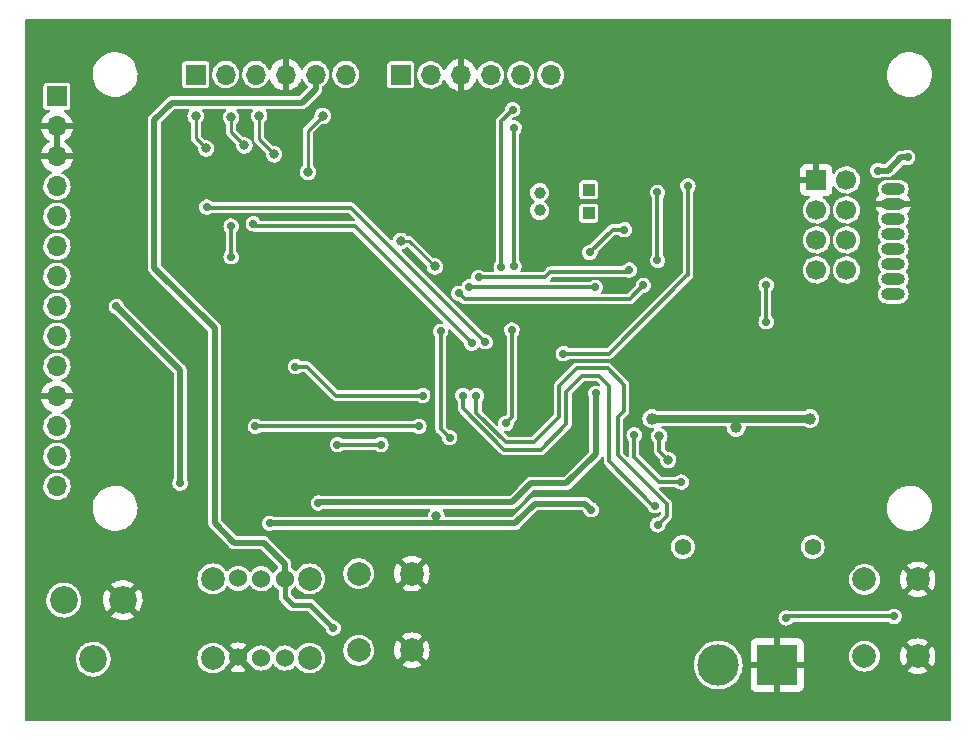
<source format=gbr>
%TF.GenerationSoftware,KiCad,Pcbnew,(6.0.7)*%
%TF.CreationDate,2023-01-25T23:34:06+01:00*%
%TF.ProjectId,TFT_RF_1.0,5446545f-5246-45f3-912e-302e6b696361,rev?*%
%TF.SameCoordinates,Original*%
%TF.FileFunction,Copper,L2,Bot*%
%TF.FilePolarity,Positive*%
%FSLAX46Y46*%
G04 Gerber Fmt 4.6, Leading zero omitted, Abs format (unit mm)*
G04 Created by KiCad (PCBNEW (6.0.7)) date 2023-01-25 23:34:06*
%MOMM*%
%LPD*%
G01*
G04 APERTURE LIST*
%TA.AperFunction,ComponentPad*%
%ADD10R,1.700000X1.700000*%
%TD*%
%TA.AperFunction,ComponentPad*%
%ADD11C,1.700000*%
%TD*%
%TA.AperFunction,ComponentPad*%
%ADD12O,1.700000X1.700000*%
%TD*%
%TA.AperFunction,ComponentPad*%
%ADD13C,2.340000*%
%TD*%
%TA.AperFunction,WasherPad*%
%ADD14C,2.000000*%
%TD*%
%TA.AperFunction,ComponentPad*%
%ADD15C,1.524000*%
%TD*%
%TA.AperFunction,ComponentPad*%
%ADD16O,2.000000X1.000000*%
%TD*%
%TA.AperFunction,ComponentPad*%
%ADD17C,1.000000*%
%TD*%
%TA.AperFunction,ComponentPad*%
%ADD18R,1.000000X1.000000*%
%TD*%
%TA.AperFunction,ComponentPad*%
%ADD19C,1.400000*%
%TD*%
%TA.AperFunction,ComponentPad*%
%ADD20R,3.500000X3.500000*%
%TD*%
%TA.AperFunction,ComponentPad*%
%ADD21C,3.500000*%
%TD*%
%TA.AperFunction,ComponentPad*%
%ADD22C,2.000000*%
%TD*%
%TA.AperFunction,ViaPad*%
%ADD23C,0.700000*%
%TD*%
%TA.AperFunction,ViaPad*%
%ADD24C,0.800000*%
%TD*%
%TA.AperFunction,ViaPad*%
%ADD25C,1.000000*%
%TD*%
%TA.AperFunction,Conductor*%
%ADD26C,0.500000*%
%TD*%
%TA.AperFunction,Conductor*%
%ADD27C,0.300000*%
%TD*%
%TA.AperFunction,Conductor*%
%ADD28C,0.250000*%
%TD*%
%TA.AperFunction,Conductor*%
%ADD29C,0.450000*%
%TD*%
%TA.AperFunction,Conductor*%
%ADD30C,0.700000*%
%TD*%
G04 APERTURE END LIST*
D10*
%TO.P,U4,1,GND*%
%TO.N,GND*%
X67300000Y-13920000D03*
D11*
%TO.P,U4,2,VCC*%
%TO.N,+3.3V*%
X69840000Y-13920000D03*
%TO.P,U4,3,CE*%
%TO.N,/NRF_CE*%
X67300000Y-16460000D03*
%TO.P,U4,4,~{CSN}*%
%TO.N,/NRF_CSN*%
X69840000Y-16460000D03*
%TO.P,U4,5,SCK*%
%TO.N,/NRF_SCK*%
X67300000Y-19000000D03*
%TO.P,U4,6,MOSI*%
%TO.N,/NRF_MOSI*%
X69840000Y-19000000D03*
%TO.P,U4,7,MISO*%
%TO.N,/NRF_MISO*%
X67300000Y-21540000D03*
%TO.P,U4,8,IRQ*%
%TO.N,/NRF_IRQ*%
X69840000Y-21540000D03*
%TD*%
D10*
%TO.P,J4,1,Pin_1*%
%TO.N,+3.3V*%
X3000000Y-6850000D03*
D12*
%TO.P,J4,2,Pin_2*%
%TO.N,GND*%
X3000000Y-9390000D03*
%TO.P,J4,3,Pin_3*%
X3000000Y-11930000D03*
%TO.P,J4,4,Pin_4*%
%TO.N,/TFT_RESET*%
X3000000Y-14470000D03*
%TO.P,J4,5,Pin_5*%
%TO.N,/TFT_DC*%
X3000000Y-17010000D03*
%TO.P,J4,6,Pin_6*%
%TO.N,/TFT_MOSI*%
X3000000Y-19550000D03*
%TO.P,J4,7,Pin_7*%
%TO.N,/TFT_SCK*%
X3000000Y-22090000D03*
%TO.P,J4,8,Pin_8*%
%TO.N,/TFT_LED*%
X3000000Y-24630000D03*
%TO.P,J4,9,Pin_9*%
%TO.N,/TFT_MISO*%
X3000000Y-27170000D03*
%TO.P,J4,10,Pin_10*%
%TO.N,/T_CLK*%
X3000000Y-29710000D03*
%TO.P,J4,11,Pin_11*%
%TO.N,GND*%
X3000000Y-32250000D03*
%TO.P,J4,12,Pin_12*%
%TO.N,/T_DIN*%
X3000000Y-34790000D03*
%TO.P,J4,13,Pin_13*%
%TO.N,/T_DO*%
X3000000Y-37330000D03*
%TO.P,J4,14,Pin_14*%
%TO.N,/T_IRQ*%
X3000000Y-39870000D03*
%TD*%
D13*
%TO.P,RV1,1,1*%
%TO.N,GND*%
X8575000Y-49500000D03*
%TO.P,RV1,2,2*%
%TO.N,/TFT_LED*%
X6075000Y-54500000D03*
%TO.P,RV1,3,3*%
%TO.N,+3.3V*%
X3575000Y-49500000D03*
%TD*%
D14*
%TO.P,SW4,*%
%TO.N,*%
X24400000Y-47695000D03*
X16200000Y-47695000D03*
D15*
%TO.P,SW4,1,A*%
%TO.N,+BATT*%
X18350000Y-47645000D03*
%TO.P,SW4,2,B*%
%TO.N,/VIN_DI*%
X20300000Y-47695000D03*
%TO.P,SW4,3,C*%
%TO.N,+5V*%
X22300000Y-47695000D03*
%TD*%
D16*
%TO.P,J1,1,Pin_1*%
%TO.N,+3.3V*%
X73800000Y-14700000D03*
%TO.P,J1,2,Pin_2*%
%TO.N,GND*%
X73800000Y-15970000D03*
%TO.P,J1,3,Pin_3*%
%TO.N,/NRF_CE*%
X73800000Y-17240000D03*
%TO.P,J1,4,Pin_4*%
%TO.N,/NRF_CSN*%
X73800000Y-18510000D03*
%TO.P,J1,5,Pin_5*%
%TO.N,/NRF_SCK*%
X73800000Y-19780000D03*
%TO.P,J1,6,Pin_6*%
%TO.N,/NRF_MOSI*%
X73800000Y-21050000D03*
%TO.P,J1,7,Pin_7*%
%TO.N,/NRF_MISO*%
X73800000Y-22320000D03*
%TO.P,J1,8,Pin_8*%
%TO.N,/NRF_IRQ*%
X73800000Y-23590000D03*
%TD*%
D17*
%TO.P,Y1,1,1*%
%TO.N,/OSC32_IN*%
X43875000Y-16500000D03*
%TO.P,Y1,2,2*%
%TO.N,/OSC32_OUT*%
X43875000Y-15000000D03*
D18*
%TO.P,Y1,3*%
%TO.N,N/C*%
X48025000Y-14750000D03*
X48025000Y-16750000D03*
%TD*%
D10*
%TO.P,J5,1,Pin_1*%
%TO.N,/STATE*%
X14750000Y-5000000D03*
D12*
%TO.P,J5,2,Pin_2*%
%TO.N,/RXD*%
X17290000Y-5000000D03*
%TO.P,J5,3,Pin_3*%
%TO.N,/TXD*%
X19830000Y-5000000D03*
%TO.P,J5,4,Pin_4*%
%TO.N,GND*%
X22370000Y-5000000D03*
%TO.P,J5,5,Pin_5*%
%TO.N,+5V*%
X24910000Y-5000000D03*
%TO.P,J5,6,Pin_6*%
%TO.N,/EN*%
X27450000Y-5000000D03*
%TD*%
D19*
%TO.P,XT30PW1,*%
%TO.N,*%
X56000000Y-45000000D03*
X67000000Y-45000000D03*
D20*
%TO.P,XT30PW1,1,Pin_1*%
%TO.N,GND*%
X64000000Y-55000000D03*
D21*
%TO.P,XT30PW1,2,Pin_2*%
%TO.N,+BATT*%
X59000000Y-55000000D03*
%TD*%
D14*
%TO.P,SW1,*%
%TO.N,*%
X16200000Y-54400000D03*
X24400000Y-54400000D03*
D15*
%TO.P,SW1,1,A*%
%TO.N,GND*%
X18350000Y-54350000D03*
%TO.P,SW1,2,B*%
%TO.N,/BOOT0_SW*%
X20300000Y-54400000D03*
%TO.P,SW1,3,C*%
%TO.N,+3.3V*%
X22300000Y-54400000D03*
%TD*%
D22*
%TO.P,SW2,1*%
%TO.N,NRST*%
X28550000Y-47250000D03*
X28550000Y-53750000D03*
%TO.P,SW2,2*%
%TO.N,GND*%
X33050000Y-47250000D03*
X33050000Y-53750000D03*
%TD*%
%TO.P,SW3,1*%
%TO.N,Net-(U1-Pad46)*%
X71375000Y-54250000D03*
X71375000Y-47750000D03*
%TO.P,SW3,2*%
%TO.N,GND*%
X75875000Y-54250000D03*
X75875000Y-47750000D03*
%TD*%
D10*
%TO.P,J3,1,Pin_1*%
%TO.N,+3.3V*%
X32100000Y-5030000D03*
D12*
%TO.P,J3,2,Pin_2*%
%TO.N,/SWCLK*%
X34640000Y-5030000D03*
%TO.P,J3,3,Pin_3*%
%TO.N,GND*%
X37180000Y-5030000D03*
%TO.P,J3,4,Pin_4*%
%TO.N,/SWDIO*%
X39720000Y-5030000D03*
%TO.P,J3,5,Pin_5*%
%TO.N,NRST*%
X42260000Y-5030000D03*
%TO.P,J3,6,Pin_6*%
%TO.N,/SWO*%
X44800000Y-5030000D03*
%TD*%
D23*
%TO.N,+BATT*%
X21020000Y-42990000D03*
X48240000Y-41850000D03*
D24*
X35125000Y-42375000D03*
D25*
%TO.N,GND*%
X42375000Y-35000000D03*
D23*
X75375000Y-36125000D03*
X69500000Y-34000000D03*
D25*
X44125000Y-50625000D03*
X48860000Y-52630000D03*
D23*
X71875000Y-33250000D03*
X71875000Y-34750000D03*
X76875000Y-33750000D03*
X18750000Y-25500000D03*
X76750000Y-35500000D03*
D24*
%TO.N,/STATE*%
X15625000Y-11250000D03*
X14750000Y-8500000D03*
D23*
%TO.N,NRST*%
X40610000Y-21280000D03*
X41600000Y-7980000D03*
%TO.N,+5V*%
X26390000Y-51850000D03*
%TO.N,/SWCLK*%
X45875000Y-28625000D03*
X56430000Y-14420000D03*
%TO.N,/SWDIO*%
X41700000Y-21240000D03*
X41700000Y-9510000D03*
%TO.N,/T_CLK*%
X23200000Y-29725000D03*
X33975000Y-32175500D03*
%TO.N,/T_DIN*%
X19800000Y-34775000D03*
X33650000Y-34775000D03*
%TO.N,/T_DO*%
X26750000Y-36325000D03*
X30425000Y-36325000D03*
%TO.N,/SWO*%
X53850000Y-14980000D03*
X53850000Y-20730000D03*
%TO.N,/BOOT0*%
X41530000Y-26630000D03*
X41020000Y-34540000D03*
D24*
%TO.N,/RXD*%
X35000000Y-21250000D03*
X18875000Y-11000000D03*
X32125000Y-19099500D03*
X17750000Y-8625000D03*
%TO.N,/TXD*%
X21375000Y-11750000D03*
X20125000Y-8500000D03*
%TO.N,/EN*%
X25500000Y-8500000D03*
X24250000Y-13250000D03*
D23*
%TO.N,/VIN_DI*%
X48619622Y-32005378D03*
X25140000Y-41270000D03*
%TO.N,/NRF_CE*%
X48590000Y-23010000D03*
X37890000Y-22990000D03*
%TO.N,/NRF_CSN*%
X51460000Y-21550000D03*
X38700000Y-22180000D03*
%TO.N,/NRF_MISO*%
X63050000Y-22820000D03*
X63050000Y-25920000D03*
%TO.N,/TFT_RESET*%
X38125000Y-27750000D03*
X19625000Y-17625000D03*
%TO.N,/TFT_DC*%
X39250000Y-27625000D03*
X15700000Y-16225000D03*
%TO.N,/TFT_MOSI*%
X17750000Y-20425000D03*
X17750000Y-17825000D03*
%TO.N,/TFT_LED*%
X13430000Y-39590000D03*
X8030000Y-24630000D03*
%TO.N,/NRF_IRQ*%
X37040000Y-23520000D03*
X52650000Y-22850000D03*
%TO.N,/ADC_BATT*%
X35500000Y-26750000D03*
X36250000Y-35750000D03*
D25*
%TO.N,/GND_DI62*%
X53375000Y-34125000D03*
X60500000Y-34875000D03*
X66750000Y-34125000D03*
D23*
%TO.N,+3.3V*%
X72500000Y-13125000D03*
X51040000Y-18130000D03*
X48120000Y-20060000D03*
X75030000Y-12020000D03*
D24*
%TO.N,Net-(Q1-Pad1)*%
X54000000Y-35625000D03*
X54750000Y-37625000D03*
D23*
%TO.N,Net-(U1-Pad46)*%
X51875000Y-35500000D03*
X55875000Y-39500000D03*
%TO.N,Net-(D6-Pad2)*%
X64750000Y-51000000D03*
X73875000Y-50875000D03*
%TO.N,Net-(U1-Pad40)*%
X37375000Y-32175500D03*
X53625000Y-41500000D03*
%TO.N,Net-(U1-Pad41)*%
X38500000Y-32175500D03*
X53875000Y-43125000D03*
%TD*%
D26*
%TO.N,+BATT*%
X34865000Y-43010000D02*
X41810000Y-43010000D01*
X41810000Y-43010000D02*
X43490000Y-41330000D01*
X47720000Y-41330000D02*
X48240000Y-41850000D01*
D27*
X35125000Y-42750000D02*
X35125000Y-42375000D01*
D26*
X21020000Y-42990000D02*
X21040000Y-43010000D01*
X21040000Y-43010000D02*
X34865000Y-43010000D01*
D27*
X34865000Y-43010000D02*
X35125000Y-42750000D01*
D26*
X43490000Y-41330000D02*
X47720000Y-41330000D01*
D28*
%TO.N,/STATE*%
X14750000Y-8500000D02*
X14750000Y-10375000D01*
X14750000Y-10375000D02*
X15625000Y-11250000D01*
D27*
%TO.N,NRST*%
X40610000Y-8970000D02*
X40610000Y-21280000D01*
X41600000Y-7980000D02*
X40610000Y-8970000D01*
D26*
%TO.N,+5V*%
X16375000Y-43000000D02*
X16375000Y-26500000D01*
X22300000Y-47695000D02*
X22300000Y-46425000D01*
D29*
X22300000Y-49220000D02*
X22300000Y-47695000D01*
D26*
X11250000Y-21375000D02*
X11250000Y-8875000D01*
X24910000Y-6215000D02*
X24910000Y-5000000D01*
X23750000Y-7375000D02*
X24910000Y-6215000D01*
X12750000Y-7375000D02*
X23750000Y-7375000D01*
X11250000Y-8875000D02*
X12750000Y-7375000D01*
X18000000Y-44625000D02*
X16375000Y-43000000D01*
D29*
X22980000Y-49900000D02*
X22300000Y-49220000D01*
D26*
X20500000Y-44625000D02*
X18000000Y-44625000D01*
X16375000Y-26500000D02*
X11250000Y-21375000D01*
D29*
X26390000Y-51850000D02*
X24440000Y-49900000D01*
X24440000Y-49900000D02*
X22980000Y-49900000D01*
D26*
X22300000Y-46425000D02*
X20500000Y-44625000D01*
D27*
%TO.N,/SWCLK*%
X45875000Y-28625000D02*
X49755000Y-28625000D01*
X56380000Y-22000000D02*
X56430000Y-22000000D01*
X49755000Y-28625000D02*
X56380000Y-22000000D01*
X56430000Y-22000000D02*
X56430000Y-14420000D01*
%TO.N,/SWDIO*%
X41700000Y-9510000D02*
X41700000Y-21240000D01*
%TO.N,/T_CLK*%
X23200000Y-29725000D02*
X24200000Y-29725000D01*
X26650500Y-32175500D02*
X33975000Y-32175500D01*
X24200000Y-29725000D02*
X26650500Y-32175500D01*
%TO.N,/T_DIN*%
X19800000Y-34775000D02*
X33650000Y-34775000D01*
%TO.N,/T_DO*%
X26750000Y-36325000D02*
X30425000Y-36325000D01*
%TO.N,/SWO*%
X53850000Y-14980000D02*
X53850000Y-20730000D01*
%TO.N,/BOOT0*%
X41530000Y-34030000D02*
X41020000Y-34540000D01*
X41530000Y-26630000D02*
X41530000Y-34030000D01*
D28*
%TO.N,/RXD*%
X32125000Y-19099500D02*
X32849500Y-19099500D01*
X17750000Y-9875000D02*
X17750000Y-8625000D01*
X18875000Y-11000000D02*
X17750000Y-9875000D01*
X32849500Y-19099500D02*
X35000000Y-21250000D01*
%TO.N,/TXD*%
X20125000Y-8500000D02*
X20125000Y-10500000D01*
X20125000Y-10500000D02*
X21375000Y-11750000D01*
%TO.N,/EN*%
X24250000Y-13250000D02*
X24250000Y-9750000D01*
X24250000Y-9750000D02*
X25500000Y-8500000D01*
D26*
%TO.N,/VIN_DI*%
X41520000Y-41230000D02*
X25180000Y-41230000D01*
X48619622Y-32005378D02*
X48625000Y-32010756D01*
X46125000Y-39625000D02*
X43125000Y-39625000D01*
X48625000Y-32010756D02*
X48625000Y-37125000D01*
X43125000Y-39625000D02*
X41520000Y-41230000D01*
X48625000Y-37125000D02*
X46125000Y-39625000D01*
X25180000Y-41230000D02*
X25140000Y-41270000D01*
D27*
%TO.N,/NRF_CE*%
X48580000Y-23000000D02*
X48590000Y-23010000D01*
X37900000Y-23000000D02*
X48580000Y-23000000D01*
X37890000Y-22990000D02*
X37900000Y-23000000D01*
%TO.N,/NRF_CSN*%
X38700000Y-22180000D02*
X44310000Y-22180000D01*
X51310000Y-21700000D02*
X51460000Y-21550000D01*
X44310000Y-22180000D02*
X44790000Y-21700000D01*
X44790000Y-21700000D02*
X51310000Y-21700000D01*
%TO.N,/NRF_MISO*%
X63050000Y-22820000D02*
X63050000Y-25920000D01*
%TO.N,/TFT_RESET*%
X19625000Y-17725000D02*
X19625000Y-17625000D01*
X19750000Y-17850000D02*
X19625000Y-17725000D01*
X38125000Y-27750000D02*
X28225000Y-17850000D01*
X28225000Y-17850000D02*
X19750000Y-17850000D01*
%TO.N,/TFT_DC*%
X27900000Y-16275000D02*
X15750000Y-16275000D01*
X39250000Y-27625000D02*
X27900000Y-16275000D01*
X15750000Y-16275000D02*
X15700000Y-16225000D01*
%TO.N,/TFT_MOSI*%
X17750000Y-17825000D02*
X17750000Y-20425000D01*
D26*
%TO.N,/TFT_LED*%
X13430000Y-30030000D02*
X8030000Y-24630000D01*
X13430000Y-39590000D02*
X13430000Y-30030000D01*
D27*
%TO.N,/NRF_IRQ*%
X52650000Y-22850000D02*
X51490000Y-24010000D01*
X37530000Y-24010000D02*
X37040000Y-23520000D01*
X51490000Y-24010000D02*
X37530000Y-24010000D01*
%TO.N,/ADC_BATT*%
X35500000Y-35000000D02*
X36250000Y-35750000D01*
X35500000Y-26750000D02*
X35500000Y-35000000D01*
D30*
%TO.N,/GND_DI62*%
X60500000Y-34875000D02*
X60500000Y-34125000D01*
X66750000Y-34125000D02*
X53375000Y-34125000D01*
D26*
%TO.N,+3.3V*%
X73355000Y-13125000D02*
X74460000Y-12020000D01*
D27*
X48120000Y-20060000D02*
X50050000Y-18130000D01*
D26*
X74460000Y-12020000D02*
X75030000Y-12020000D01*
D27*
X50050000Y-18130000D02*
X51040000Y-18130000D01*
D26*
X72500000Y-13125000D02*
X73355000Y-13125000D01*
D27*
%TO.N,Net-(Q1-Pad1)*%
X54000000Y-36875000D02*
X54750000Y-37625000D01*
X54000000Y-35625000D02*
X54000000Y-36875000D01*
%TO.N,Net-(U1-Pad46)*%
X51875000Y-37375000D02*
X54000000Y-39500000D01*
X54000000Y-39500000D02*
X55875000Y-39500000D01*
X51875000Y-35500000D02*
X51875000Y-37375000D01*
%TO.N,Net-(D6-Pad2)*%
X64875000Y-50875000D02*
X64750000Y-51000000D01*
X73875000Y-50875000D02*
X64875000Y-50875000D01*
%TO.N,Net-(U1-Pad40)*%
X46125000Y-31875000D02*
X46125000Y-34625000D01*
X46125000Y-34625000D02*
X44000000Y-36750000D01*
X44000000Y-36750000D02*
X40875000Y-36750000D01*
X49750000Y-31375000D02*
X48875000Y-30500000D01*
X49750000Y-37750000D02*
X49750000Y-31375000D01*
X53500000Y-41500000D02*
X49750000Y-37750000D01*
X48875000Y-30500000D02*
X47500000Y-30500000D01*
X53625000Y-41500000D02*
X53500000Y-41500000D01*
X40875000Y-36750000D02*
X37375000Y-33250000D01*
X47500000Y-30500000D02*
X46125000Y-31875000D01*
X37375000Y-33250000D02*
X37375000Y-32175500D01*
%TO.N,Net-(U1-Pad41)*%
X54625000Y-41375000D02*
X54625000Y-42375000D01*
X50500000Y-34000000D02*
X50500000Y-37250000D01*
X49625000Y-29875000D02*
X51000000Y-31250000D01*
X51000000Y-31250000D02*
X51000000Y-33500000D01*
X45500000Y-34000000D02*
X45500000Y-31375000D01*
X54625000Y-42375000D02*
X53875000Y-43125000D01*
X43375000Y-36125000D02*
X45500000Y-34000000D01*
X51000000Y-33500000D02*
X50500000Y-34000000D01*
X41000000Y-36125000D02*
X43375000Y-36125000D01*
X47000000Y-29875000D02*
X49625000Y-29875000D01*
X50500000Y-37250000D02*
X54625000Y-41375000D01*
X38500000Y-32175500D02*
X38500000Y-33625000D01*
X45500000Y-31375000D02*
X47000000Y-29875000D01*
X38500000Y-33625000D02*
X41000000Y-36125000D01*
%TD*%
%TA.AperFunction,Conductor*%
%TO.N,GND*%
G36*
X78658691Y-319407D02*
G01*
X78694655Y-368907D01*
X78699500Y-399500D01*
X78699500Y-59600500D01*
X78680593Y-59658691D01*
X78631093Y-59694655D01*
X78600500Y-59699500D01*
X399500Y-59699500D01*
X341309Y-59680593D01*
X305345Y-59631093D01*
X300500Y-59600500D01*
X300500Y-54463949D01*
X4599900Y-54463949D01*
X4613820Y-54705355D01*
X4666980Y-54941247D01*
X4668510Y-54945015D01*
X4725596Y-55085599D01*
X4757954Y-55165288D01*
X4760078Y-55168754D01*
X4760080Y-55168758D01*
X4817368Y-55262243D01*
X4884298Y-55371462D01*
X4886957Y-55374532D01*
X4886958Y-55374533D01*
X5038161Y-55549086D01*
X5042619Y-55554233D01*
X5103002Y-55604364D01*
X5224328Y-55705091D01*
X5228665Y-55708692D01*
X5437440Y-55830690D01*
X5663337Y-55916952D01*
X5667312Y-55917761D01*
X5667313Y-55917761D01*
X5896307Y-55964350D01*
X5896311Y-55964350D01*
X5900290Y-55965160D01*
X5904350Y-55965309D01*
X5904351Y-55965309D01*
X5947249Y-55966882D01*
X6141935Y-55974021D01*
X6145953Y-55973506D01*
X6145959Y-55973506D01*
X6377750Y-55943813D01*
X6377756Y-55943812D01*
X6381782Y-55943296D01*
X6385675Y-55942128D01*
X6385680Y-55942127D01*
X6551636Y-55892337D01*
X6613390Y-55873810D01*
X6777814Y-55793260D01*
X6826893Y-55769217D01*
X6826896Y-55769215D01*
X6830540Y-55767430D01*
X7027399Y-55627012D01*
X7198680Y-55456327D01*
X7201050Y-55453028D01*
X7201054Y-55453024D01*
X7337414Y-55263259D01*
X7337416Y-55263256D01*
X7339785Y-55259959D01*
X7341583Y-55256321D01*
X7341586Y-55256316D01*
X7445121Y-55046828D01*
X7445123Y-55046823D01*
X7446922Y-55043183D01*
X7476965Y-54944300D01*
X7516035Y-54815707D01*
X7516036Y-54815701D01*
X7517216Y-54811818D01*
X7548778Y-54572080D01*
X7550540Y-54500000D01*
X7548624Y-54476692D01*
X7542319Y-54400000D01*
X14894532Y-54400000D01*
X14914365Y-54626692D01*
X14915484Y-54630867D01*
X14915484Y-54630869D01*
X14936503Y-54709312D01*
X14973261Y-54846496D01*
X15069432Y-55052734D01*
X15071909Y-55056271D01*
X15071914Y-55056279D01*
X15197474Y-55235598D01*
X15199953Y-55239139D01*
X15360861Y-55400047D01*
X15364399Y-55402524D01*
X15364401Y-55402526D01*
X15489694Y-55490256D01*
X15547266Y-55530568D01*
X15753504Y-55626739D01*
X15842563Y-55650602D01*
X15969131Y-55684516D01*
X15969133Y-55684516D01*
X15973308Y-55685635D01*
X16200000Y-55705468D01*
X16426692Y-55685635D01*
X16430867Y-55684516D01*
X16430869Y-55684516D01*
X16557437Y-55650602D01*
X16646496Y-55626739D01*
X16852734Y-55530568D01*
X16910306Y-55490256D01*
X17024051Y-55410612D01*
X17654427Y-55410612D01*
X17654525Y-55411234D01*
X17659352Y-55416787D01*
X17709029Y-55451571D01*
X17716499Y-55455883D01*
X17910055Y-55546140D01*
X17918148Y-55549086D01*
X18124447Y-55604364D01*
X18132935Y-55605860D01*
X18345691Y-55624474D01*
X18354309Y-55624474D01*
X18567065Y-55605860D01*
X18575553Y-55604364D01*
X18781852Y-55549086D01*
X18789945Y-55546140D01*
X18983501Y-55455883D01*
X18990971Y-55451571D01*
X19037760Y-55418809D01*
X19045787Y-55408156D01*
X19045798Y-55407526D01*
X19042010Y-55401220D01*
X18361086Y-54720296D01*
X18349203Y-54714242D01*
X18344172Y-54715038D01*
X17660481Y-55398729D01*
X17654427Y-55410612D01*
X17024051Y-55410612D01*
X17035599Y-55402526D01*
X17035601Y-55402524D01*
X17039139Y-55400047D01*
X17200047Y-55239139D01*
X17202527Y-55235598D01*
X17287521Y-55114212D01*
X17330568Y-55052734D01*
X17332395Y-55048817D01*
X17360335Y-54988900D01*
X17380055Y-54960735D01*
X17979704Y-54361086D01*
X17984946Y-54350797D01*
X18714242Y-54350797D01*
X18715038Y-54355828D01*
X19398729Y-55039519D01*
X19425892Y-55053359D01*
X19454104Y-55057827D01*
X19486744Y-55084544D01*
X19532003Y-55141646D01*
X19535690Y-55144784D01*
X19535692Y-55144786D01*
X19588272Y-55189535D01*
X19690683Y-55276693D01*
X19872571Y-55378346D01*
X19877169Y-55379840D01*
X20066135Y-55441239D01*
X20066137Y-55441240D01*
X20070740Y-55442735D01*
X20277641Y-55467407D01*
X20282463Y-55467036D01*
X20282466Y-55467036D01*
X20480566Y-55451793D01*
X20480571Y-55451792D01*
X20485394Y-55451421D01*
X20686085Y-55395387D01*
X20690398Y-55393208D01*
X20690404Y-55393206D01*
X20867750Y-55303622D01*
X20867752Y-55303620D01*
X20872071Y-55301439D01*
X20875888Y-55298457D01*
X21032451Y-55176137D01*
X21032453Y-55176135D01*
X21036266Y-55173156D01*
X21172417Y-55015423D01*
X21191627Y-54981608D01*
X21212821Y-54944300D01*
X21258004Y-54903043D01*
X21318808Y-54896223D01*
X21372008Y-54926445D01*
X21386950Y-54947944D01*
X21402577Y-54978350D01*
X21405584Y-54982144D01*
X21412836Y-54991294D01*
X21532003Y-55141646D01*
X21535690Y-55144784D01*
X21535692Y-55144786D01*
X21588272Y-55189535D01*
X21690683Y-55276693D01*
X21872571Y-55378346D01*
X21877169Y-55379840D01*
X22066135Y-55441239D01*
X22066137Y-55441240D01*
X22070740Y-55442735D01*
X22277641Y-55467407D01*
X22282463Y-55467036D01*
X22282466Y-55467036D01*
X22480566Y-55451793D01*
X22480571Y-55451792D01*
X22485394Y-55451421D01*
X22686085Y-55395387D01*
X22690398Y-55393208D01*
X22690404Y-55393206D01*
X22867750Y-55303622D01*
X22867752Y-55303620D01*
X22872071Y-55301439D01*
X22875888Y-55298457D01*
X23032451Y-55176137D01*
X23032453Y-55176135D01*
X23036266Y-55173156D01*
X23100033Y-55099281D01*
X23128460Y-55066348D01*
X23180796Y-55034653D01*
X23241767Y-55039773D01*
X23284499Y-55074253D01*
X23331688Y-55141646D01*
X23399953Y-55239139D01*
X23560861Y-55400047D01*
X23564399Y-55402524D01*
X23564401Y-55402526D01*
X23689694Y-55490256D01*
X23747266Y-55530568D01*
X23953504Y-55626739D01*
X24042563Y-55650602D01*
X24169131Y-55684516D01*
X24169133Y-55684516D01*
X24173308Y-55685635D01*
X24400000Y-55705468D01*
X24626692Y-55685635D01*
X24630867Y-55684516D01*
X24630869Y-55684516D01*
X24757437Y-55650602D01*
X24846496Y-55626739D01*
X25052734Y-55530568D01*
X25110306Y-55490256D01*
X25235599Y-55402526D01*
X25235601Y-55402524D01*
X25239139Y-55400047D01*
X25400047Y-55239139D01*
X25402527Y-55235598D01*
X25528086Y-55056279D01*
X25528091Y-55056271D01*
X25530568Y-55052734D01*
X25626739Y-54846496D01*
X25663497Y-54709312D01*
X25684516Y-54630869D01*
X25684516Y-54630867D01*
X25685635Y-54626692D01*
X25705468Y-54400000D01*
X25685635Y-54173308D01*
X25669809Y-54114242D01*
X25636627Y-53990406D01*
X25626739Y-53953504D01*
X25531843Y-53750000D01*
X27244532Y-53750000D01*
X27264365Y-53976692D01*
X27265484Y-53980867D01*
X27265484Y-53980869D01*
X27276856Y-54023308D01*
X27323261Y-54196496D01*
X27419432Y-54402734D01*
X27421913Y-54406277D01*
X27421914Y-54406279D01*
X27459467Y-54459910D01*
X27549953Y-54589139D01*
X27710861Y-54750047D01*
X27714399Y-54752524D01*
X27714401Y-54752526D01*
X27893721Y-54878086D01*
X27897266Y-54880568D01*
X28103504Y-54976739D01*
X28183094Y-54998065D01*
X28319131Y-55034516D01*
X28319133Y-55034516D01*
X28323308Y-55035635D01*
X28550000Y-55055468D01*
X28776692Y-55035635D01*
X28780867Y-55034516D01*
X28780869Y-55034516D01*
X28916906Y-54998065D01*
X28971767Y-54983365D01*
X32181412Y-54983365D01*
X32187783Y-54990256D01*
X32359950Y-55095762D01*
X32366856Y-55099281D01*
X32578970Y-55187141D01*
X32586338Y-55189535D01*
X32809594Y-55243134D01*
X32817237Y-55244345D01*
X33046125Y-55262358D01*
X33053875Y-55262358D01*
X33282763Y-55244345D01*
X33290406Y-55243134D01*
X33513662Y-55189535D01*
X33521030Y-55187141D01*
X33733144Y-55099281D01*
X33740050Y-55095762D01*
X33910523Y-54991294D01*
X33918796Y-54981608D01*
X33917043Y-54978477D01*
X56944822Y-54978477D01*
X56945016Y-54981842D01*
X56945016Y-54981846D01*
X56960481Y-55250047D01*
X56960916Y-55257596D01*
X57014741Y-55531948D01*
X57022371Y-55554233D01*
X57095977Y-55769217D01*
X57105303Y-55796457D01*
X57230925Y-56046228D01*
X57389282Y-56276639D01*
X57391552Y-56279133D01*
X57391553Y-56279135D01*
X57436948Y-56329023D01*
X57577444Y-56483427D01*
X57791930Y-56662765D01*
X58028771Y-56811335D01*
X58031839Y-56812720D01*
X58031846Y-56812724D01*
X58149885Y-56866020D01*
X58283583Y-56926387D01*
X58286805Y-56927341D01*
X58286812Y-56927344D01*
X58497846Y-56989855D01*
X58551652Y-57005793D01*
X58554977Y-57006302D01*
X58554978Y-57006302D01*
X58824684Y-57047573D01*
X58824687Y-57047573D01*
X58828018Y-57048083D01*
X58831389Y-57048136D01*
X58831390Y-57048136D01*
X58879571Y-57048893D01*
X59107566Y-57052474D01*
X59110903Y-57052070D01*
X59110907Y-57052070D01*
X59381779Y-57019291D01*
X59381784Y-57019290D01*
X59385123Y-57018886D01*
X59655554Y-56947940D01*
X59853326Y-56866020D01*
X59910746Y-56842236D01*
X59910749Y-56842235D01*
X59913855Y-56840948D01*
X59916760Y-56839251D01*
X59916763Y-56839249D01*
X59991783Y-56795411D01*
X61742001Y-56795411D01*
X61742290Y-56800751D01*
X61748078Y-56854035D01*
X61750927Y-56866020D01*
X61797351Y-56989855D01*
X61804059Y-57002108D01*
X61882863Y-57107256D01*
X61892744Y-57117137D01*
X61997892Y-57195941D01*
X62010145Y-57202649D01*
X62133978Y-57249072D01*
X62145967Y-57251923D01*
X62199252Y-57257711D01*
X62204586Y-57258000D01*
X63730320Y-57258000D01*
X63743005Y-57253878D01*
X63746000Y-57249757D01*
X63746000Y-57242319D01*
X64254000Y-57242319D01*
X64258122Y-57255004D01*
X64262243Y-57257999D01*
X65795411Y-57257999D01*
X65800751Y-57257710D01*
X65854035Y-57251922D01*
X65866020Y-57249073D01*
X65989855Y-57202649D01*
X66002108Y-57195941D01*
X66107256Y-57117137D01*
X66117137Y-57107256D01*
X66195941Y-57002108D01*
X66202649Y-56989855D01*
X66249072Y-56866022D01*
X66251923Y-56854033D01*
X66257711Y-56800748D01*
X66258000Y-56795414D01*
X66258000Y-55269680D01*
X66253878Y-55256995D01*
X66249757Y-55254000D01*
X64269680Y-55254000D01*
X64256995Y-55258122D01*
X64254000Y-55262243D01*
X64254000Y-57242319D01*
X63746000Y-57242319D01*
X63746000Y-55269680D01*
X63741878Y-55256995D01*
X63737757Y-55254000D01*
X61757681Y-55254000D01*
X61744996Y-55258122D01*
X61742001Y-55262243D01*
X61742001Y-56795411D01*
X59991783Y-56795411D01*
X60152329Y-56701595D01*
X60155245Y-56699891D01*
X60375258Y-56527379D01*
X60569823Y-56326603D01*
X60606526Y-56276639D01*
X60636843Y-56235366D01*
X60735340Y-56101280D01*
X60766864Y-56043221D01*
X60867136Y-55858541D01*
X60868745Y-55855578D01*
X60933384Y-55684516D01*
X60966380Y-55597194D01*
X60966381Y-55597190D01*
X60967570Y-55594044D01*
X61002567Y-55441239D01*
X61029234Y-55324808D01*
X61029235Y-55324801D01*
X61029987Y-55321518D01*
X61033777Y-55279055D01*
X61054668Y-55044973D01*
X61054668Y-55044967D01*
X61054840Y-55043043D01*
X61055091Y-55019085D01*
X61055271Y-55001937D01*
X61055271Y-55001929D01*
X61055291Y-55000000D01*
X61036906Y-54730320D01*
X61742000Y-54730320D01*
X61746122Y-54743005D01*
X61750243Y-54746000D01*
X63730320Y-54746000D01*
X63743005Y-54741878D01*
X63746000Y-54737757D01*
X63746000Y-54730320D01*
X64254000Y-54730320D01*
X64258122Y-54743005D01*
X64262243Y-54746000D01*
X66242319Y-54746000D01*
X66255004Y-54741878D01*
X66257999Y-54737757D01*
X66257999Y-54250000D01*
X70069532Y-54250000D01*
X70089365Y-54476692D01*
X70090484Y-54480867D01*
X70090484Y-54480869D01*
X70094906Y-54497371D01*
X70148261Y-54696496D01*
X70244432Y-54902734D01*
X70246913Y-54906277D01*
X70246914Y-54906279D01*
X70371736Y-55084544D01*
X70374953Y-55089139D01*
X70535861Y-55250047D01*
X70539399Y-55252524D01*
X70539401Y-55252526D01*
X70718721Y-55378086D01*
X70722266Y-55380568D01*
X70928504Y-55476739D01*
X71017563Y-55500602D01*
X71144131Y-55534516D01*
X71144133Y-55534516D01*
X71148308Y-55535635D01*
X71375000Y-55555468D01*
X71601692Y-55535635D01*
X71605867Y-55534516D01*
X71605869Y-55534516D01*
X71732437Y-55500602D01*
X71796767Y-55483365D01*
X75006412Y-55483365D01*
X75012783Y-55490256D01*
X75184950Y-55595762D01*
X75191856Y-55599281D01*
X75403970Y-55687141D01*
X75411338Y-55689535D01*
X75634594Y-55743134D01*
X75642237Y-55744345D01*
X75871125Y-55762358D01*
X75878875Y-55762358D01*
X76107763Y-55744345D01*
X76115406Y-55743134D01*
X76338662Y-55689535D01*
X76346030Y-55687141D01*
X76558144Y-55599281D01*
X76565050Y-55595762D01*
X76735523Y-55491294D01*
X76743796Y-55481608D01*
X76739212Y-55473422D01*
X75886086Y-54620296D01*
X75874203Y-54614242D01*
X75869172Y-54615038D01*
X75012194Y-55472016D01*
X75006412Y-55483365D01*
X71796767Y-55483365D01*
X71821496Y-55476739D01*
X72027734Y-55380568D01*
X72031279Y-55378086D01*
X72210599Y-55252526D01*
X72210601Y-55252524D01*
X72214139Y-55250047D01*
X72375047Y-55089139D01*
X72378265Y-55084544D01*
X72503086Y-54906279D01*
X72503087Y-54906277D01*
X72505568Y-54902734D01*
X72601739Y-54696496D01*
X72655094Y-54497371D01*
X72659516Y-54480869D01*
X72659516Y-54480867D01*
X72660635Y-54476692D01*
X72680129Y-54253875D01*
X74362642Y-54253875D01*
X74380655Y-54482763D01*
X74381866Y-54490406D01*
X74435465Y-54713662D01*
X74437859Y-54721030D01*
X74525719Y-54933144D01*
X74529238Y-54940050D01*
X74633706Y-55110523D01*
X74643392Y-55118796D01*
X74651578Y-55114212D01*
X75504704Y-54261086D01*
X75509946Y-54250797D01*
X76239242Y-54250797D01*
X76240038Y-54255828D01*
X77097016Y-55112806D01*
X77108365Y-55118588D01*
X77115256Y-55112217D01*
X77220762Y-54940050D01*
X77224281Y-54933144D01*
X77312141Y-54721030D01*
X77314535Y-54713662D01*
X77368134Y-54490406D01*
X77369345Y-54482763D01*
X77387358Y-54253875D01*
X77387358Y-54246125D01*
X77369345Y-54017237D01*
X77368134Y-54009594D01*
X77314535Y-53786338D01*
X77312141Y-53778970D01*
X77224281Y-53566856D01*
X77220762Y-53559950D01*
X77116294Y-53389477D01*
X77106608Y-53381204D01*
X77098422Y-53385788D01*
X76245296Y-54238914D01*
X76239242Y-54250797D01*
X75509946Y-54250797D01*
X75510758Y-54249203D01*
X75509962Y-54244172D01*
X74652984Y-53387194D01*
X74641635Y-53381412D01*
X74634744Y-53387783D01*
X74529238Y-53559950D01*
X74525719Y-53566856D01*
X74437859Y-53778970D01*
X74435465Y-53786338D01*
X74381866Y-54009594D01*
X74380655Y-54017237D01*
X74362642Y-54246125D01*
X74362642Y-54253875D01*
X72680129Y-54253875D01*
X72680468Y-54250000D01*
X72660635Y-54023308D01*
X72659009Y-54017237D01*
X72602857Y-53807677D01*
X72601739Y-53803504D01*
X72505568Y-53597266D01*
X72503086Y-53593721D01*
X72377526Y-53414401D01*
X72377524Y-53414399D01*
X72375047Y-53410861D01*
X72214139Y-53249953D01*
X72205805Y-53244117D01*
X72031279Y-53121914D01*
X72031277Y-53121913D01*
X72027734Y-53119432D01*
X71821496Y-53023261D01*
X71803325Y-53018392D01*
X75006204Y-53018392D01*
X75010788Y-53026578D01*
X75863914Y-53879704D01*
X75875797Y-53885758D01*
X75880828Y-53884962D01*
X76737806Y-53027984D01*
X76743588Y-53016635D01*
X76737217Y-53009744D01*
X76565050Y-52904238D01*
X76558144Y-52900719D01*
X76346030Y-52812859D01*
X76338662Y-52810465D01*
X76115406Y-52756866D01*
X76107763Y-52755655D01*
X75878875Y-52737642D01*
X75871125Y-52737642D01*
X75642237Y-52755655D01*
X75634594Y-52756866D01*
X75411338Y-52810465D01*
X75403970Y-52812859D01*
X75191856Y-52900719D01*
X75184950Y-52904238D01*
X75014477Y-53008706D01*
X75006204Y-53018392D01*
X71803325Y-53018392D01*
X71695953Y-52989622D01*
X71605869Y-52965484D01*
X71605867Y-52965484D01*
X71601692Y-52964365D01*
X71375000Y-52944532D01*
X71148308Y-52964365D01*
X71144133Y-52965484D01*
X71144131Y-52965484D01*
X71054047Y-52989622D01*
X70928504Y-53023261D01*
X70722266Y-53119432D01*
X70718723Y-53121913D01*
X70718721Y-53121914D01*
X70544196Y-53244117D01*
X70535861Y-53249953D01*
X70374953Y-53410861D01*
X70372476Y-53414399D01*
X70372474Y-53414401D01*
X70246914Y-53593721D01*
X70244432Y-53597266D01*
X70148261Y-53803504D01*
X70147143Y-53807677D01*
X70090992Y-54017237D01*
X70089365Y-54023308D01*
X70069532Y-54250000D01*
X66257999Y-54250000D01*
X66257999Y-53204589D01*
X66257710Y-53199249D01*
X66251922Y-53145965D01*
X66249073Y-53133980D01*
X66202649Y-53010145D01*
X66195941Y-52997892D01*
X66117137Y-52892744D01*
X66107256Y-52882863D01*
X66002108Y-52804059D01*
X65989855Y-52797351D01*
X65866022Y-52750928D01*
X65854033Y-52748077D01*
X65800748Y-52742289D01*
X65795414Y-52742000D01*
X64269680Y-52742000D01*
X64256995Y-52746122D01*
X64254000Y-52750243D01*
X64254000Y-54730320D01*
X63746000Y-54730320D01*
X63746000Y-52757681D01*
X63741878Y-52744996D01*
X63737757Y-52742001D01*
X62204589Y-52742001D01*
X62199249Y-52742290D01*
X62145965Y-52748078D01*
X62133980Y-52750927D01*
X62010145Y-52797351D01*
X61997892Y-52804059D01*
X61892744Y-52882863D01*
X61882863Y-52892744D01*
X61804059Y-52997892D01*
X61797351Y-53010145D01*
X61750928Y-53133978D01*
X61748077Y-53145967D01*
X61742289Y-53199252D01*
X61742000Y-53204586D01*
X61742000Y-54730320D01*
X61036906Y-54730320D01*
X61036275Y-54721065D01*
X60991041Y-54502640D01*
X60980262Y-54450588D01*
X60980260Y-54450582D01*
X60979579Y-54447292D01*
X60977015Y-54440050D01*
X60943936Y-54346637D01*
X60886253Y-54183746D01*
X60884706Y-54180748D01*
X60759573Y-53938308D01*
X60759570Y-53938302D01*
X60758022Y-53935304D01*
X60705506Y-53860580D01*
X60599200Y-53709322D01*
X60597261Y-53706563D01*
X60579512Y-53687462D01*
X60501134Y-53603118D01*
X60406944Y-53501757D01*
X60190591Y-53324675D01*
X59952208Y-53178594D01*
X59949126Y-53177241D01*
X59699288Y-53067569D01*
X59699284Y-53067567D01*
X59696205Y-53066216D01*
X59564395Y-53028669D01*
X59430571Y-52990548D01*
X59430566Y-52990547D01*
X59427319Y-52989622D01*
X59150526Y-52950229D01*
X59147159Y-52950211D01*
X59147154Y-52950211D01*
X59022187Y-52949557D01*
X58870947Y-52948765D01*
X58593757Y-52985257D01*
X58590506Y-52986146D01*
X58590503Y-52986147D01*
X58504248Y-53009744D01*
X58324083Y-53059032D01*
X58066917Y-53168722D01*
X57827018Y-53312299D01*
X57608823Y-53487106D01*
X57606499Y-53489555D01*
X57452861Y-53651456D01*
X57416371Y-53689908D01*
X57414406Y-53692643D01*
X57414404Y-53692645D01*
X57262171Y-53904500D01*
X57253223Y-53916952D01*
X57122398Y-54164038D01*
X57121238Y-54167207D01*
X57121237Y-54167210D01*
X57117428Y-54177619D01*
X57026317Y-54426592D01*
X57009736Y-54502640D01*
X56968378Y-54692323D01*
X56966757Y-54699757D01*
X56944822Y-54978477D01*
X33917043Y-54978477D01*
X33914212Y-54973422D01*
X33061086Y-54120296D01*
X33049203Y-54114242D01*
X33044172Y-54115038D01*
X32187194Y-54972016D01*
X32181412Y-54983365D01*
X28971767Y-54983365D01*
X28996496Y-54976739D01*
X29202734Y-54880568D01*
X29206279Y-54878086D01*
X29385599Y-54752526D01*
X29385601Y-54752524D01*
X29389139Y-54750047D01*
X29550047Y-54589139D01*
X29640534Y-54459910D01*
X29678086Y-54406279D01*
X29678087Y-54406277D01*
X29680568Y-54402734D01*
X29776739Y-54196496D01*
X29823144Y-54023308D01*
X29834516Y-53980869D01*
X29834516Y-53980867D01*
X29835635Y-53976692D01*
X29855129Y-53753875D01*
X31537642Y-53753875D01*
X31555655Y-53982763D01*
X31556866Y-53990406D01*
X31610465Y-54213662D01*
X31612859Y-54221030D01*
X31700719Y-54433144D01*
X31704238Y-54440050D01*
X31808706Y-54610523D01*
X31818392Y-54618796D01*
X31826578Y-54614212D01*
X32679704Y-53761086D01*
X32684946Y-53750797D01*
X33414242Y-53750797D01*
X33415038Y-53755828D01*
X34272016Y-54612806D01*
X34283365Y-54618588D01*
X34290256Y-54612217D01*
X34395762Y-54440050D01*
X34399281Y-54433144D01*
X34487141Y-54221030D01*
X34489535Y-54213662D01*
X34543134Y-53990406D01*
X34544345Y-53982763D01*
X34562358Y-53753875D01*
X34562358Y-53746125D01*
X34544345Y-53517237D01*
X34543134Y-53509594D01*
X34489535Y-53286338D01*
X34487141Y-53278970D01*
X34399281Y-53066856D01*
X34395762Y-53059950D01*
X34291294Y-52889477D01*
X34281608Y-52881204D01*
X34273422Y-52885788D01*
X33420296Y-53738914D01*
X33414242Y-53750797D01*
X32684946Y-53750797D01*
X32685758Y-53749203D01*
X32684962Y-53744172D01*
X31827984Y-52887194D01*
X31816635Y-52881412D01*
X31809744Y-52887783D01*
X31704238Y-53059950D01*
X31700719Y-53066856D01*
X31612859Y-53278970D01*
X31610465Y-53286338D01*
X31556866Y-53509594D01*
X31555655Y-53517237D01*
X31537642Y-53746125D01*
X31537642Y-53753875D01*
X29855129Y-53753875D01*
X29855468Y-53750000D01*
X29835635Y-53523308D01*
X29834009Y-53517237D01*
X29790697Y-53355595D01*
X29776739Y-53303504D01*
X29680568Y-53097266D01*
X29658827Y-53066216D01*
X29552526Y-52914401D01*
X29552524Y-52914399D01*
X29550047Y-52910861D01*
X29389139Y-52749953D01*
X29377783Y-52742001D01*
X29206279Y-52621914D01*
X29206277Y-52621913D01*
X29202734Y-52619432D01*
X28996496Y-52523261D01*
X28978325Y-52518392D01*
X32181204Y-52518392D01*
X32185788Y-52526578D01*
X33038914Y-53379704D01*
X33050797Y-53385758D01*
X33055828Y-53384962D01*
X33912806Y-52527984D01*
X33918588Y-52516635D01*
X33912217Y-52509744D01*
X33740050Y-52404238D01*
X33733144Y-52400719D01*
X33521030Y-52312859D01*
X33513662Y-52310465D01*
X33290406Y-52256866D01*
X33282763Y-52255655D01*
X33053875Y-52237642D01*
X33046125Y-52237642D01*
X32817237Y-52255655D01*
X32809594Y-52256866D01*
X32586338Y-52310465D01*
X32578970Y-52312859D01*
X32366856Y-52400719D01*
X32359950Y-52404238D01*
X32189477Y-52508706D01*
X32181204Y-52518392D01*
X28978325Y-52518392D01*
X28789777Y-52467871D01*
X28780869Y-52465484D01*
X28780867Y-52465484D01*
X28776692Y-52464365D01*
X28550000Y-52444532D01*
X28323308Y-52464365D01*
X28319133Y-52465484D01*
X28319131Y-52465484D01*
X28310223Y-52467871D01*
X28103504Y-52523261D01*
X27897266Y-52619432D01*
X27893723Y-52621913D01*
X27893721Y-52621914D01*
X27722218Y-52742001D01*
X27710861Y-52749953D01*
X27549953Y-52910861D01*
X27547476Y-52914399D01*
X27547474Y-52914401D01*
X27441173Y-53066216D01*
X27419432Y-53097266D01*
X27323261Y-53303504D01*
X27309303Y-53355595D01*
X27265992Y-53517237D01*
X27264365Y-53523308D01*
X27244532Y-53750000D01*
X25531843Y-53750000D01*
X25530568Y-53747266D01*
X25500338Y-53704093D01*
X25402526Y-53564401D01*
X25402524Y-53564399D01*
X25400047Y-53560861D01*
X25239139Y-53399953D01*
X25230862Y-53394157D01*
X25056279Y-53271914D01*
X25056277Y-53271913D01*
X25052734Y-53269432D01*
X24846496Y-53173261D01*
X24744625Y-53145965D01*
X24630869Y-53115484D01*
X24630867Y-53115484D01*
X24626692Y-53114365D01*
X24400000Y-53094532D01*
X24173308Y-53114365D01*
X24169133Y-53115484D01*
X24169131Y-53115484D01*
X24055375Y-53145965D01*
X23953504Y-53173261D01*
X23747266Y-53269432D01*
X23743723Y-53271913D01*
X23743721Y-53271914D01*
X23569139Y-53394157D01*
X23560861Y-53399953D01*
X23399953Y-53560861D01*
X23374856Y-53596704D01*
X23284154Y-53726240D01*
X23235289Y-53763062D01*
X23174113Y-53764130D01*
X23126341Y-53732029D01*
X23057567Y-53647704D01*
X23053838Y-53644619D01*
X22900744Y-53517968D01*
X22900742Y-53517967D01*
X22897017Y-53514885D01*
X22784461Y-53454026D01*
X22717982Y-53418081D01*
X22717981Y-53418081D01*
X22713728Y-53415781D01*
X22623281Y-53387783D01*
X22519300Y-53355595D01*
X22519296Y-53355594D01*
X22514679Y-53354165D01*
X22509872Y-53353660D01*
X22509868Y-53353659D01*
X22312269Y-53332891D01*
X22312267Y-53332891D01*
X22307453Y-53332385D01*
X22239720Y-53338549D01*
X22104764Y-53350831D01*
X22104761Y-53350832D01*
X22099944Y-53351270D01*
X22095302Y-53352636D01*
X22095298Y-53352637D01*
X21904702Y-53408733D01*
X21904699Y-53408734D01*
X21900055Y-53410101D01*
X21715399Y-53506636D01*
X21711623Y-53509672D01*
X21711620Y-53509674D01*
X21556783Y-53634167D01*
X21553011Y-53637200D01*
X21549903Y-53640904D01*
X21549899Y-53640908D01*
X21440597Y-53771169D01*
X21419075Y-53796818D01*
X21416739Y-53801066D01*
X21416739Y-53801067D01*
X21387117Y-53854948D01*
X21342514Y-53896832D01*
X21281811Y-53904500D01*
X21228194Y-53875023D01*
X21212951Y-53853731D01*
X21191535Y-53813453D01*
X21189261Y-53809176D01*
X21057567Y-53647704D01*
X21053838Y-53644619D01*
X20900744Y-53517968D01*
X20900742Y-53517967D01*
X20897017Y-53514885D01*
X20784461Y-53454026D01*
X20717982Y-53418081D01*
X20717981Y-53418081D01*
X20713728Y-53415781D01*
X20623281Y-53387783D01*
X20519300Y-53355595D01*
X20519296Y-53355594D01*
X20514679Y-53354165D01*
X20509872Y-53353660D01*
X20509868Y-53353659D01*
X20312269Y-53332891D01*
X20312267Y-53332891D01*
X20307453Y-53332385D01*
X20239720Y-53338549D01*
X20104764Y-53350831D01*
X20104761Y-53350832D01*
X20099944Y-53351270D01*
X20095302Y-53352636D01*
X20095298Y-53352637D01*
X19904702Y-53408733D01*
X19904699Y-53408734D01*
X19900055Y-53410101D01*
X19715399Y-53506636D01*
X19711623Y-53509672D01*
X19711620Y-53509674D01*
X19556783Y-53634167D01*
X19553011Y-53637200D01*
X19548539Y-53642529D01*
X19547724Y-53643038D01*
X19546440Y-53644296D01*
X19546163Y-53644014D01*
X19496652Y-53674951D01*
X19435616Y-53670682D01*
X19413122Y-53657955D01*
X19408155Y-53654212D01*
X19407525Y-53654201D01*
X19401221Y-53657989D01*
X18720296Y-54338914D01*
X18714242Y-54350797D01*
X17984946Y-54350797D01*
X17985758Y-54349203D01*
X17984962Y-54344172D01*
X17301271Y-53660481D01*
X17274341Y-53646760D01*
X17238189Y-53615334D01*
X17202526Y-53564401D01*
X17202524Y-53564399D01*
X17200047Y-53560861D01*
X17039139Y-53399953D01*
X17030862Y-53394157D01*
X16885643Y-53292475D01*
X17654201Y-53292475D01*
X17657989Y-53298779D01*
X18338914Y-53979704D01*
X18350797Y-53985758D01*
X18355828Y-53984962D01*
X19039519Y-53301271D01*
X19045573Y-53289388D01*
X19045475Y-53288766D01*
X19040648Y-53283213D01*
X18990971Y-53248429D01*
X18983501Y-53244117D01*
X18789945Y-53153860D01*
X18781852Y-53150914D01*
X18575553Y-53095636D01*
X18567065Y-53094140D01*
X18354309Y-53075526D01*
X18345691Y-53075526D01*
X18132935Y-53094140D01*
X18124447Y-53095636D01*
X17918148Y-53150914D01*
X17910056Y-53153860D01*
X17716497Y-53244118D01*
X17709033Y-53248427D01*
X17662238Y-53281192D01*
X17654212Y-53291843D01*
X17654201Y-53292475D01*
X16885643Y-53292475D01*
X16856279Y-53271914D01*
X16856277Y-53271913D01*
X16852734Y-53269432D01*
X16646496Y-53173261D01*
X16544625Y-53145965D01*
X16430869Y-53115484D01*
X16430867Y-53115484D01*
X16426692Y-53114365D01*
X16200000Y-53094532D01*
X15973308Y-53114365D01*
X15969133Y-53115484D01*
X15969131Y-53115484D01*
X15855375Y-53145965D01*
X15753504Y-53173261D01*
X15547266Y-53269432D01*
X15543723Y-53271913D01*
X15543721Y-53271914D01*
X15369139Y-53394157D01*
X15360861Y-53399953D01*
X15199953Y-53560861D01*
X15197476Y-53564399D01*
X15197474Y-53564401D01*
X15099662Y-53704093D01*
X15069432Y-53747266D01*
X14973261Y-53953504D01*
X14963373Y-53990406D01*
X14930192Y-54114242D01*
X14914365Y-54173308D01*
X14894532Y-54400000D01*
X7542319Y-54400000D01*
X7531060Y-54263052D01*
X7531059Y-54263048D01*
X7530727Y-54259006D01*
X7529548Y-54254309D01*
X7472810Y-54028430D01*
X7471819Y-54024484D01*
X7375398Y-53802732D01*
X7244055Y-53599706D01*
X7081316Y-53420858D01*
X7078130Y-53418342D01*
X7078127Y-53418339D01*
X6894739Y-53273508D01*
X6894733Y-53273504D01*
X6891551Y-53270991D01*
X6727366Y-53180356D01*
X6683416Y-53156094D01*
X6683415Y-53156093D01*
X6679858Y-53154130D01*
X6676035Y-53152776D01*
X6676030Y-53152774D01*
X6455744Y-53074767D01*
X6455742Y-53074767D01*
X6451920Y-53073413D01*
X6419112Y-53067569D01*
X6217864Y-53031721D01*
X6217863Y-53031721D01*
X6213861Y-53031008D01*
X6209800Y-53030958D01*
X6209796Y-53030958D01*
X6098994Y-53029605D01*
X5972072Y-53028054D01*
X5733047Y-53064630D01*
X5638184Y-53095636D01*
X5507062Y-53138493D01*
X5507058Y-53138495D01*
X5503205Y-53139754D01*
X5499605Y-53141628D01*
X5292325Y-53249531D01*
X5292322Y-53249533D01*
X5288720Y-53251408D01*
X5285477Y-53253843D01*
X5285472Y-53253846D01*
X5156301Y-53350831D01*
X5095350Y-53396594D01*
X5092545Y-53399529D01*
X5092543Y-53399531D01*
X5074570Y-53418339D01*
X4928290Y-53571413D01*
X4925998Y-53574773D01*
X4796827Y-53764130D01*
X4792025Y-53771169D01*
X4790317Y-53774849D01*
X4790314Y-53774854D01*
X4714442Y-53938308D01*
X4690216Y-53990499D01*
X4689130Y-53994415D01*
X4639519Y-54173308D01*
X4625596Y-54223511D01*
X4625163Y-54227559D01*
X4625163Y-54227561D01*
X4621580Y-54261086D01*
X4599900Y-54463949D01*
X300500Y-54463949D01*
X300500Y-49463949D01*
X2099900Y-49463949D01*
X2113820Y-49705355D01*
X2166980Y-49941247D01*
X2257954Y-50165288D01*
X2260078Y-50168754D01*
X2260080Y-50168758D01*
X2319693Y-50266037D01*
X2384298Y-50371462D01*
X2386957Y-50374532D01*
X2386958Y-50374533D01*
X2485658Y-50488475D01*
X2542619Y-50554233D01*
X2728665Y-50708692D01*
X2937440Y-50830690D01*
X3163337Y-50916952D01*
X3167312Y-50917761D01*
X3167313Y-50917761D01*
X3396307Y-50964350D01*
X3396311Y-50964350D01*
X3400290Y-50965160D01*
X3404350Y-50965309D01*
X3404351Y-50965309D01*
X3447249Y-50966882D01*
X3641935Y-50974021D01*
X3645953Y-50973506D01*
X3645959Y-50973506D01*
X3877750Y-50943813D01*
X3877756Y-50943812D01*
X3881782Y-50943296D01*
X3885675Y-50942128D01*
X3885680Y-50942127D01*
X4052996Y-50891929D01*
X4113390Y-50873810D01*
X4155234Y-50853311D01*
X7586729Y-50853311D01*
X7586919Y-50854510D01*
X7591057Y-50859377D01*
X7680343Y-50924846D01*
X7686549Y-50928723D01*
X7900769Y-51041430D01*
X7907496Y-51044355D01*
X8136020Y-51124158D01*
X8143087Y-51126052D01*
X8380903Y-51171203D01*
X8388183Y-51172032D01*
X8630056Y-51181536D01*
X8637376Y-51181280D01*
X8878008Y-51154927D01*
X8885191Y-51153595D01*
X9119287Y-51091963D01*
X9126213Y-51089578D01*
X9348609Y-50994029D01*
X9355110Y-50990646D01*
X9560290Y-50863676D01*
X9566191Y-50854139D01*
X9565964Y-50851079D01*
X9564169Y-50848380D01*
X8586086Y-49870296D01*
X8574203Y-49864242D01*
X8569172Y-49865038D01*
X7592783Y-50841428D01*
X7586729Y-50853311D01*
X4155234Y-50853311D01*
X4227478Y-50817919D01*
X4326893Y-50769217D01*
X4326896Y-50769215D01*
X4330540Y-50767430D01*
X4527399Y-50627012D01*
X4670338Y-50484570D01*
X4695796Y-50459201D01*
X4698680Y-50456327D01*
X4701050Y-50453028D01*
X4701054Y-50453024D01*
X4837414Y-50263259D01*
X4837416Y-50263256D01*
X4839785Y-50259959D01*
X4841583Y-50256321D01*
X4841586Y-50256316D01*
X4945121Y-50046828D01*
X4945123Y-50046823D01*
X4946922Y-50043183D01*
X4976748Y-49945015D01*
X5016035Y-49815707D01*
X5016036Y-49815701D01*
X5017216Y-49811818D01*
X5048778Y-49572080D01*
X5048873Y-49568219D01*
X5049641Y-49536766D01*
X5050540Y-49500000D01*
X5047220Y-49459620D01*
X6893048Y-49459620D01*
X6904662Y-49701405D01*
X6905554Y-49708668D01*
X6952778Y-49946084D01*
X6954735Y-49953140D01*
X7036529Y-50180956D01*
X7039512Y-50187656D01*
X7154082Y-50400880D01*
X7158021Y-50407063D01*
X7213065Y-50480776D01*
X7223959Y-50488475D01*
X7225408Y-50488456D01*
X7230499Y-50485290D01*
X8204704Y-49511086D01*
X8209946Y-49500797D01*
X8939242Y-49500797D01*
X8940038Y-49505828D01*
X9918750Y-50484539D01*
X9930411Y-50490481D01*
X9936947Y-50484570D01*
X10051800Y-50306010D01*
X10055302Y-50299561D01*
X10154717Y-50078867D01*
X10157221Y-50071988D01*
X10222927Y-49839013D01*
X10224388Y-49831829D01*
X10255085Y-49590533D01*
X10255464Y-49585583D01*
X10257640Y-49502492D01*
X10257520Y-49497517D01*
X10239494Y-49254934D01*
X10238413Y-49247705D01*
X10184989Y-49011605D01*
X10182849Y-49004604D01*
X10095115Y-48778997D01*
X10091964Y-48772391D01*
X9971850Y-48562234D01*
X9967751Y-48556158D01*
X9937919Y-48518316D01*
X9926826Y-48510905D01*
X9924683Y-48510989D01*
X9920624Y-48513587D01*
X8945296Y-49488914D01*
X8939242Y-49500797D01*
X8209946Y-49500797D01*
X8210758Y-49499203D01*
X8209962Y-49494172D01*
X7231405Y-48515616D01*
X7219522Y-48509562D01*
X7216720Y-48510005D01*
X7213874Y-48512279D01*
X7207432Y-48520025D01*
X7203179Y-48525987D01*
X7077607Y-48732924D01*
X7074277Y-48739460D01*
X6980673Y-48962680D01*
X6978346Y-48969633D01*
X6918763Y-49204242D01*
X6917491Y-49211455D01*
X6893240Y-49452299D01*
X6893048Y-49459620D01*
X5047220Y-49459620D01*
X5046902Y-49455752D01*
X5031060Y-49263052D01*
X5031059Y-49263048D01*
X5030727Y-49259006D01*
X5029705Y-49254934D01*
X4979507Y-49055091D01*
X4971819Y-49024484D01*
X4886123Y-48827398D01*
X4877020Y-48806462D01*
X4877019Y-48806461D01*
X4875398Y-48802732D01*
X4744055Y-48599706D01*
X4581316Y-48420858D01*
X4578130Y-48418342D01*
X4578127Y-48418339D01*
X4394739Y-48273508D01*
X4394733Y-48273504D01*
X4391551Y-48270991D01*
X4340753Y-48242949D01*
X4183416Y-48156094D01*
X4183415Y-48156093D01*
X4179858Y-48154130D01*
X4176035Y-48152776D01*
X4176030Y-48152774D01*
X4161125Y-48147496D01*
X7584820Y-48147496D01*
X7589125Y-48154914D01*
X8563914Y-49129704D01*
X8575797Y-49135758D01*
X8580828Y-49134962D01*
X9557655Y-48158134D01*
X9563709Y-48146251D01*
X9563629Y-48145744D01*
X9558664Y-48140058D01*
X9432054Y-48052225D01*
X9425742Y-48048507D01*
X9208651Y-47941450D01*
X9201850Y-47938702D01*
X8971316Y-47864907D01*
X8964199Y-47863198D01*
X8725276Y-47824287D01*
X8717992Y-47823650D01*
X8475937Y-47820482D01*
X8468641Y-47820928D01*
X8228777Y-47853572D01*
X8221626Y-47855092D01*
X7989231Y-47922829D01*
X7982366Y-47925396D01*
X7762543Y-48026736D01*
X7756137Y-48030286D01*
X7593101Y-48137178D01*
X7584820Y-48147496D01*
X4161125Y-48147496D01*
X3955744Y-48074767D01*
X3955742Y-48074767D01*
X3951920Y-48073413D01*
X3713861Y-48031008D01*
X3709800Y-48030958D01*
X3709796Y-48030958D01*
X3598994Y-48029605D01*
X3472072Y-48028054D01*
X3233047Y-48064630D01*
X3161470Y-48088025D01*
X3007062Y-48138493D01*
X3007058Y-48138495D01*
X3003205Y-48139754D01*
X2999605Y-48141628D01*
X2792325Y-48249531D01*
X2792322Y-48249533D01*
X2788720Y-48251408D01*
X2785477Y-48253843D01*
X2785472Y-48253846D01*
X2655715Y-48351271D01*
X2595350Y-48396594D01*
X2592545Y-48399529D01*
X2592543Y-48399531D01*
X2554075Y-48439786D01*
X2428290Y-48571413D01*
X2425998Y-48574773D01*
X2306434Y-48750047D01*
X2292025Y-48771169D01*
X2290317Y-48774849D01*
X2290314Y-48774854D01*
X2222982Y-48919911D01*
X2190216Y-48990499D01*
X2125596Y-49223511D01*
X2125163Y-49227559D01*
X2125163Y-49227561D01*
X2121444Y-49262358D01*
X2099900Y-49463949D01*
X300500Y-49463949D01*
X300500Y-41763233D01*
X6014906Y-41763233D01*
X6015246Y-41766795D01*
X6015246Y-41766802D01*
X6033274Y-41955748D01*
X6041102Y-42037792D01*
X6106657Y-42305694D01*
X6210199Y-42561326D01*
X6212010Y-42564419D01*
X6212011Y-42564421D01*
X6225067Y-42586719D01*
X6349558Y-42799335D01*
X6521816Y-43014732D01*
X6590245Y-43078655D01*
X6656919Y-43140938D01*
X6723364Y-43203008D01*
X6949979Y-43360216D01*
X6953184Y-43361811D01*
X6953190Y-43361814D01*
X7193699Y-43481466D01*
X7193704Y-43481468D01*
X7196914Y-43483065D01*
X7200325Y-43484183D01*
X7200327Y-43484184D01*
X7455593Y-43567864D01*
X7455596Y-43567865D01*
X7458998Y-43568980D01*
X7730738Y-43616162D01*
X7781160Y-43618672D01*
X7816644Y-43620439D01*
X7816657Y-43620439D01*
X7817876Y-43620500D01*
X7990070Y-43620500D01*
X8195083Y-43605625D01*
X8236803Y-43596414D01*
X8460904Y-43546937D01*
X8460910Y-43546935D01*
X8464403Y-43546164D01*
X8467752Y-43544895D01*
X8467756Y-43544894D01*
X8617962Y-43487986D01*
X8722319Y-43448449D01*
X8893351Y-43353449D01*
X8960285Y-43316271D01*
X8960287Y-43316270D01*
X8963428Y-43314525D01*
X8971618Y-43308275D01*
X9106870Y-43205053D01*
X9182678Y-43147198D01*
X9375477Y-42949974D01*
X9469003Y-42821484D01*
X9535682Y-42729876D01*
X9537787Y-42726984D01*
X9543241Y-42716619D01*
X9664536Y-42486073D01*
X9666206Y-42482899D01*
X9758045Y-42222832D01*
X9811380Y-41952232D01*
X9814891Y-41881719D01*
X9819809Y-41782927D01*
X9825094Y-41676767D01*
X9824754Y-41673205D01*
X9824754Y-41673198D01*
X9799239Y-41405779D01*
X9799238Y-41405775D01*
X9798898Y-41402208D01*
X9733343Y-41134306D01*
X9629801Y-40878674D01*
X9625443Y-40871230D01*
X9492253Y-40643758D01*
X9490442Y-40640665D01*
X9318184Y-40425268D01*
X9121663Y-40241688D01*
X9119259Y-40239442D01*
X9119257Y-40239440D01*
X9116636Y-40236992D01*
X8890021Y-40079784D01*
X8886816Y-40078189D01*
X8886810Y-40078186D01*
X8646301Y-39958534D01*
X8646296Y-39958532D01*
X8643086Y-39956935D01*
X8639675Y-39955817D01*
X8639673Y-39955816D01*
X8384407Y-39872136D01*
X8384404Y-39872135D01*
X8381002Y-39871020D01*
X8109262Y-39823838D01*
X8058840Y-39821328D01*
X8023356Y-39819561D01*
X8023343Y-39819561D01*
X8022124Y-39819500D01*
X7849930Y-39819500D01*
X7644917Y-39834375D01*
X7641406Y-39835150D01*
X7641407Y-39835150D01*
X7379096Y-39893063D01*
X7379090Y-39893065D01*
X7375597Y-39893836D01*
X7372248Y-39895105D01*
X7372244Y-39895106D01*
X7271251Y-39933369D01*
X7117681Y-39991551D01*
X7003192Y-40055144D01*
X6887322Y-40119504D01*
X6876572Y-40125475D01*
X6873716Y-40127655D01*
X6873714Y-40127656D01*
X6850585Y-40145308D01*
X6657322Y-40292802D01*
X6464523Y-40490026D01*
X6462414Y-40492923D01*
X6462411Y-40492927D01*
X6347714Y-40650504D01*
X6302213Y-40713016D01*
X6300549Y-40716179D01*
X6300547Y-40716182D01*
X6218973Y-40871230D01*
X6173794Y-40957101D01*
X6081955Y-41217168D01*
X6028620Y-41487768D01*
X6014906Y-41763233D01*
X300500Y-41763233D01*
X300500Y-39839754D01*
X1844967Y-39839754D01*
X1847728Y-39881884D01*
X1857894Y-40036983D01*
X1858796Y-40050749D01*
X1859912Y-40055142D01*
X1859912Y-40055144D01*
X1888138Y-40166284D01*
X1910845Y-40255690D01*
X1912747Y-40259815D01*
X1912747Y-40259816D01*
X1951518Y-40343916D01*
X1999369Y-40447714D01*
X2121405Y-40620391D01*
X2272865Y-40767937D01*
X2284519Y-40775724D01*
X2444899Y-40882887D01*
X2444902Y-40882889D01*
X2448677Y-40885411D01*
X2545472Y-40926997D01*
X2638774Y-40967083D01*
X2638778Y-40967084D01*
X2642953Y-40968878D01*
X2647387Y-40969881D01*
X2647386Y-40969881D01*
X2844760Y-41014543D01*
X2844765Y-41014544D01*
X2849186Y-41015544D01*
X2948440Y-41019444D01*
X3055937Y-41023668D01*
X3055938Y-41023668D01*
X3060470Y-41023846D01*
X3269730Y-40993504D01*
X3274029Y-40992045D01*
X3274032Y-40992044D01*
X3465654Y-40926997D01*
X3469955Y-40925537D01*
X3544316Y-40883893D01*
X3612178Y-40845888D01*
X3654442Y-40822219D01*
X3817012Y-40687012D01*
X3952219Y-40524442D01*
X4055537Y-40339955D01*
X4072282Y-40290625D01*
X4122044Y-40144032D01*
X4122045Y-40144029D01*
X4123504Y-40139730D01*
X4128832Y-40102986D01*
X4153426Y-39933369D01*
X4153426Y-39933363D01*
X4153846Y-39930470D01*
X4153927Y-39927411D01*
X4155353Y-39872914D01*
X4155353Y-39872909D01*
X4155429Y-39870000D01*
X4152156Y-39834375D01*
X4136496Y-39663960D01*
X4136081Y-39659440D01*
X4126490Y-39625434D01*
X4079920Y-39460306D01*
X4079920Y-39460305D01*
X4078686Y-39455931D01*
X4067355Y-39432953D01*
X3987173Y-39270362D01*
X3985165Y-39266290D01*
X3883435Y-39130057D01*
X3861367Y-39100504D01*
X3861366Y-39100503D01*
X3858651Y-39096867D01*
X3703381Y-38953337D01*
X3524554Y-38840505D01*
X3328160Y-38762152D01*
X3120775Y-38720901D01*
X3016599Y-38719537D01*
X2913886Y-38718192D01*
X2913881Y-38718192D01*
X2909346Y-38718133D01*
X2904873Y-38718902D01*
X2904868Y-38718902D01*
X2801601Y-38736647D01*
X2700953Y-38753941D01*
X2502575Y-38827127D01*
X2498676Y-38829446D01*
X2498671Y-38829449D01*
X2324762Y-38932914D01*
X2320856Y-38935238D01*
X2317441Y-38938233D01*
X2317438Y-38938235D01*
X2214262Y-39028718D01*
X2161881Y-39074655D01*
X2159073Y-39078217D01*
X2054046Y-39211444D01*
X2030976Y-39240708D01*
X2028862Y-39244726D01*
X1973677Y-39349616D01*
X1932523Y-39427836D01*
X1931179Y-39432165D01*
X1877909Y-39603723D01*
X1869820Y-39629773D01*
X1869286Y-39634283D01*
X1869286Y-39634284D01*
X1846869Y-39823688D01*
X1844967Y-39839754D01*
X300500Y-39839754D01*
X300500Y-37299754D01*
X1844967Y-37299754D01*
X1849465Y-37368383D01*
X1857028Y-37483769D01*
X1858796Y-37510749D01*
X1859912Y-37515142D01*
X1859912Y-37515144D01*
X1892380Y-37642985D01*
X1910845Y-37715690D01*
X1912747Y-37719815D01*
X1912747Y-37719816D01*
X1994066Y-37896210D01*
X1999369Y-37907714D01*
X2121405Y-38080391D01*
X2272865Y-38227937D01*
X2276638Y-38230458D01*
X2444899Y-38342887D01*
X2444902Y-38342889D01*
X2448677Y-38345411D01*
X2545472Y-38386997D01*
X2638774Y-38427083D01*
X2638778Y-38427084D01*
X2642953Y-38428878D01*
X2647387Y-38429881D01*
X2647386Y-38429881D01*
X2844760Y-38474543D01*
X2844765Y-38474544D01*
X2849186Y-38475544D01*
X2954828Y-38479695D01*
X3055937Y-38483668D01*
X3055938Y-38483668D01*
X3060470Y-38483846D01*
X3269730Y-38453504D01*
X3274029Y-38452045D01*
X3274032Y-38452044D01*
X3465654Y-38386997D01*
X3469955Y-38385537D01*
X3654442Y-38282219D01*
X3817012Y-38147012D01*
X3952219Y-37984442D01*
X4042097Y-37823954D01*
X4053319Y-37803916D01*
X4053320Y-37803914D01*
X4055537Y-37799955D01*
X4081587Y-37723213D01*
X4122044Y-37604032D01*
X4122045Y-37604029D01*
X4123504Y-37599730D01*
X4147614Y-37433449D01*
X4153426Y-37393369D01*
X4153426Y-37393363D01*
X4153846Y-37390470D01*
X4154295Y-37373351D01*
X4155353Y-37332914D01*
X4155353Y-37332909D01*
X4155429Y-37330000D01*
X4152525Y-37298389D01*
X4143718Y-37202547D01*
X4136081Y-37119440D01*
X4113078Y-37037876D01*
X4079920Y-36920306D01*
X4079920Y-36920305D01*
X4078686Y-36915931D01*
X3985165Y-36726290D01*
X3858651Y-36556867D01*
X3703381Y-36413337D01*
X3682808Y-36400356D01*
X3528391Y-36302926D01*
X3524554Y-36300505D01*
X3328160Y-36222152D01*
X3120775Y-36180901D01*
X3016599Y-36179537D01*
X2913886Y-36178192D01*
X2913881Y-36178192D01*
X2909346Y-36178133D01*
X2904873Y-36178902D01*
X2904868Y-36178902D01*
X2801601Y-36196647D01*
X2700953Y-36213941D01*
X2502575Y-36287127D01*
X2498676Y-36289446D01*
X2498671Y-36289449D01*
X2324762Y-36392914D01*
X2320856Y-36395238D01*
X2317441Y-36398233D01*
X2317438Y-36398235D01*
X2313608Y-36401594D01*
X2161881Y-36534655D01*
X2159073Y-36538217D01*
X2078296Y-36640683D01*
X2030976Y-36700708D01*
X2028862Y-36704726D01*
X1941489Y-36870795D01*
X1932523Y-36887836D01*
X1920682Y-36925971D01*
X1873550Y-37077762D01*
X1869820Y-37089773D01*
X1869286Y-37094283D01*
X1869286Y-37094284D01*
X1849963Y-37257547D01*
X1844967Y-37299754D01*
X300500Y-37299754D01*
X300500Y-32517014D01*
X1668043Y-32517014D01*
X1698807Y-32653524D01*
X1701231Y-32661258D01*
X1782183Y-32860620D01*
X1785840Y-32867860D01*
X1898266Y-33051322D01*
X1903056Y-33057867D01*
X2043935Y-33220502D01*
X2049729Y-33226176D01*
X2215292Y-33363629D01*
X2221921Y-33368270D01*
X2407713Y-33476838D01*
X2415009Y-33480334D01*
X2567009Y-33538377D01*
X2614626Y-33576799D01*
X2630565Y-33635872D01*
X2608738Y-33693031D01*
X2565957Y-33723744D01*
X2506837Y-33745554D01*
X2506831Y-33745557D01*
X2502575Y-33747127D01*
X2498676Y-33749446D01*
X2498671Y-33749449D01*
X2340759Y-33843397D01*
X2320856Y-33855238D01*
X2317441Y-33858233D01*
X2317438Y-33858235D01*
X2222982Y-33941071D01*
X2161881Y-33994655D01*
X2159073Y-33998217D01*
X2041394Y-34147493D01*
X2030976Y-34160708D01*
X2028862Y-34164726D01*
X1940533Y-34332612D01*
X1932523Y-34347836D01*
X1931179Y-34352165D01*
X1872855Y-34540000D01*
X1869820Y-34549773D01*
X1869286Y-34554283D01*
X1869286Y-34554284D01*
X1846631Y-34745699D01*
X1844967Y-34759754D01*
X1847238Y-34794407D01*
X1858220Y-34961956D01*
X1858796Y-34970749D01*
X1859912Y-34975142D01*
X1859912Y-34975144D01*
X1891521Y-35099601D01*
X1910845Y-35175690D01*
X1912747Y-35179815D01*
X1912747Y-35179816D01*
X1995066Y-35358379D01*
X1999369Y-35367714D01*
X2121405Y-35540391D01*
X2272865Y-35687937D01*
X2276638Y-35690458D01*
X2444899Y-35802887D01*
X2444902Y-35802889D01*
X2448677Y-35805411D01*
X2552699Y-35850102D01*
X2638774Y-35887083D01*
X2638778Y-35887084D01*
X2642953Y-35888878D01*
X2664259Y-35893699D01*
X2844760Y-35934543D01*
X2844765Y-35934544D01*
X2849186Y-35935544D01*
X2954828Y-35939695D01*
X3055937Y-35943668D01*
X3055938Y-35943668D01*
X3060470Y-35943846D01*
X3269730Y-35913504D01*
X3274029Y-35912045D01*
X3274032Y-35912044D01*
X3465654Y-35846997D01*
X3469955Y-35845537D01*
X3537636Y-35807634D01*
X3621815Y-35760491D01*
X3654442Y-35742219D01*
X3817012Y-35607012D01*
X3952219Y-35444442D01*
X4019965Y-35323474D01*
X4053319Y-35263916D01*
X4053320Y-35263914D01*
X4055537Y-35259955D01*
X4070496Y-35215887D01*
X4122044Y-35064032D01*
X4122045Y-35064029D01*
X4123504Y-35059730D01*
X4136780Y-34968172D01*
X4153426Y-34853369D01*
X4153426Y-34853363D01*
X4153846Y-34850470D01*
X4154015Y-34844036D01*
X4155353Y-34792914D01*
X4155353Y-34792909D01*
X4155429Y-34790000D01*
X4154690Y-34781951D01*
X4136496Y-34583960D01*
X4136081Y-34579440D01*
X4134848Y-34575068D01*
X4079920Y-34380306D01*
X4079920Y-34380305D01*
X4078686Y-34375931D01*
X3985165Y-34186290D01*
X3858651Y-34016867D01*
X3703381Y-33873337D01*
X3655930Y-33843397D01*
X3528391Y-33762926D01*
X3524554Y-33760505D01*
X3432412Y-33723744D01*
X3430560Y-33723005D01*
X3383518Y-33683881D01*
X3368457Y-33624578D01*
X3391130Y-33567748D01*
X3438797Y-33536228D01*
X3493312Y-33519873D01*
X3500852Y-33516918D01*
X3694087Y-33422253D01*
X3701046Y-33418104D01*
X3876231Y-33293148D01*
X3882412Y-33287924D01*
X4034831Y-33136035D01*
X4040088Y-33129858D01*
X4165651Y-32955119D01*
X4169823Y-32948176D01*
X4265164Y-32755268D01*
X4268144Y-32747744D01*
X4330701Y-32541843D01*
X4332410Y-32533938D01*
X4334304Y-32519547D01*
X4331873Y-32506431D01*
X4330571Y-32505195D01*
X4325290Y-32504000D01*
X1680790Y-32504000D01*
X1668460Y-32508006D01*
X1668043Y-32517014D01*
X300500Y-32517014D01*
X300500Y-31985384D01*
X1664056Y-31985384D01*
X1665756Y-31993462D01*
X1667566Y-31995098D01*
X1671792Y-31996000D01*
X4320779Y-31996000D01*
X4332730Y-31992117D01*
X4333058Y-31982462D01*
X4290946Y-31814809D01*
X4288333Y-31807133D01*
X4202534Y-31609807D01*
X4198701Y-31602660D01*
X4081826Y-31421997D01*
X4076880Y-31415575D01*
X3932065Y-31256426D01*
X3926139Y-31250899D01*
X3757269Y-31117534D01*
X3750525Y-31113054D01*
X3562141Y-31009060D01*
X3554749Y-31005738D01*
X3436040Y-30963701D01*
X3387498Y-30926454D01*
X3370121Y-30867788D01*
X3390545Y-30810112D01*
X3437264Y-30776634D01*
X3465657Y-30766996D01*
X3469955Y-30765537D01*
X3654442Y-30662219D01*
X3817012Y-30527012D01*
X3952219Y-30364442D01*
X4028055Y-30229028D01*
X4053319Y-30183916D01*
X4053320Y-30183914D01*
X4055537Y-30179955D01*
X4066310Y-30148219D01*
X4122044Y-29984032D01*
X4122045Y-29984029D01*
X4123504Y-29979730D01*
X4145089Y-29830864D01*
X4153426Y-29773369D01*
X4153426Y-29773363D01*
X4153846Y-29770470D01*
X4154426Y-29748336D01*
X4155353Y-29712914D01*
X4155353Y-29712909D01*
X4155429Y-29710000D01*
X4154808Y-29703236D01*
X4142638Y-29570803D01*
X4136081Y-29499440D01*
X4128445Y-29472366D01*
X4079920Y-29300306D01*
X4079920Y-29300305D01*
X4078686Y-29295931D01*
X4076458Y-29291412D01*
X4016975Y-29170795D01*
X3985165Y-29106290D01*
X3858651Y-28936867D01*
X3703381Y-28793337D01*
X3524554Y-28680505D01*
X3328160Y-28602152D01*
X3120775Y-28560901D01*
X3016599Y-28559537D01*
X2913886Y-28558192D01*
X2913881Y-28558192D01*
X2909346Y-28558133D01*
X2904873Y-28558902D01*
X2904868Y-28558902D01*
X2801601Y-28576647D01*
X2700953Y-28593941D01*
X2502575Y-28667127D01*
X2498676Y-28669446D01*
X2498671Y-28669449D01*
X2331845Y-28768700D01*
X2320856Y-28775238D01*
X2317441Y-28778233D01*
X2317438Y-28778235D01*
X2315152Y-28780240D01*
X2161881Y-28914655D01*
X2159073Y-28918217D01*
X2034541Y-29076186D01*
X2030976Y-29080708D01*
X2028862Y-29084726D01*
X1942214Y-29249417D01*
X1932523Y-29267836D01*
X1904687Y-29357483D01*
X1871726Y-29463636D01*
X1869820Y-29469773D01*
X1869286Y-29474283D01*
X1869286Y-29474284D01*
X1858200Y-29567953D01*
X1844967Y-29679754D01*
X1847210Y-29713978D01*
X1858129Y-29880568D01*
X1858796Y-29890749D01*
X1859912Y-29895142D01*
X1859912Y-29895144D01*
X1896775Y-30040289D01*
X1910845Y-30095690D01*
X1912747Y-30099815D01*
X1912747Y-30099816D01*
X1951518Y-30183916D01*
X1999369Y-30287714D01*
X2121405Y-30460391D01*
X2272865Y-30607937D01*
X2276638Y-30610458D01*
X2444899Y-30722887D01*
X2444902Y-30722889D01*
X2448677Y-30725411D01*
X2567903Y-30776634D01*
X2572507Y-30778612D01*
X2618508Y-30818954D01*
X2632012Y-30878631D01*
X2607859Y-30934847D01*
X2564183Y-30963673D01*
X2475811Y-30992557D01*
X2468350Y-30995693D01*
X2277479Y-31095054D01*
X2270627Y-31099369D01*
X2098544Y-31228573D01*
X2092491Y-31233947D01*
X1943830Y-31389513D01*
X1938727Y-31395814D01*
X1817466Y-31573575D01*
X1813468Y-31580613D01*
X1722871Y-31775790D01*
X1720073Y-31783394D01*
X1664056Y-31985384D01*
X300500Y-31985384D01*
X300500Y-27139754D01*
X1844967Y-27139754D01*
X1847485Y-27178172D01*
X1856551Y-27316492D01*
X1858796Y-27350749D01*
X1859912Y-27355142D01*
X1859912Y-27355144D01*
X1909727Y-27551288D01*
X1910845Y-27555690D01*
X1912747Y-27559815D01*
X1912747Y-27559816D01*
X1992666Y-27733173D01*
X1999369Y-27747714D01*
X2121405Y-27920391D01*
X2272865Y-28067937D01*
X2276638Y-28070458D01*
X2444899Y-28182887D01*
X2444902Y-28182889D01*
X2448677Y-28185411D01*
X2545472Y-28226997D01*
X2638774Y-28267083D01*
X2638778Y-28267084D01*
X2642953Y-28268878D01*
X2677053Y-28276594D01*
X2844760Y-28314543D01*
X2844765Y-28314544D01*
X2849186Y-28315544D01*
X2954828Y-28319695D01*
X3055937Y-28323668D01*
X3055938Y-28323668D01*
X3060470Y-28323846D01*
X3269730Y-28293504D01*
X3274029Y-28292045D01*
X3274032Y-28292044D01*
X3465654Y-28226997D01*
X3469955Y-28225537D01*
X3530890Y-28191412D01*
X3588524Y-28159135D01*
X3654442Y-28122219D01*
X3817012Y-27987012D01*
X3952219Y-27824442D01*
X4055537Y-27639955D01*
X4061704Y-27621788D01*
X4122044Y-27444032D01*
X4122045Y-27444029D01*
X4123504Y-27439730D01*
X4141373Y-27316492D01*
X4153426Y-27233369D01*
X4153426Y-27233363D01*
X4153846Y-27230470D01*
X4154131Y-27219612D01*
X4155353Y-27172914D01*
X4155353Y-27172909D01*
X4155429Y-27170000D01*
X4151139Y-27123305D01*
X4143657Y-27041884D01*
X4136081Y-26959440D01*
X4125489Y-26921884D01*
X4079920Y-26760306D01*
X4079920Y-26760305D01*
X4078686Y-26755931D01*
X3985165Y-26566290D01*
X3858651Y-26396867D01*
X3703381Y-26253337D01*
X3683087Y-26240532D01*
X3528391Y-26142926D01*
X3524554Y-26140505D01*
X3328160Y-26062152D01*
X3120775Y-26020901D01*
X3016599Y-26019537D01*
X2913886Y-26018192D01*
X2913881Y-26018192D01*
X2909346Y-26018133D01*
X2904873Y-26018902D01*
X2904868Y-26018902D01*
X2801601Y-26036647D01*
X2700953Y-26053941D01*
X2502575Y-26127127D01*
X2498676Y-26129446D01*
X2498671Y-26129449D01*
X2329418Y-26230144D01*
X2320856Y-26235238D01*
X2317441Y-26238233D01*
X2317438Y-26238235D01*
X2228015Y-26316657D01*
X2161881Y-26374655D01*
X2159073Y-26378217D01*
X2036377Y-26533857D01*
X2030976Y-26540708D01*
X2028862Y-26544726D01*
X1978478Y-26640491D01*
X1932523Y-26727836D01*
X1931179Y-26732165D01*
X1872270Y-26921884D01*
X1869820Y-26929773D01*
X1869286Y-26934283D01*
X1869286Y-26934284D01*
X1852193Y-27078706D01*
X1844967Y-27139754D01*
X300500Y-27139754D01*
X300500Y-24599754D01*
X1844967Y-24599754D01*
X1850397Y-24682597D01*
X1856757Y-24779633D01*
X1858796Y-24810749D01*
X1859912Y-24815142D01*
X1859912Y-24815144D01*
X1882487Y-24904032D01*
X1910845Y-25015690D01*
X1912747Y-25019815D01*
X1912747Y-25019816D01*
X1951518Y-25103916D01*
X1999369Y-25207714D01*
X2121405Y-25380391D01*
X2272865Y-25527937D01*
X2276638Y-25530458D01*
X2444899Y-25642887D01*
X2444902Y-25642889D01*
X2448677Y-25645411D01*
X2545472Y-25686997D01*
X2638774Y-25727083D01*
X2638778Y-25727084D01*
X2642953Y-25728878D01*
X2647387Y-25729881D01*
X2647386Y-25729881D01*
X2844760Y-25774543D01*
X2844765Y-25774544D01*
X2849186Y-25775544D01*
X2954828Y-25779695D01*
X3055937Y-25783668D01*
X3055938Y-25783668D01*
X3060470Y-25783846D01*
X3269730Y-25753504D01*
X3274029Y-25752045D01*
X3274032Y-25752044D01*
X3465654Y-25686997D01*
X3469955Y-25685537D01*
X3654442Y-25582219D01*
X3817012Y-25447012D01*
X3952219Y-25284442D01*
X4055537Y-25099955D01*
X4071402Y-25053219D01*
X4122044Y-24904032D01*
X4122045Y-24904029D01*
X4123504Y-24899730D01*
X4153846Y-24690470D01*
X4155429Y-24630000D01*
X4154799Y-24623138D01*
X7374758Y-24623138D01*
X7375413Y-24629071D01*
X7375413Y-24629075D01*
X7382191Y-24690470D01*
X7392035Y-24779633D01*
X7394087Y-24785240D01*
X7437559Y-24904032D01*
X7446143Y-24927490D01*
X7449472Y-24932444D01*
X7530629Y-25053219D01*
X7530632Y-25053223D01*
X7533958Y-25058172D01*
X7538369Y-25062186D01*
X7538371Y-25062188D01*
X7575150Y-25095654D01*
X7650410Y-25164135D01*
X7723082Y-25203593D01*
X7783532Y-25236415D01*
X7783534Y-25236416D01*
X7788776Y-25239262D01*
X7835082Y-25251410D01*
X7860401Y-25258052D01*
X7905284Y-25283808D01*
X12850504Y-30229028D01*
X12878281Y-30283545D01*
X12879500Y-30299032D01*
X12879500Y-39210623D01*
X12861498Y-39267547D01*
X12852501Y-39280348D01*
X12850335Y-39285903D01*
X12850333Y-39285907D01*
X12810448Y-39388210D01*
X12795309Y-39427039D01*
X12794531Y-39432950D01*
X12794530Y-39432953D01*
X12793653Y-39439616D01*
X12774758Y-39583138D01*
X12775413Y-39589071D01*
X12775413Y-39589075D01*
X12783651Y-39663691D01*
X12792035Y-39739633D01*
X12799341Y-39759598D01*
X12840809Y-39872914D01*
X12846143Y-39887490D01*
X12849472Y-39892444D01*
X12930629Y-40013219D01*
X12930632Y-40013223D01*
X12933958Y-40018172D01*
X12938369Y-40022186D01*
X12938371Y-40022188D01*
X13045803Y-40119943D01*
X13050410Y-40124135D01*
X13111905Y-40157524D01*
X13183530Y-40196414D01*
X13183532Y-40196415D01*
X13188776Y-40199262D01*
X13268534Y-40220186D01*
X13335300Y-40237702D01*
X13335304Y-40237702D01*
X13341069Y-40239215D01*
X13347030Y-40239309D01*
X13347033Y-40239309D01*
X13419782Y-40240451D01*
X13498495Y-40241688D01*
X13527928Y-40234947D01*
X13646149Y-40207871D01*
X13646151Y-40207870D01*
X13651968Y-40206538D01*
X13657299Y-40203857D01*
X13787299Y-40138474D01*
X13787301Y-40138473D01*
X13792625Y-40135795D01*
X13806277Y-40124135D01*
X13907810Y-40037418D01*
X13907811Y-40037417D01*
X13912348Y-40033542D01*
X14004224Y-39905683D01*
X14008987Y-39893836D01*
X14060726Y-39765131D01*
X14060727Y-39765129D01*
X14062950Y-39759598D01*
X14064994Y-39745240D01*
X14084678Y-39606929D01*
X14084678Y-39606925D01*
X14085134Y-39603723D01*
X14085278Y-39590000D01*
X14073998Y-39496788D01*
X14067080Y-39439616D01*
X14067079Y-39439613D01*
X14066363Y-39433694D01*
X14064150Y-39427836D01*
X14012820Y-39291996D01*
X14010710Y-39286412D01*
X13997912Y-39267791D01*
X13980500Y-39211716D01*
X13980500Y-30044435D01*
X13980587Y-30040289D01*
X13982927Y-29984454D01*
X13983210Y-29977706D01*
X13972984Y-29934107D01*
X13971284Y-29924937D01*
X13969994Y-29915523D01*
X13965206Y-29880568D01*
X13958276Y-29864554D01*
X13952753Y-29847856D01*
X13948768Y-29830864D01*
X13927188Y-29791611D01*
X13923090Y-29783245D01*
X13918817Y-29773369D01*
X13905305Y-29742145D01*
X13894322Y-29728581D01*
X13884513Y-29713983D01*
X13876106Y-29698692D01*
X13869103Y-29690578D01*
X13843556Y-29665031D01*
X13836623Y-29657330D01*
X13814633Y-29630175D01*
X13810386Y-29624930D01*
X13793208Y-29612722D01*
X13780554Y-29602029D01*
X11236697Y-27058172D01*
X8689534Y-24511010D01*
X8668135Y-24473024D01*
X8666363Y-24473694D01*
X8612820Y-24331996D01*
X8610710Y-24326412D01*
X8533635Y-24214268D01*
X8524912Y-24201576D01*
X8524911Y-24201575D01*
X8521531Y-24196657D01*
X8517078Y-24192690D01*
X8517075Y-24192686D01*
X8411554Y-24098671D01*
X8403976Y-24091919D01*
X8391462Y-24085293D01*
X8270105Y-24021037D01*
X8270102Y-24021036D01*
X8264831Y-24018245D01*
X8180820Y-23997143D01*
X8117918Y-23981343D01*
X8117915Y-23981343D01*
X8112128Y-23979889D01*
X8032564Y-23979473D01*
X7960650Y-23979096D01*
X7960648Y-23979096D01*
X7954684Y-23979065D01*
X7801588Y-24015820D01*
X7729035Y-24053267D01*
X7666985Y-24085293D01*
X7666983Y-24085295D01*
X7661679Y-24088032D01*
X7543034Y-24191533D01*
X7452501Y-24320348D01*
X7395309Y-24467039D01*
X7394531Y-24472950D01*
X7394530Y-24472953D01*
X7392314Y-24489786D01*
X7374758Y-24623138D01*
X4154799Y-24623138D01*
X4139574Y-24457454D01*
X4136081Y-24419440D01*
X4123173Y-24373672D01*
X4079920Y-24220306D01*
X4079920Y-24220305D01*
X4078686Y-24215931D01*
X4075917Y-24210315D01*
X4034541Y-24126414D01*
X3985165Y-24026290D01*
X3858651Y-23856867D01*
X3703381Y-23713337D01*
X3643002Y-23675240D01*
X3528391Y-23602926D01*
X3524554Y-23600505D01*
X3328160Y-23522152D01*
X3120775Y-23480901D01*
X3016599Y-23479537D01*
X2913886Y-23478192D01*
X2913881Y-23478192D01*
X2909346Y-23478133D01*
X2904873Y-23478902D01*
X2904868Y-23478902D01*
X2801601Y-23496647D01*
X2700953Y-23513941D01*
X2502575Y-23587127D01*
X2498676Y-23589446D01*
X2498671Y-23589449D01*
X2324762Y-23692914D01*
X2320856Y-23695238D01*
X2317441Y-23698233D01*
X2317438Y-23698235D01*
X2302977Y-23710917D01*
X2161881Y-23834655D01*
X2159073Y-23838217D01*
X2046940Y-23980458D01*
X2030976Y-24000708D01*
X2028862Y-24004726D01*
X1942271Y-24169309D01*
X1932523Y-24187836D01*
X1931179Y-24192165D01*
X1871212Y-24385291D01*
X1869820Y-24389773D01*
X1869286Y-24394283D01*
X1869286Y-24394284D01*
X1859967Y-24473024D01*
X1844967Y-24599754D01*
X300500Y-24599754D01*
X300500Y-22059754D01*
X1844967Y-22059754D01*
X1848766Y-22117714D01*
X1857105Y-22244945D01*
X1858796Y-22270749D01*
X1859912Y-22275142D01*
X1859912Y-22275144D01*
X1890540Y-22395739D01*
X1910845Y-22475690D01*
X1912747Y-22479815D01*
X1912747Y-22479816D01*
X1997193Y-22662993D01*
X1999369Y-22667714D01*
X2121405Y-22840391D01*
X2272865Y-22987937D01*
X2276638Y-22990458D01*
X2444899Y-23102887D01*
X2444902Y-23102889D01*
X2448677Y-23105411D01*
X2545472Y-23146997D01*
X2638774Y-23187083D01*
X2638778Y-23187084D01*
X2642953Y-23188878D01*
X2647387Y-23189881D01*
X2647386Y-23189881D01*
X2844760Y-23234543D01*
X2844765Y-23234544D01*
X2849186Y-23235544D01*
X2954828Y-23239695D01*
X3055937Y-23243668D01*
X3055938Y-23243668D01*
X3060470Y-23243846D01*
X3269730Y-23213504D01*
X3274029Y-23212045D01*
X3274032Y-23212044D01*
X3465654Y-23146997D01*
X3469955Y-23145537D01*
X3478893Y-23140532D01*
X3575530Y-23086412D01*
X3654442Y-23042219D01*
X3817012Y-22907012D01*
X3952219Y-22744442D01*
X4012343Y-22637083D01*
X4053319Y-22563916D01*
X4053320Y-22563914D01*
X4055537Y-22559955D01*
X4082307Y-22481093D01*
X4122044Y-22364032D01*
X4122045Y-22364029D01*
X4123504Y-22359730D01*
X4133099Y-22293555D01*
X4153426Y-22153369D01*
X4153426Y-22153363D01*
X4153846Y-22150470D01*
X4153937Y-22147017D01*
X4155353Y-22092914D01*
X4155353Y-22092909D01*
X4155429Y-22090000D01*
X4154203Y-22076650D01*
X4139926Y-21921288D01*
X4136081Y-21879440D01*
X4098564Y-21746412D01*
X4079920Y-21680306D01*
X4079920Y-21680305D01*
X4078686Y-21675931D01*
X4058646Y-21635293D01*
X4021757Y-21560491D01*
X3985165Y-21486290D01*
X3858651Y-21316867D01*
X3703381Y-21173337D01*
X3696028Y-21168697D01*
X3528391Y-21062926D01*
X3524554Y-21060505D01*
X3328160Y-20982152D01*
X3120775Y-20940901D01*
X3016599Y-20939537D01*
X2913886Y-20938192D01*
X2913881Y-20938192D01*
X2909346Y-20938133D01*
X2904873Y-20938902D01*
X2904868Y-20938902D01*
X2810498Y-20955118D01*
X2700953Y-20973941D01*
X2502575Y-21047127D01*
X2498676Y-21049446D01*
X2498671Y-21049449D01*
X2362763Y-21130306D01*
X2320856Y-21155238D01*
X2317441Y-21158233D01*
X2317438Y-21158235D01*
X2295564Y-21177418D01*
X2161881Y-21294655D01*
X2159073Y-21298217D01*
X2048746Y-21438167D01*
X2030976Y-21460708D01*
X2028862Y-21464726D01*
X1935617Y-21641956D01*
X1932523Y-21647836D01*
X1912884Y-21711083D01*
X1876347Y-21828754D01*
X1869820Y-21849773D01*
X1869286Y-21854283D01*
X1869286Y-21854284D01*
X1848683Y-22028362D01*
X1844967Y-22059754D01*
X300500Y-22059754D01*
X300500Y-19519754D01*
X1844967Y-19519754D01*
X1848496Y-19573593D01*
X1856121Y-19689929D01*
X1858796Y-19730749D01*
X1859912Y-19735142D01*
X1859912Y-19735144D01*
X1881442Y-19819917D01*
X1910845Y-19935690D01*
X1912747Y-19939815D01*
X1912747Y-19939816D01*
X1997193Y-20122993D01*
X1999369Y-20127714D01*
X2121405Y-20300391D01*
X2272865Y-20447937D01*
X2276638Y-20450458D01*
X2444899Y-20562887D01*
X2444902Y-20562889D01*
X2448677Y-20565411D01*
X2542674Y-20605795D01*
X2638774Y-20647083D01*
X2638778Y-20647084D01*
X2642953Y-20648878D01*
X2647387Y-20649881D01*
X2647386Y-20649881D01*
X2844760Y-20694543D01*
X2844765Y-20694544D01*
X2849186Y-20695544D01*
X2954828Y-20699695D01*
X3055937Y-20703668D01*
X3055938Y-20703668D01*
X3060470Y-20703846D01*
X3269730Y-20673504D01*
X3274029Y-20672045D01*
X3274032Y-20672044D01*
X3465654Y-20606997D01*
X3469955Y-20605537D01*
X3479609Y-20600131D01*
X3570853Y-20549031D01*
X3654442Y-20502219D01*
X3817012Y-20367012D01*
X3952219Y-20204442D01*
X4012343Y-20097083D01*
X4053319Y-20023916D01*
X4053320Y-20023914D01*
X4055537Y-20019955D01*
X4080139Y-19947480D01*
X4122044Y-19824032D01*
X4122045Y-19824029D01*
X4123504Y-19819730D01*
X4131668Y-19763428D01*
X4153426Y-19613369D01*
X4153426Y-19613363D01*
X4153846Y-19610470D01*
X4153937Y-19607017D01*
X4155353Y-19552914D01*
X4155353Y-19552909D01*
X4155429Y-19550000D01*
X4153594Y-19530023D01*
X4142521Y-19409529D01*
X4136081Y-19339440D01*
X4091326Y-19180749D01*
X4079920Y-19140306D01*
X4079920Y-19140305D01*
X4078686Y-19135931D01*
X3985165Y-18946290D01*
X3858651Y-18776867D01*
X3703381Y-18633337D01*
X3693863Y-18627331D01*
X3528391Y-18522926D01*
X3524554Y-18520505D01*
X3328160Y-18442152D01*
X3120775Y-18400901D01*
X3016599Y-18399537D01*
X2913886Y-18398192D01*
X2913881Y-18398192D01*
X2909346Y-18398133D01*
X2904873Y-18398902D01*
X2904868Y-18398902D01*
X2801601Y-18416647D01*
X2700953Y-18433941D01*
X2502575Y-18507127D01*
X2498676Y-18509446D01*
X2498671Y-18509449D01*
X2335918Y-18606277D01*
X2320856Y-18615238D01*
X2317441Y-18618233D01*
X2317438Y-18618235D01*
X2243607Y-18682983D01*
X2161881Y-18754655D01*
X2159073Y-18758217D01*
X2080471Y-18857924D01*
X2030976Y-18920708D01*
X2028862Y-18924726D01*
X1957444Y-19060470D01*
X1932523Y-19107836D01*
X1931179Y-19112165D01*
X1876347Y-19288754D01*
X1869820Y-19309773D01*
X1869286Y-19314283D01*
X1869286Y-19314284D01*
X1853883Y-19444427D01*
X1844967Y-19519754D01*
X300500Y-19519754D01*
X300500Y-16979754D01*
X1844967Y-16979754D01*
X1848496Y-17033593D01*
X1858263Y-17182612D01*
X1858796Y-17190749D01*
X1859912Y-17195142D01*
X1859912Y-17195144D01*
X1893434Y-17327136D01*
X1910845Y-17395690D01*
X1912747Y-17399815D01*
X1912747Y-17399816D01*
X1997193Y-17582993D01*
X1999369Y-17587714D01*
X2121405Y-17760391D01*
X2272865Y-17907937D01*
X2276638Y-17910458D01*
X2444899Y-18022887D01*
X2444902Y-18022889D01*
X2448677Y-18025411D01*
X2545472Y-18066997D01*
X2638774Y-18107083D01*
X2638778Y-18107084D01*
X2642953Y-18108878D01*
X2647387Y-18109881D01*
X2647386Y-18109881D01*
X2844760Y-18154543D01*
X2844765Y-18154544D01*
X2849186Y-18155544D01*
X2954828Y-18159695D01*
X3055937Y-18163668D01*
X3055938Y-18163668D01*
X3060470Y-18163846D01*
X3269730Y-18133504D01*
X3274029Y-18132045D01*
X3274032Y-18132044D01*
X3465654Y-18066997D01*
X3469955Y-18065537D01*
X3484864Y-18057188D01*
X3569293Y-18009905D01*
X3654442Y-17962219D01*
X3817012Y-17827012D01*
X3952219Y-17664442D01*
X4034094Y-17518245D01*
X4053319Y-17483916D01*
X4053320Y-17483914D01*
X4055537Y-17479955D01*
X4068805Y-17440869D01*
X4122044Y-17284032D01*
X4122045Y-17284029D01*
X4123504Y-17279730D01*
X4138825Y-17174065D01*
X4153426Y-17073369D01*
X4153426Y-17073363D01*
X4153846Y-17070470D01*
X4153937Y-17067017D01*
X4155353Y-17012914D01*
X4155353Y-17012909D01*
X4155429Y-17010000D01*
X4154097Y-16995498D01*
X4143179Y-16876688D01*
X4136081Y-16799440D01*
X4103800Y-16684979D01*
X4079920Y-16600306D01*
X4079920Y-16600305D01*
X4078686Y-16595931D01*
X3985165Y-16406290D01*
X3858651Y-16236867D01*
X3703381Y-16093337D01*
X3690490Y-16085203D01*
X3528391Y-15982926D01*
X3524554Y-15980505D01*
X3328160Y-15902152D01*
X3120775Y-15860901D01*
X3016599Y-15859537D01*
X2913886Y-15858192D01*
X2913881Y-15858192D01*
X2909346Y-15858133D01*
X2904873Y-15858902D01*
X2904868Y-15858902D01*
X2823778Y-15872836D01*
X2700953Y-15893941D01*
X2502575Y-15967127D01*
X2498676Y-15969446D01*
X2498671Y-15969449D01*
X2333101Y-16067953D01*
X2320856Y-16075238D01*
X2317441Y-16078233D01*
X2317438Y-16078235D01*
X2309493Y-16085203D01*
X2161881Y-16214655D01*
X2159073Y-16218217D01*
X2041972Y-16366760D01*
X2030976Y-16380708D01*
X2028862Y-16384726D01*
X1947105Y-16540121D01*
X1932523Y-16567836D01*
X1931179Y-16572165D01*
X1872239Y-16761983D01*
X1869820Y-16769773D01*
X1869286Y-16774283D01*
X1869286Y-16774284D01*
X1856515Y-16882190D01*
X1844967Y-16979754D01*
X300500Y-16979754D01*
X300500Y-12197014D01*
X1668043Y-12197014D01*
X1698807Y-12333524D01*
X1701231Y-12341258D01*
X1782183Y-12540620D01*
X1785840Y-12547860D01*
X1898266Y-12731322D01*
X1903056Y-12737867D01*
X2043935Y-12900502D01*
X2049729Y-12906176D01*
X2215292Y-13043629D01*
X2221921Y-13048270D01*
X2407713Y-13156838D01*
X2415009Y-13160334D01*
X2567009Y-13218377D01*
X2614626Y-13256799D01*
X2630565Y-13315872D01*
X2608738Y-13373031D01*
X2565957Y-13403744D01*
X2506837Y-13425554D01*
X2506831Y-13425557D01*
X2502575Y-13427127D01*
X2498676Y-13429446D01*
X2498671Y-13429449D01*
X2363894Y-13509633D01*
X2320856Y-13535238D01*
X2317441Y-13538233D01*
X2317438Y-13538235D01*
X2264788Y-13584408D01*
X2161881Y-13674655D01*
X2159073Y-13678217D01*
X2036367Y-13833870D01*
X2030976Y-13840708D01*
X2028862Y-13844726D01*
X1956278Y-13982686D01*
X1932523Y-14027836D01*
X1914710Y-14085203D01*
X1874404Y-14215011D01*
X1869820Y-14229773D01*
X1869286Y-14234283D01*
X1869286Y-14234284D01*
X1847415Y-14419075D01*
X1844967Y-14439754D01*
X1848063Y-14486988D01*
X1858211Y-14641817D01*
X1858796Y-14650749D01*
X1859912Y-14655142D01*
X1859912Y-14655144D01*
X1902169Y-14821528D01*
X1910845Y-14855690D01*
X1912747Y-14859815D01*
X1912747Y-14859816D01*
X1997193Y-15042993D01*
X1999369Y-15047714D01*
X2121405Y-15220391D01*
X2272865Y-15367937D01*
X2276638Y-15370458D01*
X2444899Y-15482887D01*
X2444902Y-15482889D01*
X2448677Y-15485411D01*
X2545472Y-15526997D01*
X2638774Y-15567083D01*
X2638778Y-15567084D01*
X2642953Y-15568878D01*
X2647387Y-15569881D01*
X2647386Y-15569881D01*
X2844760Y-15614543D01*
X2844765Y-15614544D01*
X2849186Y-15615544D01*
X2954828Y-15619695D01*
X3055937Y-15623668D01*
X3055938Y-15623668D01*
X3060470Y-15623846D01*
X3269730Y-15593504D01*
X3274029Y-15592045D01*
X3274032Y-15592044D01*
X3465654Y-15526997D01*
X3469955Y-15525537D01*
X3523594Y-15495498D01*
X3639646Y-15430505D01*
X3654442Y-15422219D01*
X3817012Y-15287012D01*
X3952219Y-15124442D01*
X4025127Y-14994256D01*
X4053319Y-14943916D01*
X4053320Y-14943914D01*
X4055537Y-14939955D01*
X4077914Y-14874035D01*
X4122044Y-14744032D01*
X4122045Y-14744029D01*
X4123504Y-14739730D01*
X4136406Y-14650749D01*
X4153426Y-14533369D01*
X4153426Y-14533363D01*
X4153846Y-14530470D01*
X4153937Y-14527017D01*
X4155353Y-14472914D01*
X4155353Y-14472909D01*
X4155429Y-14470000D01*
X4153214Y-14445887D01*
X4142554Y-14329889D01*
X4136081Y-14259440D01*
X4117917Y-14195034D01*
X4079920Y-14060306D01*
X4079920Y-14060305D01*
X4078686Y-14055931D01*
X4046950Y-13991576D01*
X3991496Y-13879128D01*
X3985165Y-13866290D01*
X3858651Y-13696867D01*
X3703381Y-13553337D01*
X3674150Y-13534893D01*
X3528391Y-13442926D01*
X3524554Y-13440505D01*
X3479399Y-13422490D01*
X3430560Y-13403005D01*
X3383518Y-13363881D01*
X3368457Y-13304578D01*
X3391130Y-13247748D01*
X3438797Y-13216228D01*
X3493312Y-13199873D01*
X3500852Y-13196918D01*
X3694087Y-13102253D01*
X3701046Y-13098104D01*
X3876231Y-12973148D01*
X3882412Y-12967924D01*
X4034831Y-12816035D01*
X4040088Y-12809858D01*
X4165651Y-12635119D01*
X4169823Y-12628176D01*
X4265164Y-12435268D01*
X4268144Y-12427744D01*
X4330701Y-12221843D01*
X4332410Y-12213938D01*
X4334304Y-12199547D01*
X4331873Y-12186431D01*
X4330571Y-12185195D01*
X4325290Y-12184000D01*
X1680790Y-12184000D01*
X1668460Y-12188006D01*
X1668043Y-12197014D01*
X300500Y-12197014D01*
X300500Y-11665384D01*
X1664056Y-11665384D01*
X1665756Y-11673462D01*
X1667566Y-11675098D01*
X1671792Y-11676000D01*
X2730320Y-11676000D01*
X2743005Y-11671878D01*
X2746000Y-11667757D01*
X2746000Y-11660320D01*
X3254000Y-11660320D01*
X3258122Y-11673005D01*
X3262243Y-11676000D01*
X4320779Y-11676000D01*
X4332730Y-11672117D01*
X4333058Y-11662462D01*
X4290946Y-11494809D01*
X4288333Y-11487133D01*
X4202534Y-11289807D01*
X4198701Y-11282660D01*
X4081826Y-11101997D01*
X4076880Y-11095575D01*
X3932065Y-10936426D01*
X3926139Y-10930899D01*
X3757269Y-10797534D01*
X3750525Y-10793054D01*
X3668969Y-10748032D01*
X3627162Y-10703356D01*
X3619600Y-10642640D01*
X3649170Y-10589075D01*
X3673260Y-10572456D01*
X3694087Y-10562253D01*
X3701046Y-10558104D01*
X3876231Y-10433148D01*
X3882412Y-10427924D01*
X4034831Y-10276035D01*
X4040088Y-10269858D01*
X4165651Y-10095119D01*
X4169823Y-10088176D01*
X4265164Y-9895268D01*
X4268144Y-9887744D01*
X4330701Y-9681843D01*
X4332410Y-9673938D01*
X4334304Y-9659547D01*
X4331873Y-9646431D01*
X4330571Y-9645195D01*
X4325290Y-9644000D01*
X3269680Y-9644000D01*
X3256995Y-9648122D01*
X3254000Y-9652243D01*
X3254000Y-11660320D01*
X2746000Y-11660320D01*
X2746000Y-9659680D01*
X2741878Y-9646995D01*
X2737757Y-9644000D01*
X1680790Y-9644000D01*
X1668460Y-9648006D01*
X1668043Y-9657014D01*
X1698807Y-9793524D01*
X1701231Y-9801258D01*
X1782183Y-10000620D01*
X1785840Y-10007860D01*
X1898266Y-10191322D01*
X1903056Y-10197867D01*
X2043935Y-10360502D01*
X2049729Y-10366176D01*
X2215292Y-10503629D01*
X2221921Y-10508271D01*
X2334708Y-10574178D01*
X2375411Y-10619861D01*
X2381487Y-10680744D01*
X2350618Y-10733571D01*
X2330472Y-10747468D01*
X2277483Y-10775052D01*
X2270627Y-10779369D01*
X2098544Y-10908573D01*
X2092491Y-10913947D01*
X1943830Y-11069513D01*
X1938727Y-11075814D01*
X1817466Y-11253575D01*
X1813468Y-11260613D01*
X1722871Y-11455790D01*
X1720073Y-11463394D01*
X1664056Y-11665384D01*
X300500Y-11665384D01*
X300500Y-9125384D01*
X1664056Y-9125384D01*
X1665756Y-9133462D01*
X1667566Y-9135098D01*
X1671792Y-9136000D01*
X4320779Y-9136000D01*
X4332730Y-9132117D01*
X4333058Y-9122462D01*
X4290946Y-8954809D01*
X4288333Y-8947133D01*
X4264558Y-8892454D01*
X10694599Y-8892454D01*
X10695724Y-8899105D01*
X10698114Y-8913236D01*
X10699500Y-8929746D01*
X10699500Y-21360565D01*
X10699413Y-21364711D01*
X10696790Y-21427294D01*
X10698332Y-21433867D01*
X10698332Y-21433870D01*
X10707016Y-21470893D01*
X10708716Y-21480063D01*
X10714794Y-21524432D01*
X10721724Y-21540446D01*
X10727247Y-21557144D01*
X10731232Y-21574136D01*
X10734483Y-21580049D01*
X10734485Y-21580055D01*
X10752809Y-21613387D01*
X10756911Y-21621760D01*
X10772014Y-21656661D01*
X10772016Y-21656665D01*
X10774695Y-21662855D01*
X10778940Y-21668098D01*
X10778941Y-21668099D01*
X10785671Y-21676410D01*
X10795484Y-21691014D01*
X10800702Y-21700504D01*
X10803893Y-21706308D01*
X10810897Y-21714422D01*
X10836444Y-21739969D01*
X10843376Y-21747669D01*
X10869614Y-21780070D01*
X10875113Y-21783978D01*
X10886791Y-21792277D01*
X10899446Y-21802971D01*
X15795504Y-26699029D01*
X15823281Y-26753546D01*
X15824500Y-26769033D01*
X15824500Y-42985565D01*
X15824413Y-42989711D01*
X15821790Y-43052294D01*
X15823332Y-43058867D01*
X15823332Y-43058870D01*
X15832016Y-43095893D01*
X15833716Y-43105063D01*
X15839794Y-43149432D01*
X15846724Y-43165446D01*
X15852247Y-43182144D01*
X15856232Y-43199136D01*
X15859483Y-43205049D01*
X15859485Y-43205055D01*
X15877809Y-43238387D01*
X15881911Y-43246760D01*
X15897014Y-43281661D01*
X15897016Y-43281665D01*
X15899695Y-43287855D01*
X15903940Y-43293098D01*
X15903941Y-43293099D01*
X15910671Y-43301410D01*
X15920484Y-43316014D01*
X15926395Y-43326765D01*
X15928893Y-43331308D01*
X15935897Y-43339422D01*
X15961444Y-43364969D01*
X15968376Y-43372669D01*
X15994614Y-43405070D01*
X16000113Y-43408978D01*
X16011791Y-43417277D01*
X16024446Y-43427971D01*
X17600524Y-45004048D01*
X17603394Y-45007041D01*
X17645799Y-45053156D01*
X17651536Y-45056713D01*
X17683864Y-45076757D01*
X17691551Y-45082041D01*
X17721834Y-45105027D01*
X17721839Y-45105030D01*
X17727217Y-45109112D01*
X17743434Y-45115533D01*
X17759155Y-45123440D01*
X17768248Y-45129078D01*
X17768253Y-45129080D01*
X17773986Y-45132635D01*
X17780464Y-45134517D01*
X17816988Y-45145128D01*
X17825813Y-45148150D01*
X17861174Y-45162151D01*
X17861181Y-45162153D01*
X17867453Y-45164636D01*
X17884806Y-45166460D01*
X17902068Y-45169847D01*
X17918825Y-45174715D01*
X17923998Y-45175095D01*
X17923999Y-45175095D01*
X17927714Y-45175368D01*
X17927721Y-45175368D01*
X17929515Y-45175500D01*
X17965631Y-45175500D01*
X17975979Y-45176042D01*
X18010745Y-45179696D01*
X18010746Y-45179696D01*
X18017454Y-45180401D01*
X18038237Y-45176886D01*
X18054746Y-45175500D01*
X20230967Y-45175500D01*
X20289158Y-45194407D01*
X20300971Y-45204496D01*
X21720504Y-46624029D01*
X21748281Y-46678546D01*
X21749500Y-46694033D01*
X21749500Y-46726786D01*
X21730593Y-46784977D01*
X21712536Y-46803938D01*
X21647957Y-46855861D01*
X21583350Y-46907807D01*
X21553011Y-46932200D01*
X21549902Y-46935905D01*
X21549899Y-46935908D01*
X21422192Y-47088103D01*
X21419075Y-47091818D01*
X21416739Y-47096066D01*
X21416739Y-47096067D01*
X21387117Y-47149948D01*
X21342514Y-47191832D01*
X21281811Y-47199500D01*
X21228194Y-47170023D01*
X21212951Y-47148731D01*
X21191535Y-47108453D01*
X21189261Y-47104176D01*
X21057567Y-46942704D01*
X20997128Y-46892704D01*
X20900744Y-46812968D01*
X20900742Y-46812967D01*
X20897017Y-46809885D01*
X20713728Y-46710781D01*
X20609594Y-46678546D01*
X20519300Y-46650595D01*
X20519296Y-46650594D01*
X20514679Y-46649165D01*
X20509872Y-46648660D01*
X20509868Y-46648659D01*
X20312269Y-46627891D01*
X20312267Y-46627891D01*
X20307453Y-46627385D01*
X20239720Y-46633549D01*
X20104764Y-46645831D01*
X20104761Y-46645832D01*
X20099944Y-46646270D01*
X20095302Y-46647636D01*
X20095298Y-46647637D01*
X19904702Y-46703733D01*
X19904699Y-46703734D01*
X19900055Y-46705101D01*
X19715399Y-46801636D01*
X19711623Y-46804672D01*
X19711620Y-46804674D01*
X19579551Y-46910861D01*
X19553011Y-46932200D01*
X19549902Y-46935905D01*
X19549899Y-46935908D01*
X19488069Y-47009594D01*
X19419075Y-47091818D01*
X19418455Y-47091298D01*
X19373261Y-47126107D01*
X19312099Y-47127820D01*
X19261612Y-47093256D01*
X19252632Y-47079324D01*
X19241533Y-47058449D01*
X19239261Y-47054176D01*
X19107567Y-46892704D01*
X19011183Y-46812968D01*
X18950744Y-46762968D01*
X18950742Y-46762967D01*
X18947017Y-46759885D01*
X18763728Y-46660781D01*
X18657478Y-46627891D01*
X18569300Y-46600595D01*
X18569296Y-46600594D01*
X18564679Y-46599165D01*
X18559872Y-46598660D01*
X18559868Y-46598659D01*
X18362269Y-46577891D01*
X18362267Y-46577891D01*
X18357453Y-46577385D01*
X18289720Y-46583549D01*
X18154764Y-46595831D01*
X18154761Y-46595832D01*
X18149944Y-46596270D01*
X18145302Y-46597636D01*
X18145298Y-46597637D01*
X17954702Y-46653733D01*
X17954699Y-46653734D01*
X17950055Y-46655101D01*
X17765399Y-46751636D01*
X17761623Y-46754672D01*
X17761620Y-46754674D01*
X17639568Y-46852807D01*
X17603011Y-46882200D01*
X17599902Y-46885905D01*
X17599899Y-46885908D01*
X17552242Y-46942704D01*
X17476332Y-47033169D01*
X17424446Y-47065591D01*
X17363410Y-47061323D01*
X17319400Y-47026316D01*
X17263482Y-46946456D01*
X17200047Y-46855861D01*
X17039139Y-46694953D01*
X17015708Y-46678546D01*
X16856279Y-46566914D01*
X16856277Y-46566913D01*
X16852734Y-46564432D01*
X16646496Y-46468261D01*
X16445487Y-46414401D01*
X16430869Y-46410484D01*
X16430867Y-46410484D01*
X16426692Y-46409365D01*
X16200000Y-46389532D01*
X15973308Y-46409365D01*
X15969133Y-46410484D01*
X15969131Y-46410484D01*
X15954513Y-46414401D01*
X15753504Y-46468261D01*
X15547266Y-46564432D01*
X15543723Y-46566913D01*
X15543721Y-46566914D01*
X15384293Y-46678546D01*
X15360861Y-46694953D01*
X15199953Y-46855861D01*
X15197476Y-46859399D01*
X15197474Y-46859401D01*
X15139145Y-46942704D01*
X15069432Y-47042266D01*
X14973261Y-47248504D01*
X14914365Y-47468308D01*
X14894532Y-47695000D01*
X14914365Y-47921692D01*
X14915484Y-47925867D01*
X14915484Y-47925869D01*
X14943643Y-48030958D01*
X14973261Y-48141496D01*
X15069432Y-48347734D01*
X15071909Y-48351271D01*
X15071914Y-48351279D01*
X15197474Y-48530598D01*
X15199953Y-48534139D01*
X15360861Y-48695047D01*
X15364399Y-48697524D01*
X15364401Y-48697526D01*
X15543721Y-48823086D01*
X15547266Y-48825568D01*
X15753504Y-48921739D01*
X15842563Y-48945602D01*
X15969131Y-48979516D01*
X15969133Y-48979516D01*
X15973308Y-48980635D01*
X16200000Y-49000468D01*
X16426692Y-48980635D01*
X16430867Y-48979516D01*
X16430869Y-48979516D01*
X16557437Y-48945602D01*
X16646496Y-48921739D01*
X16852734Y-48825568D01*
X16856279Y-48823086D01*
X17035599Y-48697526D01*
X17035601Y-48697524D01*
X17039139Y-48695047D01*
X17200047Y-48534139D01*
X17202527Y-48530598D01*
X17292057Y-48402734D01*
X17330568Y-48347734D01*
X17344535Y-48317782D01*
X17386262Y-48273034D01*
X17446323Y-48261359D01*
X17501776Y-48287216D01*
X17511845Y-48298128D01*
X17582003Y-48386646D01*
X17585690Y-48389784D01*
X17585692Y-48389786D01*
X17673475Y-48464495D01*
X17740683Y-48521693D01*
X17922571Y-48623346D01*
X17927169Y-48624840D01*
X18116135Y-48686239D01*
X18116137Y-48686240D01*
X18120740Y-48687735D01*
X18327641Y-48712407D01*
X18332463Y-48712036D01*
X18332466Y-48712036D01*
X18530566Y-48696793D01*
X18530571Y-48696792D01*
X18535394Y-48696421D01*
X18736085Y-48640387D01*
X18740398Y-48638208D01*
X18740404Y-48638206D01*
X18917750Y-48548622D01*
X18917752Y-48548620D01*
X18922071Y-48546439D01*
X18925888Y-48543457D01*
X19082451Y-48421137D01*
X19082453Y-48421135D01*
X19086266Y-48418156D01*
X19222417Y-48260423D01*
X19224812Y-48256207D01*
X19227597Y-48252259D01*
X19229369Y-48253509D01*
X19268280Y-48217994D01*
X19329085Y-48211186D01*
X19382279Y-48241419D01*
X19397210Y-48262907D01*
X19402577Y-48273350D01*
X19532003Y-48436646D01*
X19535690Y-48439784D01*
X19535692Y-48439786D01*
X19642396Y-48530598D01*
X19690683Y-48571693D01*
X19872571Y-48673346D01*
X19877169Y-48674840D01*
X20066135Y-48736239D01*
X20066137Y-48736240D01*
X20070740Y-48737735D01*
X20277641Y-48762407D01*
X20282463Y-48762036D01*
X20282466Y-48762036D01*
X20480566Y-48746793D01*
X20480571Y-48746792D01*
X20485394Y-48746421D01*
X20686085Y-48690387D01*
X20690398Y-48688208D01*
X20690404Y-48688206D01*
X20867750Y-48598622D01*
X20867752Y-48598620D01*
X20872071Y-48596439D01*
X20885946Y-48585599D01*
X21032451Y-48471137D01*
X21032453Y-48471135D01*
X21036266Y-48468156D01*
X21172417Y-48310423D01*
X21199410Y-48262907D01*
X21212821Y-48239300D01*
X21258004Y-48198043D01*
X21318808Y-48191223D01*
X21372008Y-48221445D01*
X21386950Y-48242944D01*
X21402577Y-48273350D01*
X21532003Y-48436646D01*
X21535690Y-48439784D01*
X21535692Y-48439786D01*
X21686898Y-48568472D01*
X21690683Y-48571693D01*
X21694911Y-48574056D01*
X21694914Y-48574058D01*
X21723797Y-48590200D01*
X21765370Y-48635094D01*
X21774500Y-48676620D01*
X21774500Y-49206123D01*
X21774413Y-49210269D01*
X21771913Y-49269919D01*
X21773454Y-49276491D01*
X21773455Y-49276497D01*
X21781626Y-49311333D01*
X21783326Y-49320503D01*
X21789099Y-49362646D01*
X21791780Y-49368841D01*
X21791780Y-49368842D01*
X21795553Y-49377562D01*
X21801078Y-49394268D01*
X21804790Y-49410093D01*
X21808042Y-49416008D01*
X21825287Y-49447378D01*
X21829389Y-49455752D01*
X21832782Y-49463591D01*
X21846280Y-49494783D01*
X21850528Y-49500029D01*
X21856508Y-49507414D01*
X21866320Y-49522015D01*
X21874153Y-49536263D01*
X21880836Y-49544005D01*
X21905050Y-49568219D01*
X21911977Y-49575912D01*
X21936888Y-49606675D01*
X21942393Y-49610587D01*
X21942395Y-49610589D01*
X21952982Y-49618113D01*
X21965638Y-49628807D01*
X22598601Y-50261770D01*
X22601471Y-50264763D01*
X22641884Y-50308712D01*
X22647620Y-50312268D01*
X22647623Y-50312271D01*
X22678039Y-50331129D01*
X22685722Y-50336409D01*
X22719604Y-50362127D01*
X22725879Y-50364612D01*
X22725882Y-50364613D01*
X22734714Y-50368110D01*
X22750433Y-50376015D01*
X22764250Y-50384582D01*
X22770728Y-50386464D01*
X22770730Y-50386465D01*
X22786474Y-50391039D01*
X22805114Y-50396455D01*
X22813920Y-50399470D01*
X22853472Y-50415129D01*
X22860185Y-50415835D01*
X22860191Y-50415836D01*
X22869635Y-50416829D01*
X22886904Y-50420217D01*
X22897529Y-50423304D01*
X22897535Y-50423305D01*
X22902512Y-50424751D01*
X22907682Y-50425131D01*
X22907684Y-50425131D01*
X22910911Y-50425368D01*
X22910918Y-50425368D01*
X22912712Y-50425500D01*
X22946953Y-50425500D01*
X22957299Y-50426042D01*
X22996661Y-50430179D01*
X23016131Y-50426886D01*
X23032640Y-50425500D01*
X24181323Y-50425500D01*
X24239514Y-50444407D01*
X24251327Y-50454496D01*
X25721938Y-51925108D01*
X25750336Y-51984245D01*
X25752035Y-51999633D01*
X25806143Y-52147490D01*
X25809472Y-52152444D01*
X25890629Y-52273219D01*
X25890632Y-52273223D01*
X25893958Y-52278172D01*
X25898369Y-52282186D01*
X25898371Y-52282188D01*
X26005995Y-52380118D01*
X26010410Y-52384135D01*
X26031885Y-52395795D01*
X26143530Y-52456414D01*
X26143532Y-52456415D01*
X26148776Y-52459262D01*
X26228534Y-52480186D01*
X26295300Y-52497702D01*
X26295304Y-52497702D01*
X26301069Y-52499215D01*
X26307030Y-52499309D01*
X26307033Y-52499309D01*
X26379782Y-52500451D01*
X26458495Y-52501688D01*
X26475899Y-52497702D01*
X26606149Y-52467871D01*
X26606151Y-52467870D01*
X26611968Y-52466538D01*
X26617299Y-52463857D01*
X26747299Y-52398474D01*
X26747301Y-52398473D01*
X26752625Y-52395795D01*
X26766277Y-52384135D01*
X26867810Y-52297418D01*
X26867811Y-52297417D01*
X26872348Y-52293542D01*
X26964224Y-52165683D01*
X27022950Y-52019598D01*
X27024994Y-52005240D01*
X27044678Y-51866929D01*
X27044678Y-51866925D01*
X27045134Y-51863723D01*
X27045278Y-51850000D01*
X27026363Y-51693694D01*
X26970710Y-51546412D01*
X26881531Y-51416657D01*
X26877078Y-51412690D01*
X26877075Y-51412686D01*
X26808150Y-51351277D01*
X26763976Y-51311919D01*
X26726137Y-51291884D01*
X26630105Y-51241037D01*
X26630102Y-51241036D01*
X26624831Y-51238245D01*
X26513263Y-51210221D01*
X26467377Y-51184208D01*
X26276307Y-50993138D01*
X64094758Y-50993138D01*
X64112035Y-51149633D01*
X64166143Y-51297490D01*
X64169472Y-51302444D01*
X64250629Y-51423219D01*
X64250632Y-51423223D01*
X64253958Y-51428172D01*
X64258369Y-51432186D01*
X64258371Y-51432188D01*
X64365995Y-51530118D01*
X64370410Y-51534135D01*
X64396819Y-51548474D01*
X64503530Y-51606414D01*
X64503532Y-51606415D01*
X64508776Y-51609262D01*
X64588534Y-51630186D01*
X64655300Y-51647702D01*
X64655304Y-51647702D01*
X64661069Y-51649215D01*
X64667030Y-51649309D01*
X64667033Y-51649309D01*
X64739782Y-51650452D01*
X64818495Y-51651688D01*
X64835899Y-51647702D01*
X64966149Y-51617871D01*
X64966151Y-51617870D01*
X64971968Y-51616538D01*
X64977299Y-51613857D01*
X65107299Y-51548474D01*
X65107301Y-51548473D01*
X65112625Y-51545795D01*
X65126277Y-51534135D01*
X65227810Y-51447418D01*
X65227811Y-51447417D01*
X65232348Y-51443542D01*
X65287544Y-51366729D01*
X65336855Y-51330507D01*
X65367940Y-51325500D01*
X73365196Y-51325500D01*
X73423387Y-51344407D01*
X73431824Y-51351277D01*
X73490990Y-51405114D01*
X73490994Y-51405117D01*
X73495410Y-51409135D01*
X73564593Y-51446699D01*
X73628530Y-51481414D01*
X73628532Y-51481415D01*
X73633776Y-51484262D01*
X73713534Y-51505186D01*
X73780300Y-51522702D01*
X73780304Y-51522702D01*
X73786069Y-51524215D01*
X73792030Y-51524309D01*
X73792033Y-51524309D01*
X73864782Y-51525452D01*
X73943495Y-51526688D01*
X73960899Y-51522702D01*
X74091149Y-51492871D01*
X74091151Y-51492870D01*
X74096968Y-51491538D01*
X74102299Y-51488857D01*
X74232299Y-51423474D01*
X74232301Y-51423473D01*
X74237625Y-51420795D01*
X74242470Y-51416657D01*
X74352810Y-51322418D01*
X74352811Y-51322417D01*
X74357348Y-51318542D01*
X74449224Y-51190683D01*
X74464134Y-51153595D01*
X74505726Y-51050131D01*
X74505727Y-51050129D01*
X74507950Y-51044598D01*
X74515629Y-50990646D01*
X74529678Y-50891929D01*
X74529678Y-50891925D01*
X74530134Y-50888723D01*
X74530278Y-50875000D01*
X74511363Y-50718694D01*
X74455710Y-50571412D01*
X74375355Y-50454496D01*
X74369912Y-50446576D01*
X74369911Y-50446575D01*
X74366531Y-50441657D01*
X74362078Y-50437690D01*
X74362075Y-50437686D01*
X74265165Y-50351343D01*
X74248976Y-50336919D01*
X74236462Y-50330293D01*
X74115105Y-50266037D01*
X74115102Y-50266036D01*
X74109831Y-50263245D01*
X74033479Y-50244067D01*
X73962918Y-50226343D01*
X73962915Y-50226343D01*
X73957128Y-50224889D01*
X73877564Y-50224473D01*
X73805650Y-50224096D01*
X73805648Y-50224096D01*
X73799684Y-50224065D01*
X73677670Y-50253358D01*
X73665349Y-50256316D01*
X73646588Y-50260820D01*
X73574035Y-50298267D01*
X73511985Y-50330293D01*
X73511983Y-50330295D01*
X73506679Y-50333032D01*
X73502184Y-50336953D01*
X73502180Y-50336956D01*
X73462742Y-50371361D01*
X73432488Y-50397754D01*
X73429796Y-50400102D01*
X73373516Y-50424108D01*
X73364715Y-50424500D01*
X65077896Y-50424500D01*
X65031570Y-50412992D01*
X64990108Y-50391039D01*
X64984831Y-50388245D01*
X64908479Y-50369067D01*
X64837918Y-50351343D01*
X64837915Y-50351343D01*
X64832128Y-50349889D01*
X64752564Y-50349473D01*
X64680650Y-50349096D01*
X64680648Y-50349096D01*
X64674684Y-50349065D01*
X64521588Y-50385820D01*
X64454945Y-50420217D01*
X64386985Y-50455293D01*
X64386983Y-50455295D01*
X64381679Y-50458032D01*
X64263034Y-50561533D01*
X64172501Y-50690348D01*
X64115309Y-50837039D01*
X64114531Y-50842950D01*
X64114530Y-50842953D01*
X64105881Y-50908651D01*
X64094758Y-50993138D01*
X26276307Y-50993138D01*
X24821399Y-49538230D01*
X24818529Y-49535237D01*
X24796321Y-49511086D01*
X24778116Y-49491288D01*
X24741965Y-49468873D01*
X24734279Y-49463591D01*
X24705770Y-49441951D01*
X24705769Y-49441951D01*
X24700396Y-49437872D01*
X24694125Y-49435389D01*
X24694123Y-49435388D01*
X24685283Y-49431888D01*
X24669558Y-49423979D01*
X24661486Y-49418974D01*
X24661484Y-49418973D01*
X24655750Y-49415418D01*
X24614903Y-49403550D01*
X24606082Y-49400530D01*
X24572806Y-49387356D01*
X24572803Y-49387355D01*
X24566528Y-49384871D01*
X24559815Y-49384165D01*
X24559809Y-49384164D01*
X24550365Y-49383171D01*
X24533096Y-49379783D01*
X24522471Y-49376696D01*
X24522465Y-49376695D01*
X24517488Y-49375249D01*
X24512318Y-49374869D01*
X24512316Y-49374869D01*
X24509089Y-49374632D01*
X24509082Y-49374632D01*
X24507288Y-49374500D01*
X24473046Y-49374500D01*
X24462700Y-49373958D01*
X24423338Y-49369821D01*
X24403869Y-49373114D01*
X24387359Y-49374500D01*
X23238677Y-49374500D01*
X23180486Y-49355593D01*
X23168673Y-49345504D01*
X22854496Y-49031327D01*
X22826719Y-48976810D01*
X22825500Y-48961323D01*
X22825500Y-48679860D01*
X22844407Y-48621669D01*
X22870345Y-48597311D01*
X22872071Y-48596439D01*
X23006651Y-48491294D01*
X23032451Y-48471137D01*
X23032453Y-48471135D01*
X23036266Y-48468156D01*
X23096125Y-48398809D01*
X23128460Y-48361348D01*
X23180796Y-48329653D01*
X23241767Y-48334773D01*
X23284499Y-48369253D01*
X23329236Y-48433144D01*
X23399953Y-48534139D01*
X23560861Y-48695047D01*
X23564399Y-48697524D01*
X23564401Y-48697526D01*
X23743721Y-48823086D01*
X23747266Y-48825568D01*
X23953504Y-48921739D01*
X24042563Y-48945602D01*
X24169131Y-48979516D01*
X24169133Y-48979516D01*
X24173308Y-48980635D01*
X24400000Y-49000468D01*
X24626692Y-48980635D01*
X24630867Y-48979516D01*
X24630869Y-48979516D01*
X24757437Y-48945602D01*
X24846496Y-48921739D01*
X25052734Y-48825568D01*
X25056279Y-48823086D01*
X25235599Y-48697526D01*
X25235601Y-48697524D01*
X25239139Y-48695047D01*
X25400047Y-48534139D01*
X25402527Y-48530598D01*
X25528086Y-48351279D01*
X25528091Y-48351271D01*
X25530568Y-48347734D01*
X25626739Y-48141496D01*
X25656357Y-48030958D01*
X25684516Y-47925869D01*
X25684516Y-47925867D01*
X25685635Y-47921692D01*
X25705468Y-47695000D01*
X25685635Y-47468308D01*
X25627140Y-47250000D01*
X27244532Y-47250000D01*
X27264365Y-47476692D01*
X27265484Y-47480867D01*
X27265484Y-47480869D01*
X27273181Y-47509594D01*
X27323261Y-47696496D01*
X27419432Y-47902734D01*
X27421913Y-47906277D01*
X27421914Y-47906279D01*
X27539890Y-48074767D01*
X27549953Y-48089139D01*
X27710861Y-48250047D01*
X27714399Y-48252524D01*
X27714401Y-48252526D01*
X27881106Y-48369253D01*
X27897266Y-48380568D01*
X28103504Y-48476739D01*
X28192563Y-48500602D01*
X28319131Y-48534516D01*
X28319133Y-48534516D01*
X28323308Y-48535635D01*
X28550000Y-48555468D01*
X28776692Y-48535635D01*
X28780867Y-48534516D01*
X28780869Y-48534516D01*
X28907437Y-48500602D01*
X28971767Y-48483365D01*
X32181412Y-48483365D01*
X32187783Y-48490256D01*
X32359950Y-48595762D01*
X32366856Y-48599281D01*
X32578970Y-48687141D01*
X32586338Y-48689535D01*
X32809594Y-48743134D01*
X32817237Y-48744345D01*
X33046125Y-48762358D01*
X33053875Y-48762358D01*
X33282763Y-48744345D01*
X33290406Y-48743134D01*
X33513662Y-48689535D01*
X33521030Y-48687141D01*
X33733144Y-48599281D01*
X33740050Y-48595762D01*
X33910523Y-48491294D01*
X33918796Y-48481608D01*
X33914212Y-48473422D01*
X33061086Y-47620296D01*
X33049203Y-47614242D01*
X33044172Y-47615038D01*
X32187194Y-48472016D01*
X32181412Y-48483365D01*
X28971767Y-48483365D01*
X28996496Y-48476739D01*
X29202734Y-48380568D01*
X29218894Y-48369253D01*
X29385599Y-48252526D01*
X29385601Y-48252524D01*
X29389139Y-48250047D01*
X29550047Y-48089139D01*
X29560111Y-48074767D01*
X29678086Y-47906279D01*
X29678087Y-47906277D01*
X29680568Y-47902734D01*
X29776739Y-47696496D01*
X29826819Y-47509594D01*
X29834516Y-47480869D01*
X29834516Y-47480867D01*
X29835635Y-47476692D01*
X29855129Y-47253875D01*
X31537642Y-47253875D01*
X31555655Y-47482763D01*
X31556866Y-47490406D01*
X31610465Y-47713662D01*
X31612859Y-47721030D01*
X31700719Y-47933144D01*
X31704238Y-47940050D01*
X31808706Y-48110523D01*
X31818392Y-48118796D01*
X31826578Y-48114212D01*
X32679704Y-47261086D01*
X32684946Y-47250797D01*
X33414242Y-47250797D01*
X33415038Y-47255828D01*
X34272016Y-48112806D01*
X34283365Y-48118588D01*
X34290256Y-48112217D01*
X34395762Y-47940050D01*
X34399281Y-47933144D01*
X34475141Y-47750000D01*
X70069532Y-47750000D01*
X70089365Y-47976692D01*
X70090484Y-47980867D01*
X70090484Y-47980869D01*
X70102774Y-48026736D01*
X70148261Y-48196496D01*
X70244432Y-48402734D01*
X70246913Y-48406277D01*
X70246914Y-48406279D01*
X70351860Y-48556158D01*
X70374953Y-48589139D01*
X70535861Y-48750047D01*
X70539399Y-48752524D01*
X70539401Y-48752526D01*
X70718721Y-48878086D01*
X70722266Y-48880568D01*
X70928504Y-48976739D01*
X70994472Y-48994415D01*
X71144131Y-49034516D01*
X71144133Y-49034516D01*
X71148308Y-49035635D01*
X71375000Y-49055468D01*
X71601692Y-49035635D01*
X71605867Y-49034516D01*
X71605869Y-49034516D01*
X71755528Y-48994415D01*
X71796767Y-48983365D01*
X75006412Y-48983365D01*
X75012783Y-48990256D01*
X75184950Y-49095762D01*
X75191856Y-49099281D01*
X75403970Y-49187141D01*
X75411338Y-49189535D01*
X75634594Y-49243134D01*
X75642237Y-49244345D01*
X75871125Y-49262358D01*
X75878875Y-49262358D01*
X76107763Y-49244345D01*
X76115406Y-49243134D01*
X76338662Y-49189535D01*
X76346030Y-49187141D01*
X76558144Y-49099281D01*
X76565050Y-49095762D01*
X76735523Y-48991294D01*
X76743796Y-48981608D01*
X76739212Y-48973422D01*
X75886086Y-48120296D01*
X75874203Y-48114242D01*
X75869172Y-48115038D01*
X75012194Y-48972016D01*
X75006412Y-48983365D01*
X71796767Y-48983365D01*
X71821496Y-48976739D01*
X72027734Y-48880568D01*
X72031279Y-48878086D01*
X72210599Y-48752526D01*
X72210601Y-48752524D01*
X72214139Y-48750047D01*
X72375047Y-48589139D01*
X72398141Y-48556158D01*
X72503086Y-48406279D01*
X72503087Y-48406277D01*
X72505568Y-48402734D01*
X72601739Y-48196496D01*
X72647226Y-48026736D01*
X72659516Y-47980869D01*
X72659516Y-47980867D01*
X72660635Y-47976692D01*
X72680129Y-47753875D01*
X74362642Y-47753875D01*
X74380655Y-47982763D01*
X74381866Y-47990406D01*
X74435465Y-48213662D01*
X74437859Y-48221030D01*
X74525719Y-48433144D01*
X74529238Y-48440050D01*
X74633706Y-48610523D01*
X74643392Y-48618796D01*
X74651578Y-48614212D01*
X75504704Y-47761086D01*
X75509946Y-47750797D01*
X76239242Y-47750797D01*
X76240038Y-47755828D01*
X77097016Y-48612806D01*
X77108365Y-48618588D01*
X77115256Y-48612217D01*
X77220762Y-48440050D01*
X77224281Y-48433144D01*
X77312141Y-48221030D01*
X77314535Y-48213662D01*
X77368134Y-47990406D01*
X77369345Y-47982763D01*
X77387358Y-47753875D01*
X77387358Y-47746125D01*
X77369345Y-47517237D01*
X77368134Y-47509594D01*
X77314535Y-47286338D01*
X77312141Y-47278970D01*
X77224281Y-47066856D01*
X77220762Y-47059950D01*
X77116294Y-46889477D01*
X77106608Y-46881204D01*
X77098422Y-46885788D01*
X76245296Y-47738914D01*
X76239242Y-47750797D01*
X75509946Y-47750797D01*
X75510758Y-47749203D01*
X75509962Y-47744172D01*
X74652984Y-46887194D01*
X74641635Y-46881412D01*
X74634744Y-46887783D01*
X74529238Y-47059950D01*
X74525719Y-47066856D01*
X74437859Y-47278970D01*
X74435465Y-47286338D01*
X74381866Y-47509594D01*
X74380655Y-47517237D01*
X74362642Y-47746125D01*
X74362642Y-47753875D01*
X72680129Y-47753875D01*
X72680468Y-47750000D01*
X72660635Y-47523308D01*
X72659009Y-47517237D01*
X72602857Y-47307677D01*
X72601739Y-47303504D01*
X72505568Y-47097266D01*
X72502760Y-47093256D01*
X72377526Y-46914401D01*
X72377524Y-46914399D01*
X72375047Y-46910861D01*
X72214139Y-46749953D01*
X72156155Y-46709352D01*
X72031279Y-46621914D01*
X72031277Y-46621913D01*
X72027734Y-46619432D01*
X71821496Y-46523261D01*
X71803324Y-46518392D01*
X75006204Y-46518392D01*
X75010788Y-46526578D01*
X75863914Y-47379704D01*
X75875797Y-47385758D01*
X75880828Y-47384962D01*
X76737806Y-46527984D01*
X76743588Y-46516635D01*
X76737217Y-46509744D01*
X76565050Y-46404238D01*
X76558144Y-46400719D01*
X76346030Y-46312859D01*
X76338662Y-46310465D01*
X76115406Y-46256866D01*
X76107763Y-46255655D01*
X75878875Y-46237642D01*
X75871125Y-46237642D01*
X75642237Y-46255655D01*
X75634594Y-46256866D01*
X75411338Y-46310465D01*
X75403970Y-46312859D01*
X75191856Y-46400719D01*
X75184950Y-46404238D01*
X75014477Y-46508706D01*
X75006204Y-46518392D01*
X71803324Y-46518392D01*
X71732437Y-46499398D01*
X71605869Y-46465484D01*
X71605867Y-46465484D01*
X71601692Y-46464365D01*
X71375000Y-46444532D01*
X71148308Y-46464365D01*
X71144133Y-46465484D01*
X71144131Y-46465484D01*
X71017563Y-46499398D01*
X70928504Y-46523261D01*
X70722266Y-46619432D01*
X70718723Y-46621913D01*
X70718721Y-46621914D01*
X70593846Y-46709352D01*
X70535861Y-46749953D01*
X70374953Y-46910861D01*
X70372476Y-46914399D01*
X70372474Y-46914401D01*
X70247240Y-47093256D01*
X70244432Y-47097266D01*
X70148261Y-47303504D01*
X70147143Y-47307677D01*
X70090992Y-47517237D01*
X70089365Y-47523308D01*
X70069532Y-47750000D01*
X34475141Y-47750000D01*
X34487141Y-47721030D01*
X34489535Y-47713662D01*
X34543134Y-47490406D01*
X34544345Y-47482763D01*
X34562358Y-47253875D01*
X34562358Y-47246125D01*
X34544345Y-47017237D01*
X34543134Y-47009594D01*
X34489535Y-46786338D01*
X34487141Y-46778970D01*
X34399281Y-46566856D01*
X34395762Y-46559950D01*
X34291294Y-46389477D01*
X34281608Y-46381204D01*
X34273422Y-46385788D01*
X33420296Y-47238914D01*
X33414242Y-47250797D01*
X32684946Y-47250797D01*
X32685758Y-47249203D01*
X32684962Y-47244172D01*
X31827984Y-46387194D01*
X31816635Y-46381412D01*
X31809744Y-46387783D01*
X31704238Y-46559950D01*
X31700719Y-46566856D01*
X31612859Y-46778970D01*
X31610465Y-46786338D01*
X31556866Y-47009594D01*
X31555655Y-47017237D01*
X31537642Y-47246125D01*
X31537642Y-47253875D01*
X29855129Y-47253875D01*
X29855468Y-47250000D01*
X29835635Y-47023308D01*
X29834009Y-47017237D01*
X29777857Y-46807677D01*
X29776739Y-46803504D01*
X29680568Y-46597266D01*
X29666955Y-46577824D01*
X29552526Y-46414401D01*
X29552524Y-46414399D01*
X29550047Y-46410861D01*
X29389139Y-46249953D01*
X29364117Y-46232432D01*
X29206279Y-46121914D01*
X29206277Y-46121913D01*
X29202734Y-46119432D01*
X28996496Y-46023261D01*
X28978325Y-46018392D01*
X32181204Y-46018392D01*
X32185788Y-46026578D01*
X33038914Y-46879704D01*
X33050797Y-46885758D01*
X33055828Y-46884962D01*
X33912806Y-46027984D01*
X33918588Y-46016635D01*
X33912217Y-46009744D01*
X33740050Y-45904238D01*
X33733144Y-45900719D01*
X33521030Y-45812859D01*
X33513662Y-45810465D01*
X33290406Y-45756866D01*
X33282763Y-45755655D01*
X33053875Y-45737642D01*
X33046125Y-45737642D01*
X32817237Y-45755655D01*
X32809594Y-45756866D01*
X32586338Y-45810465D01*
X32578970Y-45812859D01*
X32366856Y-45900719D01*
X32359950Y-45904238D01*
X32189477Y-46008706D01*
X32181204Y-46018392D01*
X28978325Y-46018392D01*
X28874006Y-45990440D01*
X28780869Y-45965484D01*
X28780867Y-45965484D01*
X28776692Y-45964365D01*
X28550000Y-45944532D01*
X28323308Y-45964365D01*
X28319133Y-45965484D01*
X28319131Y-45965484D01*
X28225994Y-45990440D01*
X28103504Y-46023261D01*
X27897266Y-46119432D01*
X27893723Y-46121913D01*
X27893721Y-46121914D01*
X27735884Y-46232432D01*
X27710861Y-46249953D01*
X27549953Y-46410861D01*
X27547476Y-46414399D01*
X27547474Y-46414401D01*
X27433045Y-46577824D01*
X27419432Y-46597266D01*
X27323261Y-46803504D01*
X27322143Y-46807677D01*
X27265992Y-47017237D01*
X27264365Y-47023308D01*
X27244532Y-47250000D01*
X25627140Y-47250000D01*
X25626739Y-47248504D01*
X25530568Y-47042266D01*
X25460855Y-46942704D01*
X25402526Y-46859401D01*
X25402524Y-46859399D01*
X25400047Y-46855861D01*
X25239139Y-46694953D01*
X25215708Y-46678546D01*
X25056279Y-46566914D01*
X25056277Y-46566913D01*
X25052734Y-46564432D01*
X24846496Y-46468261D01*
X24645487Y-46414401D01*
X24630869Y-46410484D01*
X24630867Y-46410484D01*
X24626692Y-46409365D01*
X24400000Y-46389532D01*
X24173308Y-46409365D01*
X24169133Y-46410484D01*
X24169131Y-46410484D01*
X24154513Y-46414401D01*
X23953504Y-46468261D01*
X23747266Y-46564432D01*
X23743723Y-46566913D01*
X23743721Y-46566914D01*
X23584293Y-46678546D01*
X23560861Y-46694953D01*
X23399953Y-46855861D01*
X23361442Y-46910861D01*
X23284154Y-47021240D01*
X23235289Y-47058062D01*
X23174113Y-47059130D01*
X23126341Y-47027029D01*
X23057567Y-46942704D01*
X22897017Y-46809885D01*
X22893891Y-46808195D01*
X22856472Y-46760304D01*
X22850500Y-46726440D01*
X22850500Y-46439435D01*
X22850587Y-46435289D01*
X22851627Y-46410484D01*
X22853210Y-46372706D01*
X22842984Y-46329107D01*
X22841284Y-46319937D01*
X22836122Y-46282258D01*
X22835206Y-46275568D01*
X22828276Y-46259554D01*
X22822753Y-46242856D01*
X22818768Y-46225864D01*
X22797188Y-46186611D01*
X22793090Y-46178245D01*
X22777984Y-46143336D01*
X22775305Y-46137145D01*
X22764322Y-46123581D01*
X22754513Y-46108983D01*
X22746106Y-46093692D01*
X22739102Y-46085578D01*
X22713560Y-46060036D01*
X22706637Y-46052347D01*
X22680386Y-46019930D01*
X22674888Y-46016023D01*
X22674884Y-46016019D01*
X22663207Y-46007721D01*
X22650551Y-45997027D01*
X21639487Y-44985963D01*
X54994757Y-44985963D01*
X54996276Y-45004048D01*
X55010673Y-45175500D01*
X55011175Y-45181483D01*
X55012508Y-45186131D01*
X55012508Y-45186132D01*
X55024320Y-45227323D01*
X55065258Y-45370091D01*
X55067473Y-45374401D01*
X55152731Y-45540296D01*
X55152734Y-45540300D01*
X55154944Y-45544601D01*
X55276818Y-45698369D01*
X55280505Y-45701507D01*
X55280507Y-45701509D01*
X55422550Y-45822397D01*
X55422555Y-45822400D01*
X55426238Y-45825535D01*
X55430460Y-45827895D01*
X55430465Y-45827898D01*
X55471838Y-45851020D01*
X55597513Y-45921257D01*
X55669146Y-45944532D01*
X55779513Y-45980393D01*
X55779516Y-45980394D01*
X55784118Y-45981889D01*
X55978946Y-46005121D01*
X55983768Y-46004750D01*
X55983771Y-46004750D01*
X56169748Y-45990440D01*
X56169753Y-45990439D01*
X56174576Y-45990068D01*
X56363556Y-45937303D01*
X56367869Y-45935124D01*
X56367875Y-45935122D01*
X56534368Y-45851020D01*
X56534370Y-45851018D01*
X56538689Y-45848837D01*
X56565490Y-45827898D01*
X56689487Y-45731022D01*
X56689491Y-45731018D01*
X56693303Y-45728040D01*
X56718915Y-45698369D01*
X56818345Y-45583177D01*
X56818347Y-45583175D01*
X56821509Y-45579511D01*
X56823902Y-45575299D01*
X56916036Y-45413115D01*
X56916037Y-45413112D01*
X56918425Y-45408909D01*
X56929905Y-45374401D01*
X56978831Y-45227323D01*
X56978831Y-45227321D01*
X56980358Y-45222732D01*
X56986342Y-45175368D01*
X56993901Y-45115529D01*
X57004949Y-45028071D01*
X57005341Y-45000000D01*
X57004438Y-44990783D01*
X57003965Y-44985963D01*
X65994757Y-44985963D01*
X65996276Y-45004048D01*
X66010673Y-45175500D01*
X66011175Y-45181483D01*
X66012508Y-45186131D01*
X66012508Y-45186132D01*
X66024320Y-45227323D01*
X66065258Y-45370091D01*
X66067473Y-45374401D01*
X66152731Y-45540296D01*
X66152734Y-45540300D01*
X66154944Y-45544601D01*
X66276818Y-45698369D01*
X66280505Y-45701507D01*
X66280507Y-45701509D01*
X66422550Y-45822397D01*
X66422555Y-45822400D01*
X66426238Y-45825535D01*
X66430460Y-45827895D01*
X66430465Y-45827898D01*
X66471838Y-45851020D01*
X66597513Y-45921257D01*
X66669146Y-45944532D01*
X66779513Y-45980393D01*
X66779516Y-45980394D01*
X66784118Y-45981889D01*
X66978946Y-46005121D01*
X66983768Y-46004750D01*
X66983771Y-46004750D01*
X67169748Y-45990440D01*
X67169753Y-45990439D01*
X67174576Y-45990068D01*
X67363556Y-45937303D01*
X67367869Y-45935124D01*
X67367875Y-45935122D01*
X67534368Y-45851020D01*
X67534370Y-45851018D01*
X67538689Y-45848837D01*
X67565490Y-45827898D01*
X67689487Y-45731022D01*
X67689491Y-45731018D01*
X67693303Y-45728040D01*
X67718915Y-45698369D01*
X67818345Y-45583177D01*
X67818347Y-45583175D01*
X67821509Y-45579511D01*
X67823902Y-45575299D01*
X67916036Y-45413115D01*
X67916037Y-45413112D01*
X67918425Y-45408909D01*
X67929905Y-45374401D01*
X67978831Y-45227323D01*
X67978831Y-45227321D01*
X67980358Y-45222732D01*
X67986342Y-45175368D01*
X67993901Y-45115529D01*
X68004949Y-45028071D01*
X68005341Y-45000000D01*
X68004438Y-44990783D01*
X67986666Y-44809546D01*
X67986194Y-44804728D01*
X67929484Y-44616894D01*
X67837370Y-44443653D01*
X67713361Y-44291602D01*
X67562180Y-44166535D01*
X67410754Y-44084659D01*
X67393839Y-44075513D01*
X67393838Y-44075513D01*
X67389585Y-44073213D01*
X67202152Y-44015193D01*
X67197342Y-44014687D01*
X67197340Y-44014687D01*
X67011835Y-43995189D01*
X67011833Y-43995189D01*
X67007019Y-43994683D01*
X66942891Y-44000519D01*
X66816438Y-44012027D01*
X66816435Y-44012028D01*
X66811618Y-44012466D01*
X66806976Y-44013832D01*
X66806972Y-44013833D01*
X66628040Y-44066496D01*
X66628037Y-44066497D01*
X66623393Y-44067864D01*
X66449512Y-44158767D01*
X66445743Y-44161797D01*
X66445742Y-44161798D01*
X66438079Y-44167959D01*
X66296600Y-44281711D01*
X66270186Y-44313190D01*
X66173589Y-44428310D01*
X66173586Y-44428314D01*
X66170480Y-44432016D01*
X66075956Y-44603954D01*
X66074492Y-44608568D01*
X66074491Y-44608571D01*
X66021318Y-44776193D01*
X66016628Y-44790978D01*
X65994757Y-44985963D01*
X57003965Y-44985963D01*
X56986666Y-44809546D01*
X56986194Y-44804728D01*
X56929484Y-44616894D01*
X56837370Y-44443653D01*
X56713361Y-44291602D01*
X56562180Y-44166535D01*
X56410754Y-44084659D01*
X56393839Y-44075513D01*
X56393838Y-44075513D01*
X56389585Y-44073213D01*
X56202152Y-44015193D01*
X56197342Y-44014687D01*
X56197340Y-44014687D01*
X56011835Y-43995189D01*
X56011833Y-43995189D01*
X56007019Y-43994683D01*
X55942891Y-44000519D01*
X55816438Y-44012027D01*
X55816435Y-44012028D01*
X55811618Y-44012466D01*
X55806976Y-44013832D01*
X55806972Y-44013833D01*
X55628040Y-44066496D01*
X55628037Y-44066497D01*
X55623393Y-44067864D01*
X55449512Y-44158767D01*
X55445743Y-44161797D01*
X55445742Y-44161798D01*
X55438079Y-44167959D01*
X55296600Y-44281711D01*
X55270186Y-44313190D01*
X55173589Y-44428310D01*
X55173586Y-44428314D01*
X55170480Y-44432016D01*
X55075956Y-44603954D01*
X55074492Y-44608568D01*
X55074491Y-44608571D01*
X55021318Y-44776193D01*
X55016628Y-44790978D01*
X54994757Y-44985963D01*
X21639487Y-44985963D01*
X20899476Y-44245952D01*
X20896606Y-44242959D01*
X20858769Y-44201812D01*
X20854201Y-44196844D01*
X20816134Y-44173242D01*
X20808449Y-44167959D01*
X20778166Y-44144973D01*
X20778161Y-44144970D01*
X20772783Y-44140888D01*
X20756566Y-44134467D01*
X20740845Y-44126560D01*
X20731752Y-44120922D01*
X20731747Y-44120920D01*
X20726014Y-44117365D01*
X20683010Y-44104871D01*
X20674187Y-44101850D01*
X20638826Y-44087849D01*
X20638819Y-44087847D01*
X20632547Y-44085364D01*
X20615194Y-44083540D01*
X20597932Y-44080153D01*
X20581175Y-44075285D01*
X20576002Y-44074905D01*
X20576001Y-44074905D01*
X20572286Y-44074632D01*
X20572279Y-44074632D01*
X20570485Y-44074500D01*
X20534369Y-44074500D01*
X20524021Y-44073958D01*
X20489255Y-44070304D01*
X20489254Y-44070304D01*
X20482546Y-44069599D01*
X20461764Y-44073114D01*
X20445254Y-44074500D01*
X18269033Y-44074500D01*
X18210842Y-44055593D01*
X18199029Y-44045504D01*
X17136662Y-42983138D01*
X20364758Y-42983138D01*
X20365413Y-42989071D01*
X20365413Y-42989075D01*
X20381330Y-43133251D01*
X20382035Y-43139633D01*
X20385600Y-43149375D01*
X20434010Y-43281661D01*
X20436143Y-43287490D01*
X20439472Y-43292444D01*
X20520629Y-43413219D01*
X20520632Y-43413223D01*
X20523958Y-43418172D01*
X20528369Y-43422186D01*
X20528371Y-43422188D01*
X20635995Y-43520118D01*
X20640410Y-43524135D01*
X20678643Y-43544894D01*
X20773530Y-43596414D01*
X20773532Y-43596415D01*
X20778776Y-43599262D01*
X20858534Y-43620186D01*
X20925300Y-43637702D01*
X20925304Y-43637702D01*
X20931069Y-43639215D01*
X20937030Y-43639309D01*
X20937033Y-43639309D01*
X21009782Y-43640451D01*
X21088495Y-43641688D01*
X21105899Y-43637702D01*
X21236145Y-43607872D01*
X21236148Y-43607871D01*
X21241968Y-43606538D01*
X21247299Y-43603857D01*
X21247304Y-43603855D01*
X21312517Y-43571056D01*
X21356999Y-43560500D01*
X41795565Y-43560500D01*
X41799711Y-43560587D01*
X41862294Y-43563210D01*
X41868867Y-43561668D01*
X41868870Y-43561668D01*
X41905893Y-43552984D01*
X41915063Y-43551284D01*
X41924477Y-43549994D01*
X41959432Y-43545206D01*
X41975446Y-43538276D01*
X41992144Y-43532753D01*
X42009136Y-43528768D01*
X42015049Y-43525517D01*
X42015055Y-43525515D01*
X42048387Y-43507191D01*
X42056760Y-43503089D01*
X42091661Y-43487986D01*
X42091665Y-43487984D01*
X42097855Y-43485305D01*
X42111409Y-43474329D01*
X42126014Y-43464516D01*
X42136765Y-43458605D01*
X42136768Y-43458603D01*
X42141308Y-43456107D01*
X42149422Y-43449103D01*
X42174969Y-43423556D01*
X42182670Y-43416623D01*
X42209825Y-43394633D01*
X42215070Y-43390386D01*
X42227278Y-43373208D01*
X42237971Y-43360554D01*
X43689028Y-41909496D01*
X43743545Y-41881719D01*
X43759032Y-41880500D01*
X47450968Y-41880500D01*
X47509159Y-41899407D01*
X47520971Y-41909496D01*
X47581343Y-41969867D01*
X47604309Y-42005848D01*
X47615588Y-42036669D01*
X47642708Y-42110776D01*
X47656143Y-42147490D01*
X47659472Y-42152444D01*
X47740629Y-42273219D01*
X47740632Y-42273223D01*
X47743958Y-42278172D01*
X47748369Y-42282186D01*
X47748371Y-42282188D01*
X47851272Y-42375820D01*
X47860410Y-42384135D01*
X47881885Y-42395795D01*
X47993530Y-42456414D01*
X47993532Y-42456415D01*
X47998776Y-42459262D01*
X48056971Y-42474529D01*
X48145300Y-42497702D01*
X48145304Y-42497702D01*
X48151069Y-42499215D01*
X48157030Y-42499309D01*
X48157033Y-42499309D01*
X48229782Y-42500452D01*
X48308495Y-42501688D01*
X48376674Y-42486073D01*
X48456149Y-42467871D01*
X48456151Y-42467870D01*
X48461968Y-42466538D01*
X48467299Y-42463857D01*
X48597299Y-42398474D01*
X48597301Y-42398473D01*
X48602625Y-42395795D01*
X48618107Y-42382572D01*
X48717810Y-42297418D01*
X48717811Y-42297417D01*
X48722348Y-42293542D01*
X48793911Y-42193952D01*
X48810740Y-42170532D01*
X48810741Y-42170530D01*
X48814224Y-42165683D01*
X48820386Y-42150356D01*
X48870726Y-42025131D01*
X48870727Y-42025129D01*
X48872950Y-42019598D01*
X48875421Y-42002241D01*
X48894678Y-41866929D01*
X48894678Y-41866925D01*
X48895134Y-41863723D01*
X48895278Y-41850000D01*
X48884346Y-41759659D01*
X48877080Y-41699616D01*
X48877079Y-41699613D01*
X48876363Y-41693694D01*
X48869718Y-41676107D01*
X48822820Y-41551996D01*
X48820710Y-41546412D01*
X48731531Y-41416657D01*
X48727078Y-41412690D01*
X48727075Y-41412686D01*
X48659557Y-41352531D01*
X48613976Y-41311919D01*
X48474831Y-41238245D01*
X48469040Y-41236791D01*
X48469039Y-41236790D01*
X48410478Y-41222081D01*
X48364592Y-41196068D01*
X48119475Y-40950951D01*
X48116605Y-40947958D01*
X48095988Y-40925537D01*
X48074201Y-40901844D01*
X48036134Y-40878242D01*
X48028449Y-40872959D01*
X47998166Y-40849973D01*
X47998161Y-40849970D01*
X47992783Y-40845888D01*
X47976566Y-40839467D01*
X47960845Y-40831560D01*
X47951752Y-40825922D01*
X47951747Y-40825920D01*
X47946014Y-40822365D01*
X47903010Y-40809871D01*
X47894187Y-40806850D01*
X47858826Y-40792849D01*
X47858819Y-40792847D01*
X47852547Y-40790364D01*
X47835194Y-40788540D01*
X47817932Y-40785153D01*
X47801175Y-40780285D01*
X47796002Y-40779905D01*
X47796001Y-40779905D01*
X47792286Y-40779632D01*
X47792279Y-40779632D01*
X47790485Y-40779500D01*
X47754369Y-40779500D01*
X47744021Y-40778958D01*
X47709255Y-40775304D01*
X47709254Y-40775304D01*
X47702546Y-40774599D01*
X47689592Y-40776790D01*
X47681764Y-40778114D01*
X47665254Y-40779500D01*
X43504435Y-40779500D01*
X43500289Y-40779413D01*
X43437706Y-40776790D01*
X43431133Y-40778332D01*
X43431130Y-40778332D01*
X43394107Y-40787016D01*
X43384937Y-40788716D01*
X43378054Y-40789659D01*
X43340568Y-40794794D01*
X43324554Y-40801724D01*
X43307856Y-40807247D01*
X43290864Y-40811232D01*
X43284951Y-40814483D01*
X43284945Y-40814485D01*
X43251613Y-40832809D01*
X43243240Y-40836911D01*
X43208339Y-40852014D01*
X43208335Y-40852016D01*
X43202145Y-40854695D01*
X43196902Y-40858940D01*
X43196901Y-40858941D01*
X43188590Y-40865671D01*
X43173986Y-40875484D01*
X43163235Y-40881395D01*
X43163232Y-40881397D01*
X43158692Y-40883893D01*
X43150578Y-40890897D01*
X43125031Y-40916444D01*
X43117331Y-40923376D01*
X43084930Y-40949614D01*
X43081022Y-40955113D01*
X43072723Y-40966791D01*
X43062029Y-40979446D01*
X42333490Y-41707986D01*
X41610972Y-42430504D01*
X41556455Y-42458281D01*
X41540968Y-42459500D01*
X35928613Y-42459500D01*
X35870422Y-42440593D01*
X35834458Y-42391093D01*
X35830330Y-42372394D01*
X35810993Y-42212602D01*
X35810992Y-42212599D01*
X35810276Y-42206680D01*
X35750345Y-42048077D01*
X35673022Y-41935572D01*
X35655645Y-41876909D01*
X35676069Y-41819233D01*
X35726493Y-41784577D01*
X35754611Y-41780500D01*
X41505565Y-41780500D01*
X41509711Y-41780587D01*
X41572294Y-41783210D01*
X41578867Y-41781668D01*
X41578870Y-41781668D01*
X41615893Y-41772984D01*
X41625063Y-41771284D01*
X41634477Y-41769994D01*
X41669432Y-41765206D01*
X41685446Y-41758276D01*
X41702144Y-41752753D01*
X41719136Y-41748768D01*
X41725049Y-41745517D01*
X41725055Y-41745515D01*
X41758387Y-41727191D01*
X41766760Y-41723089D01*
X41801661Y-41707986D01*
X41801665Y-41707984D01*
X41807855Y-41705305D01*
X41821409Y-41694329D01*
X41836014Y-41684516D01*
X41846765Y-41678605D01*
X41846768Y-41678603D01*
X41851308Y-41676107D01*
X41859422Y-41669103D01*
X41884969Y-41643556D01*
X41892670Y-41636623D01*
X41919825Y-41614633D01*
X41925070Y-41610386D01*
X41937278Y-41593208D01*
X41947971Y-41580554D01*
X42630238Y-40898287D01*
X43324028Y-40204496D01*
X43378545Y-40176719D01*
X43394032Y-40175500D01*
X46110565Y-40175500D01*
X46114711Y-40175587D01*
X46177294Y-40178210D01*
X46183867Y-40176668D01*
X46183870Y-40176668D01*
X46220893Y-40167984D01*
X46230063Y-40166284D01*
X46239477Y-40164994D01*
X46274432Y-40160206D01*
X46290446Y-40153276D01*
X46307144Y-40147753D01*
X46324136Y-40143768D01*
X46330049Y-40140517D01*
X46330055Y-40140515D01*
X46363387Y-40122191D01*
X46371760Y-40118089D01*
X46406661Y-40102986D01*
X46406665Y-40102984D01*
X46412855Y-40100305D01*
X46426409Y-40089329D01*
X46441014Y-40079516D01*
X46451765Y-40073605D01*
X46451768Y-40073603D01*
X46456308Y-40071107D01*
X46464422Y-40064103D01*
X46489969Y-40038556D01*
X46497670Y-40031623D01*
X46530070Y-40005386D01*
X46542278Y-39988208D01*
X46552971Y-39975554D01*
X49004048Y-37524476D01*
X49007041Y-37521606D01*
X49048188Y-37483769D01*
X49053156Y-37479201D01*
X49076758Y-37441134D01*
X49082041Y-37433449D01*
X49105029Y-37403163D01*
X49105031Y-37403160D01*
X49109112Y-37397783D01*
X49111597Y-37391505D01*
X49114248Y-37386801D01*
X49159285Y-37345384D01*
X49220064Y-37338349D01*
X49273371Y-37368383D01*
X49298843Y-37424014D01*
X49299500Y-37435397D01*
X49299500Y-37717373D01*
X49298814Y-37729009D01*
X49294636Y-37764310D01*
X49295965Y-37771586D01*
X49295965Y-37771589D01*
X49305248Y-37822414D01*
X49305758Y-37825476D01*
X49314551Y-37883962D01*
X49317679Y-37890475D01*
X49318975Y-37897573D01*
X49322386Y-37904139D01*
X49346198Y-37949980D01*
X49347588Y-37952762D01*
X49369987Y-37999408D01*
X49369989Y-37999411D01*
X49373191Y-38006079D01*
X49377297Y-38010521D01*
X49378820Y-38012781D01*
X49381421Y-38017788D01*
X49385725Y-38022828D01*
X49423357Y-38060460D01*
X49426051Y-38063263D01*
X49460124Y-38100124D01*
X49460127Y-38100126D01*
X49465146Y-38105556D01*
X49471210Y-38109078D01*
X49478535Y-38115638D01*
X52960245Y-41597348D01*
X52986463Y-41644453D01*
X52987035Y-41649633D01*
X52989087Y-41655240D01*
X53036418Y-41784577D01*
X53041143Y-41797490D01*
X53044472Y-41802444D01*
X53125629Y-41923219D01*
X53125632Y-41923223D01*
X53128958Y-41928172D01*
X53133369Y-41932186D01*
X53133371Y-41932188D01*
X53240995Y-42030118D01*
X53245410Y-42034135D01*
X53314593Y-42071699D01*
X53378530Y-42106414D01*
X53378532Y-42106415D01*
X53383776Y-42109262D01*
X53463534Y-42130186D01*
X53530300Y-42147702D01*
X53530304Y-42147702D01*
X53536069Y-42149215D01*
X53542030Y-42149309D01*
X53542033Y-42149309D01*
X53614782Y-42150451D01*
X53693495Y-42151688D01*
X53710899Y-42147702D01*
X53841149Y-42117871D01*
X53841151Y-42117870D01*
X53846968Y-42116538D01*
X53852299Y-42113857D01*
X53982299Y-42048474D01*
X53982301Y-42048473D01*
X53987625Y-42045795D01*
X54011207Y-42025654D01*
X54067733Y-42002241D01*
X54127228Y-42016525D01*
X54166964Y-42063051D01*
X54174500Y-42100936D01*
X54174500Y-42147389D01*
X54155593Y-42205580D01*
X54145504Y-42217393D01*
X53917579Y-42445318D01*
X53863062Y-42473095D01*
X53847059Y-42474313D01*
X53830589Y-42474227D01*
X53805650Y-42474096D01*
X53805648Y-42474096D01*
X53799684Y-42474065D01*
X53646588Y-42510820D01*
X53630575Y-42519085D01*
X53511985Y-42580293D01*
X53511983Y-42580295D01*
X53506679Y-42583032D01*
X53388034Y-42686533D01*
X53297501Y-42815348D01*
X53240309Y-42962039D01*
X53239531Y-42967950D01*
X53239530Y-42967953D01*
X53236666Y-42989711D01*
X53219758Y-43118138D01*
X53220413Y-43124071D01*
X53220413Y-43124075D01*
X53233033Y-43238387D01*
X53237035Y-43274633D01*
X53243553Y-43292444D01*
X53288996Y-43416623D01*
X53291143Y-43422490D01*
X53294472Y-43427444D01*
X53375629Y-43548219D01*
X53375632Y-43548223D01*
X53378958Y-43553172D01*
X53383369Y-43557186D01*
X53383371Y-43557188D01*
X53476236Y-43641688D01*
X53495410Y-43659135D01*
X53516885Y-43670795D01*
X53628530Y-43731414D01*
X53628532Y-43731415D01*
X53633776Y-43734262D01*
X53713534Y-43755186D01*
X53780300Y-43772702D01*
X53780304Y-43772702D01*
X53786069Y-43774215D01*
X53792030Y-43774309D01*
X53792033Y-43774309D01*
X53864782Y-43775451D01*
X53943495Y-43776688D01*
X53960899Y-43772702D01*
X54091149Y-43742871D01*
X54091151Y-43742870D01*
X54096968Y-43741538D01*
X54102299Y-43738857D01*
X54232299Y-43673474D01*
X54232301Y-43673473D01*
X54237625Y-43670795D01*
X54251277Y-43659135D01*
X54352810Y-43572418D01*
X54352811Y-43572417D01*
X54357348Y-43568542D01*
X54417965Y-43484184D01*
X54445740Y-43445532D01*
X54445741Y-43445530D01*
X54449224Y-43440683D01*
X54454335Y-43427971D01*
X54505726Y-43300131D01*
X54505727Y-43300129D01*
X54507950Y-43294598D01*
X54509760Y-43281884D01*
X54529679Y-43141921D01*
X54529679Y-43141919D01*
X54530005Y-43139633D01*
X54530134Y-43138723D01*
X54530697Y-43138803D01*
X54553015Y-43084547D01*
X54558448Y-43078655D01*
X54920484Y-42716619D01*
X54929197Y-42708877D01*
X54951299Y-42691453D01*
X54957110Y-42686872D01*
X54990714Y-42638251D01*
X54992517Y-42635728D01*
X55023236Y-42594139D01*
X55023237Y-42594137D01*
X55027634Y-42588184D01*
X55030027Y-42581368D01*
X55034131Y-42575431D01*
X55051956Y-42519071D01*
X55052918Y-42516186D01*
X55072519Y-42460369D01*
X55072756Y-42454327D01*
X55073277Y-42451653D01*
X55074980Y-42446270D01*
X55075500Y-42439663D01*
X55075500Y-42386459D01*
X55075576Y-42382572D01*
X55075841Y-42375820D01*
X55077838Y-42325006D01*
X55076041Y-42318227D01*
X55075500Y-42308407D01*
X55075500Y-41763233D01*
X73274906Y-41763233D01*
X73275246Y-41766795D01*
X73275246Y-41766802D01*
X73293274Y-41955748D01*
X73301102Y-42037792D01*
X73366657Y-42305694D01*
X73470199Y-42561326D01*
X73472010Y-42564419D01*
X73472011Y-42564421D01*
X73485067Y-42586719D01*
X73609558Y-42799335D01*
X73781816Y-43014732D01*
X73850245Y-43078655D01*
X73916919Y-43140938D01*
X73983364Y-43203008D01*
X74209979Y-43360216D01*
X74213184Y-43361811D01*
X74213190Y-43361814D01*
X74453699Y-43481466D01*
X74453704Y-43481468D01*
X74456914Y-43483065D01*
X74460325Y-43484183D01*
X74460327Y-43484184D01*
X74715593Y-43567864D01*
X74715596Y-43567865D01*
X74718998Y-43568980D01*
X74990738Y-43616162D01*
X75041160Y-43618672D01*
X75076644Y-43620439D01*
X75076657Y-43620439D01*
X75077876Y-43620500D01*
X75250070Y-43620500D01*
X75455083Y-43605625D01*
X75496803Y-43596414D01*
X75720904Y-43546937D01*
X75720910Y-43546935D01*
X75724403Y-43546164D01*
X75727752Y-43544895D01*
X75727756Y-43544894D01*
X75877962Y-43487986D01*
X75982319Y-43448449D01*
X76153351Y-43353449D01*
X76220285Y-43316271D01*
X76220287Y-43316270D01*
X76223428Y-43314525D01*
X76231618Y-43308275D01*
X76366870Y-43205053D01*
X76442678Y-43147198D01*
X76635477Y-42949974D01*
X76729003Y-42821484D01*
X76795682Y-42729876D01*
X76797787Y-42726984D01*
X76803241Y-42716619D01*
X76924536Y-42486073D01*
X76926206Y-42482899D01*
X77018045Y-42222832D01*
X77071380Y-41952232D01*
X77074891Y-41881719D01*
X77079809Y-41782927D01*
X77085094Y-41676767D01*
X77084754Y-41673205D01*
X77084754Y-41673198D01*
X77059239Y-41405779D01*
X77059238Y-41405775D01*
X77058898Y-41402208D01*
X76993343Y-41134306D01*
X76889801Y-40878674D01*
X76885443Y-40871230D01*
X76752253Y-40643758D01*
X76750442Y-40640665D01*
X76578184Y-40425268D01*
X76381663Y-40241688D01*
X76379259Y-40239442D01*
X76379257Y-40239440D01*
X76376636Y-40236992D01*
X76150021Y-40079784D01*
X76146816Y-40078189D01*
X76146810Y-40078186D01*
X75906301Y-39958534D01*
X75906296Y-39958532D01*
X75903086Y-39956935D01*
X75899675Y-39955817D01*
X75899673Y-39955816D01*
X75644407Y-39872136D01*
X75644404Y-39872135D01*
X75641002Y-39871020D01*
X75369262Y-39823838D01*
X75318840Y-39821328D01*
X75283356Y-39819561D01*
X75283343Y-39819561D01*
X75282124Y-39819500D01*
X75109930Y-39819500D01*
X74904917Y-39834375D01*
X74901406Y-39835150D01*
X74901407Y-39835150D01*
X74639096Y-39893063D01*
X74639090Y-39893065D01*
X74635597Y-39893836D01*
X74632248Y-39895105D01*
X74632244Y-39895106D01*
X74531251Y-39933369D01*
X74377681Y-39991551D01*
X74263192Y-40055144D01*
X74147322Y-40119504D01*
X74136572Y-40125475D01*
X74133716Y-40127655D01*
X74133714Y-40127656D01*
X74110585Y-40145308D01*
X73917322Y-40292802D01*
X73724523Y-40490026D01*
X73722414Y-40492923D01*
X73722411Y-40492927D01*
X73607714Y-40650504D01*
X73562213Y-40713016D01*
X73560549Y-40716179D01*
X73560547Y-40716182D01*
X73478973Y-40871230D01*
X73433794Y-40957101D01*
X73341955Y-41217168D01*
X73288620Y-41487768D01*
X73274906Y-41763233D01*
X55075500Y-41763233D01*
X55075500Y-41407627D01*
X55076186Y-41395991D01*
X55079494Y-41368038D01*
X55080364Y-41360690D01*
X55069749Y-41302570D01*
X55069241Y-41299517D01*
X55061549Y-41248355D01*
X55060449Y-41241038D01*
X55057321Y-41234525D01*
X55056025Y-41227427D01*
X55028801Y-41175018D01*
X55027412Y-41172238D01*
X55005013Y-41125592D01*
X55005011Y-41125589D01*
X55001809Y-41118921D01*
X54997703Y-41114479D01*
X54996180Y-41112219D01*
X54993579Y-41107212D01*
X54989275Y-41102172D01*
X54951643Y-41064540D01*
X54948949Y-41061737D01*
X54914876Y-41024876D01*
X54914873Y-41024874D01*
X54909854Y-41019444D01*
X54903790Y-41015922D01*
X54896465Y-41009362D01*
X54006607Y-40119504D01*
X53978830Y-40064987D01*
X53988401Y-40004555D01*
X54031666Y-39961290D01*
X54076611Y-39950500D01*
X55365196Y-39950500D01*
X55423387Y-39969407D01*
X55431824Y-39976277D01*
X55490990Y-40030114D01*
X55490994Y-40030117D01*
X55495410Y-40034135D01*
X55521819Y-40048474D01*
X55628530Y-40106414D01*
X55628532Y-40106415D01*
X55633776Y-40109262D01*
X55713534Y-40130186D01*
X55780300Y-40147702D01*
X55780304Y-40147702D01*
X55786069Y-40149215D01*
X55792030Y-40149309D01*
X55792033Y-40149309D01*
X55864782Y-40150451D01*
X55943495Y-40151688D01*
X55992279Y-40140515D01*
X56091149Y-40117871D01*
X56091151Y-40117870D01*
X56096968Y-40116538D01*
X56102299Y-40113857D01*
X56232299Y-40048474D01*
X56232301Y-40048473D01*
X56237625Y-40045795D01*
X56251277Y-40034135D01*
X56352810Y-39947418D01*
X56352811Y-39947417D01*
X56357348Y-39943542D01*
X56435236Y-39835150D01*
X56445740Y-39820532D01*
X56445741Y-39820530D01*
X56449224Y-39815683D01*
X56507950Y-39669598D01*
X56514236Y-39625434D01*
X56529678Y-39516929D01*
X56529678Y-39516925D01*
X56530134Y-39513723D01*
X56530278Y-39500000D01*
X56511363Y-39343694D01*
X56485197Y-39274446D01*
X56457820Y-39201996D01*
X56455710Y-39196412D01*
X56387194Y-39096722D01*
X56369912Y-39071576D01*
X56369911Y-39071575D01*
X56366531Y-39066657D01*
X56362078Y-39062690D01*
X56362075Y-39062686D01*
X56294557Y-39002531D01*
X56248976Y-38961919D01*
X56198585Y-38935238D01*
X56115105Y-38891037D01*
X56115102Y-38891036D01*
X56109831Y-38888245D01*
X56033479Y-38869067D01*
X55962918Y-38851343D01*
X55962915Y-38851343D01*
X55957128Y-38849889D01*
X55877564Y-38849473D01*
X55805650Y-38849096D01*
X55805648Y-38849096D01*
X55799684Y-38849065D01*
X55646588Y-38885820D01*
X55574035Y-38923267D01*
X55511985Y-38955293D01*
X55511983Y-38955295D01*
X55506679Y-38958032D01*
X55502184Y-38961953D01*
X55502180Y-38961956D01*
X55429796Y-39025102D01*
X55373516Y-39049108D01*
X55364715Y-39049500D01*
X54227611Y-39049500D01*
X54169420Y-39030593D01*
X54157607Y-39020504D01*
X52354496Y-37217393D01*
X52326719Y-37162876D01*
X52325500Y-37147389D01*
X52325500Y-36015716D01*
X52344407Y-35957525D01*
X52351626Y-35948706D01*
X52352812Y-35947416D01*
X52357348Y-35943542D01*
X52420546Y-35855593D01*
X52445740Y-35820532D01*
X52445741Y-35820530D01*
X52449224Y-35815683D01*
X52453354Y-35805411D01*
X52505726Y-35675131D01*
X52505727Y-35675129D01*
X52507950Y-35669598D01*
X52509691Y-35657369D01*
X52529678Y-35516929D01*
X52529678Y-35516925D01*
X52530134Y-35513723D01*
X52530278Y-35500000D01*
X52516748Y-35388194D01*
X52512080Y-35349616D01*
X52512079Y-35349613D01*
X52511363Y-35343694D01*
X52499381Y-35311983D01*
X52457820Y-35201996D01*
X52455710Y-35196412D01*
X52389027Y-35099388D01*
X52369912Y-35071576D01*
X52369911Y-35071575D01*
X52366531Y-35066657D01*
X52362078Y-35062690D01*
X52362075Y-35062686D01*
X52261652Y-34973213D01*
X52248976Y-34961919D01*
X52236462Y-34955293D01*
X52115105Y-34891037D01*
X52115102Y-34891036D01*
X52109831Y-34888245D01*
X52016647Y-34864839D01*
X51962918Y-34851343D01*
X51962915Y-34851343D01*
X51957128Y-34849889D01*
X51877564Y-34849473D01*
X51805650Y-34849096D01*
X51805648Y-34849096D01*
X51799684Y-34849065D01*
X51646588Y-34885820D01*
X51595084Y-34912403D01*
X51511985Y-34955293D01*
X51511983Y-34955295D01*
X51506679Y-34958032D01*
X51388034Y-35061533D01*
X51297501Y-35190348D01*
X51240309Y-35337039D01*
X51239531Y-35342950D01*
X51239530Y-35342953D01*
X51232464Y-35396627D01*
X51219758Y-35493138D01*
X51220413Y-35499071D01*
X51220413Y-35499075D01*
X51234672Y-35628231D01*
X51237035Y-35649633D01*
X51248022Y-35679656D01*
X51288727Y-35790887D01*
X51291143Y-35797490D01*
X51294472Y-35802444D01*
X51375629Y-35923219D01*
X51375632Y-35923223D01*
X51378958Y-35928172D01*
X51383370Y-35932186D01*
X51383372Y-35932189D01*
X51392129Y-35940157D01*
X51422443Y-35993305D01*
X51424500Y-36013380D01*
X51424500Y-37298389D01*
X51405593Y-37356580D01*
X51356093Y-37392544D01*
X51294907Y-37392544D01*
X51255496Y-37368393D01*
X50979496Y-37092393D01*
X50951719Y-37037876D01*
X50950500Y-37022389D01*
X50950500Y-34227611D01*
X50969407Y-34169420D01*
X50979496Y-34157607D01*
X51023350Y-34113753D01*
X52569514Y-34113753D01*
X52574512Y-34164726D01*
X52586499Y-34286984D01*
X52586500Y-34286989D01*
X52587039Y-34292486D01*
X52643726Y-34462896D01*
X52646591Y-34467627D01*
X52646593Y-34467631D01*
X52717045Y-34583960D01*
X52736759Y-34616512D01*
X52740607Y-34620497D01*
X52740608Y-34620498D01*
X52754146Y-34634517D01*
X52861514Y-34745699D01*
X52866139Y-34748725D01*
X52866142Y-34748728D01*
X53007163Y-34841009D01*
X53011789Y-34844036D01*
X53180116Y-34906636D01*
X53185602Y-34907368D01*
X53185606Y-34907369D01*
X53343388Y-34928421D01*
X53358130Y-34930388D01*
X53363636Y-34929887D01*
X53363637Y-34929887D01*
X53388082Y-34927662D01*
X53469639Y-34920240D01*
X53529302Y-34933796D01*
X53569604Y-34979833D01*
X53575150Y-35040766D01*
X53543690Y-35093436D01*
X53475604Y-35152831D01*
X53472173Y-35157713D01*
X53472172Y-35157714D01*
X53397532Y-35263916D01*
X53378113Y-35291547D01*
X53372822Y-35305118D01*
X53325943Y-35425356D01*
X53316524Y-35449513D01*
X53294394Y-35617611D01*
X53295049Y-35623544D01*
X53295049Y-35623548D01*
X53312344Y-35780204D01*
X53312999Y-35786135D01*
X53371266Y-35945356D01*
X53374591Y-35950305D01*
X53374592Y-35950306D01*
X53387565Y-35969612D01*
X53465830Y-36086083D01*
X53517130Y-36132762D01*
X53547443Y-36185908D01*
X53549500Y-36205984D01*
X53549500Y-36842373D01*
X53548814Y-36854009D01*
X53544636Y-36889310D01*
X53545965Y-36896586D01*
X53545965Y-36896589D01*
X53555248Y-36947414D01*
X53555758Y-36950476D01*
X53564551Y-37008962D01*
X53567679Y-37015475D01*
X53568975Y-37022573D01*
X53576924Y-37037876D01*
X53596198Y-37074980D01*
X53597588Y-37077762D01*
X53619987Y-37124408D01*
X53619989Y-37124411D01*
X53623191Y-37131079D01*
X53627297Y-37135521D01*
X53628820Y-37137781D01*
X53631421Y-37142788D01*
X53635725Y-37147828D01*
X53673357Y-37185460D01*
X53676051Y-37188263D01*
X53710124Y-37225124D01*
X53710127Y-37225126D01*
X53715146Y-37230556D01*
X53721210Y-37234078D01*
X53728535Y-37240638D01*
X54016982Y-37529085D01*
X54044759Y-37583602D01*
X54045049Y-37605722D01*
X54045236Y-37605724D01*
X54045173Y-37611691D01*
X54044394Y-37617611D01*
X54045049Y-37623544D01*
X54045049Y-37623548D01*
X54061393Y-37771589D01*
X54062999Y-37786135D01*
X54121266Y-37945356D01*
X54124591Y-37950305D01*
X54124592Y-37950306D01*
X54149876Y-37987932D01*
X54215830Y-38086083D01*
X54341233Y-38200191D01*
X54490235Y-38281092D01*
X54525189Y-38290262D01*
X54648464Y-38322603D01*
X54648468Y-38322604D01*
X54654233Y-38324116D01*
X54660194Y-38324210D01*
X54660197Y-38324210D01*
X54738996Y-38325447D01*
X54823760Y-38326779D01*
X54829575Y-38325447D01*
X54829577Y-38325447D01*
X54983206Y-38290262D01*
X54983209Y-38290261D01*
X54989029Y-38288928D01*
X54997959Y-38284437D01*
X55064764Y-38250837D01*
X55140498Y-38212747D01*
X55145035Y-38208872D01*
X55145038Y-38208870D01*
X55264888Y-38106508D01*
X55264891Y-38106505D01*
X55269423Y-38102634D01*
X55285406Y-38080391D01*
X55364877Y-37969796D01*
X55364878Y-37969794D01*
X55368361Y-37964947D01*
X55373260Y-37952762D01*
X55429377Y-37813167D01*
X55429378Y-37813165D01*
X55431601Y-37807634D01*
X55444447Y-37717373D01*
X55455034Y-37642985D01*
X55455034Y-37642979D01*
X55455490Y-37639778D01*
X55455645Y-37625000D01*
X55441603Y-37508962D01*
X55435993Y-37462602D01*
X55435992Y-37462599D01*
X55435276Y-37456680D01*
X55375345Y-37298077D01*
X55347490Y-37257547D01*
X55282692Y-37163267D01*
X55279312Y-37158349D01*
X55152721Y-37045560D01*
X55138209Y-37037876D01*
X55083599Y-37008962D01*
X55002881Y-36966224D01*
X54893930Y-36938857D01*
X54844231Y-36926373D01*
X54844228Y-36926373D01*
X54838441Y-36924919D01*
X54762836Y-36924523D01*
X54726929Y-36924335D01*
X54668838Y-36905123D01*
X54657443Y-36895340D01*
X54479496Y-36717393D01*
X54451719Y-36662876D01*
X54450500Y-36647389D01*
X54450500Y-36207139D01*
X54469407Y-36148948D01*
X54485205Y-36131859D01*
X54514885Y-36106510D01*
X54514886Y-36106509D01*
X54519423Y-36102634D01*
X54597984Y-35993305D01*
X54614877Y-35969796D01*
X54614878Y-35969794D01*
X54618361Y-35964947D01*
X54630110Y-35935722D01*
X54679377Y-35813167D01*
X54679378Y-35813165D01*
X54681601Y-35807634D01*
X54683863Y-35791739D01*
X54705034Y-35642985D01*
X54705034Y-35642979D01*
X54705490Y-35639778D01*
X54705645Y-35625000D01*
X54690518Y-35500000D01*
X54685993Y-35462602D01*
X54685992Y-35462599D01*
X54685276Y-35456680D01*
X54625345Y-35298077D01*
X54599145Y-35259955D01*
X54532692Y-35163267D01*
X54529312Y-35158349D01*
X54402721Y-35045560D01*
X54397450Y-35042769D01*
X54258153Y-34969015D01*
X54258150Y-34969014D01*
X54252881Y-34966224D01*
X54251374Y-34965845D01*
X54205156Y-34928421D01*
X54189319Y-34869321D01*
X54211244Y-34812199D01*
X54262557Y-34778874D01*
X54288183Y-34775500D01*
X59596092Y-34775500D01*
X59654283Y-34794407D01*
X59690247Y-34843907D01*
X59694619Y-34864839D01*
X59711498Y-35036975D01*
X59711499Y-35036981D01*
X59712039Y-35042486D01*
X59768726Y-35212896D01*
X59771591Y-35217627D01*
X59771593Y-35217631D01*
X59844561Y-35338115D01*
X59861759Y-35366512D01*
X59865607Y-35370497D01*
X59865608Y-35370498D01*
X59876150Y-35381414D01*
X59986514Y-35495699D01*
X59991139Y-35498725D01*
X59991142Y-35498728D01*
X60132163Y-35591009D01*
X60136789Y-35594036D01*
X60305116Y-35656636D01*
X60310602Y-35657368D01*
X60310606Y-35657369D01*
X60443730Y-35675131D01*
X60483130Y-35680388D01*
X60488636Y-35679887D01*
X60488638Y-35679887D01*
X60572556Y-35672250D01*
X60661981Y-35664112D01*
X60689286Y-35655240D01*
X60827517Y-35610326D01*
X60827519Y-35610325D01*
X60832782Y-35608615D01*
X60837538Y-35605780D01*
X60837540Y-35605779D01*
X60982293Y-35519489D01*
X60987044Y-35516657D01*
X61117099Y-35392807D01*
X61121771Y-35385776D01*
X61184376Y-35291547D01*
X61216483Y-35243222D01*
X61280257Y-35075336D01*
X61305251Y-34897493D01*
X61305342Y-34891037D01*
X61305565Y-34875000D01*
X61306754Y-34875017D01*
X61321625Y-34820289D01*
X61369310Y-34781951D01*
X61404463Y-34775500D01*
X66252541Y-34775500D01*
X66306750Y-34791660D01*
X66377845Y-34838183D01*
X66386789Y-34844036D01*
X66555116Y-34906636D01*
X66560602Y-34907368D01*
X66560606Y-34907369D01*
X66718388Y-34928421D01*
X66733130Y-34930388D01*
X66738636Y-34929887D01*
X66738638Y-34929887D01*
X66822556Y-34922250D01*
X66911981Y-34914112D01*
X66934990Y-34906636D01*
X67077517Y-34860326D01*
X67077519Y-34860325D01*
X67082782Y-34858615D01*
X67087538Y-34855780D01*
X67087540Y-34855779D01*
X67200028Y-34788723D01*
X67237044Y-34766657D01*
X67367099Y-34642807D01*
X67466483Y-34493222D01*
X67530257Y-34325336D01*
X67549226Y-34190362D01*
X67554818Y-34150575D01*
X67554818Y-34150573D01*
X67555251Y-34147493D01*
X67555565Y-34125000D01*
X67554344Y-34114115D01*
X67536163Y-33952025D01*
X67536162Y-33952021D01*
X67535546Y-33946528D01*
X67476485Y-33776927D01*
X67442791Y-33723005D01*
X67384247Y-33629315D01*
X67384245Y-33629313D01*
X67381316Y-33624625D01*
X67280227Y-33522828D01*
X67258671Y-33501121D01*
X67258669Y-33501120D01*
X67254770Y-33497193D01*
X67248782Y-33493393D01*
X67107810Y-33403929D01*
X67107809Y-33403928D01*
X67103136Y-33400963D01*
X66933951Y-33340719D01*
X66928464Y-33340065D01*
X66928461Y-33340064D01*
X66761120Y-33320110D01*
X66761117Y-33320110D01*
X66755624Y-33319455D01*
X66577017Y-33338227D01*
X66571777Y-33340011D01*
X66571776Y-33340011D01*
X66412249Y-33394318D01*
X66412245Y-33394320D01*
X66407007Y-33396103D01*
X66402297Y-33399001D01*
X66402292Y-33399003D01*
X66303435Y-33459821D01*
X66251560Y-33474500D01*
X60570844Y-33474500D01*
X60552295Y-33472746D01*
X60541170Y-33470624D01*
X60489658Y-33473865D01*
X60482662Y-33474305D01*
X60476446Y-33474500D01*
X53872775Y-33474500D01*
X53819728Y-33459088D01*
X53732812Y-33403930D01*
X53732809Y-33403928D01*
X53728136Y-33400963D01*
X53558951Y-33340719D01*
X53553464Y-33340065D01*
X53553461Y-33340064D01*
X53386120Y-33320110D01*
X53386117Y-33320110D01*
X53380624Y-33319455D01*
X53202017Y-33338227D01*
X53196777Y-33340011D01*
X53196776Y-33340011D01*
X53037249Y-33394318D01*
X53037245Y-33394320D01*
X53032007Y-33396103D01*
X53027297Y-33399001D01*
X53027292Y-33399003D01*
X52928435Y-33459821D01*
X52879045Y-33490206D01*
X52875096Y-33494074D01*
X52875095Y-33494074D01*
X52846706Y-33521875D01*
X52750732Y-33615859D01*
X52653446Y-33766817D01*
X52592022Y-33935578D01*
X52569514Y-34113753D01*
X51023350Y-34113753D01*
X51295484Y-33841619D01*
X51304197Y-33833877D01*
X51326299Y-33816453D01*
X51332110Y-33811872D01*
X51365704Y-33763266D01*
X51367511Y-33760737D01*
X51398239Y-33719135D01*
X51398240Y-33719134D01*
X51402635Y-33713183D01*
X51405029Y-33706366D01*
X51409131Y-33700431D01*
X51411472Y-33693031D01*
X51426943Y-33644110D01*
X51427928Y-33641159D01*
X51445068Y-33592352D01*
X51445068Y-33592350D01*
X51447520Y-33585369D01*
X51447758Y-33579327D01*
X51448280Y-33576647D01*
X51449980Y-33571270D01*
X51450500Y-33564663D01*
X51450500Y-33511469D01*
X51450576Y-33507583D01*
X51452548Y-33457396D01*
X51452548Y-33457394D01*
X51452838Y-33450006D01*
X51451041Y-33443228D01*
X51450500Y-33433402D01*
X51450500Y-31282627D01*
X51451186Y-31270991D01*
X51454494Y-31243038D01*
X51455364Y-31235690D01*
X51444749Y-31177567D01*
X51444240Y-31174510D01*
X51444179Y-31174100D01*
X51435449Y-31116038D01*
X51432323Y-31109528D01*
X51431026Y-31102427D01*
X51403796Y-31050005D01*
X51402408Y-31047227D01*
X51380017Y-31000600D01*
X51380015Y-31000596D01*
X51376809Y-30993921D01*
X51372706Y-30989483D01*
X51371181Y-30987220D01*
X51368580Y-30982212D01*
X51364275Y-30977172D01*
X51326643Y-30939540D01*
X51323949Y-30936737D01*
X51289876Y-30899876D01*
X51289873Y-30899874D01*
X51284854Y-30894444D01*
X51278790Y-30890922D01*
X51271465Y-30884362D01*
X49966619Y-29579516D01*
X49958877Y-29570803D01*
X49941453Y-29548701D01*
X49936872Y-29542890D01*
X49888251Y-29509286D01*
X49885728Y-29507483D01*
X49880959Y-29503960D01*
X49868920Y-29495068D01*
X49844139Y-29476764D01*
X49844137Y-29476763D01*
X49838184Y-29472366D01*
X49831368Y-29469973D01*
X49825431Y-29465869D01*
X49818372Y-29463636D01*
X49818371Y-29463636D01*
X49798027Y-29457202D01*
X49769071Y-29448044D01*
X49766186Y-29447082D01*
X49710369Y-29427481D01*
X49704327Y-29427244D01*
X49701653Y-29426723D01*
X49696270Y-29425020D01*
X49689663Y-29424500D01*
X49636459Y-29424500D01*
X49632572Y-29424424D01*
X49582397Y-29422452D01*
X49582394Y-29422452D01*
X49575006Y-29422162D01*
X49568228Y-29423959D01*
X49558403Y-29424500D01*
X47032626Y-29424500D01*
X47020990Y-29423814D01*
X47019453Y-29423632D01*
X46985689Y-29419636D01*
X46978413Y-29420965D01*
X46978409Y-29420965D01*
X46927573Y-29430250D01*
X46924505Y-29430761D01*
X46877493Y-29437829D01*
X46866038Y-29439551D01*
X46859525Y-29442679D01*
X46852427Y-29443975D01*
X46818656Y-29461517D01*
X46800002Y-29471207D01*
X46797236Y-29472590D01*
X46743921Y-29498191D01*
X46739481Y-29502295D01*
X46737218Y-29503820D01*
X46732211Y-29506421D01*
X46727172Y-29510725D01*
X46689540Y-29548357D01*
X46686737Y-29551051D01*
X46649876Y-29585124D01*
X46649874Y-29585127D01*
X46644444Y-29590146D01*
X46640922Y-29596210D01*
X46634362Y-29603535D01*
X45204516Y-31033381D01*
X45195804Y-31041122D01*
X45167890Y-31063128D01*
X45134788Y-31111024D01*
X45134292Y-31111741D01*
X45132488Y-31114264D01*
X45097366Y-31161816D01*
X45094973Y-31168632D01*
X45090869Y-31174569D01*
X45073790Y-31228573D01*
X45073049Y-31230915D01*
X45072082Y-31233814D01*
X45052481Y-31289631D01*
X45052244Y-31295673D01*
X45051723Y-31298347D01*
X45050020Y-31303730D01*
X45049500Y-31310337D01*
X45049500Y-31363541D01*
X45049424Y-31367428D01*
X45048302Y-31395991D01*
X45047162Y-31424994D01*
X45048959Y-31431772D01*
X45049500Y-31441597D01*
X45049500Y-33772389D01*
X45030593Y-33830580D01*
X45020504Y-33842393D01*
X43217393Y-35645504D01*
X43162876Y-35673281D01*
X43147389Y-35674500D01*
X41227611Y-35674500D01*
X41169420Y-35655593D01*
X41157607Y-35645504D01*
X40870482Y-35358379D01*
X40842705Y-35303862D01*
X40852276Y-35243430D01*
X40895541Y-35200165D01*
X40942040Y-35189387D01*
X41088495Y-35191688D01*
X41099293Y-35189215D01*
X41236149Y-35157871D01*
X41236151Y-35157870D01*
X41241968Y-35156538D01*
X41271053Y-35141910D01*
X41377299Y-35088474D01*
X41377301Y-35088473D01*
X41382625Y-35085795D01*
X41433002Y-35042769D01*
X41497810Y-34987418D01*
X41497811Y-34987417D01*
X41502348Y-34983542D01*
X41561966Y-34900575D01*
X41590740Y-34860532D01*
X41590741Y-34860530D01*
X41594224Y-34855683D01*
X41596554Y-34849889D01*
X41650726Y-34715131D01*
X41650727Y-34715129D01*
X41652950Y-34709598D01*
X41653868Y-34703152D01*
X41674679Y-34556921D01*
X41674679Y-34556919D01*
X41675134Y-34553723D01*
X41675697Y-34553803D01*
X41698015Y-34499547D01*
X41703448Y-34493655D01*
X41825484Y-34371619D01*
X41834197Y-34363877D01*
X41849054Y-34352165D01*
X41862110Y-34341872D01*
X41895713Y-34293253D01*
X41897513Y-34290736D01*
X41928235Y-34249140D01*
X41928237Y-34249136D01*
X41932634Y-34243183D01*
X41935027Y-34236369D01*
X41939131Y-34230431D01*
X41956951Y-34174086D01*
X41957930Y-34171150D01*
X41967333Y-34144375D01*
X41977519Y-34115369D01*
X41977756Y-34109332D01*
X41978279Y-34106648D01*
X41979980Y-34101270D01*
X41980500Y-34094663D01*
X41980500Y-34041459D01*
X41980576Y-34037572D01*
X41982548Y-33987397D01*
X41982548Y-33987394D01*
X41982838Y-33980006D01*
X41981041Y-33973228D01*
X41980500Y-33963403D01*
X41980500Y-28618138D01*
X45219758Y-28618138D01*
X45220413Y-28624071D01*
X45220413Y-28624075D01*
X45236330Y-28768251D01*
X45237035Y-28774633D01*
X45249404Y-28808434D01*
X45288357Y-28914876D01*
X45291143Y-28922490D01*
X45294472Y-28927444D01*
X45375629Y-29048219D01*
X45375632Y-29048223D01*
X45378958Y-29053172D01*
X45383369Y-29057186D01*
X45383371Y-29057188D01*
X45490995Y-29155118D01*
X45495410Y-29159135D01*
X45546650Y-29186956D01*
X45628530Y-29231414D01*
X45628532Y-29231415D01*
X45633776Y-29234262D01*
X45691544Y-29249417D01*
X45780300Y-29272702D01*
X45780304Y-29272702D01*
X45786069Y-29274215D01*
X45792030Y-29274309D01*
X45792033Y-29274309D01*
X45864782Y-29275452D01*
X45943495Y-29276688D01*
X45952503Y-29274625D01*
X46091149Y-29242871D01*
X46091151Y-29242870D01*
X46096968Y-29241538D01*
X46102299Y-29238857D01*
X46232299Y-29173474D01*
X46232301Y-29173473D01*
X46237625Y-29170795D01*
X46321430Y-29099219D01*
X46377955Y-29075805D01*
X46385723Y-29075500D01*
X49722373Y-29075500D01*
X49734009Y-29076186D01*
X49769310Y-29080364D01*
X49776586Y-29079035D01*
X49776589Y-29079035D01*
X49807288Y-29073428D01*
X49827430Y-29069749D01*
X49830476Y-29069242D01*
X49888962Y-29060449D01*
X49895475Y-29057321D01*
X49902573Y-29056025D01*
X49954982Y-29028801D01*
X49957762Y-29027412D01*
X50004408Y-29005013D01*
X50004411Y-29005011D01*
X50011079Y-29001809D01*
X50015521Y-28997703D01*
X50017781Y-28996180D01*
X50022788Y-28993579D01*
X50027828Y-28989275D01*
X50065460Y-28951643D01*
X50068263Y-28948949D01*
X50105124Y-28914876D01*
X50105126Y-28914873D01*
X50110556Y-28909854D01*
X50114078Y-28903790D01*
X50120638Y-28896465D01*
X53103965Y-25913138D01*
X62394758Y-25913138D01*
X62395413Y-25919071D01*
X62395413Y-25919075D01*
X62405940Y-26014427D01*
X62412035Y-26069633D01*
X62417766Y-26085293D01*
X62462682Y-26208032D01*
X62466143Y-26217490D01*
X62469472Y-26222444D01*
X62550629Y-26343219D01*
X62550632Y-26343223D01*
X62553958Y-26348172D01*
X62558369Y-26352186D01*
X62558371Y-26352188D01*
X62665995Y-26450118D01*
X62670410Y-26454135D01*
X62706433Y-26473694D01*
X62803530Y-26526414D01*
X62803532Y-26526415D01*
X62808776Y-26529262D01*
X62867722Y-26544726D01*
X62955300Y-26567702D01*
X62955304Y-26567702D01*
X62961069Y-26569215D01*
X62967030Y-26569309D01*
X62967033Y-26569309D01*
X63039782Y-26570452D01*
X63118495Y-26571688D01*
X63142064Y-26566290D01*
X63266149Y-26537871D01*
X63266151Y-26537870D01*
X63271968Y-26536538D01*
X63277299Y-26533857D01*
X63407299Y-26468474D01*
X63407301Y-26468473D01*
X63412625Y-26465795D01*
X63426277Y-26454135D01*
X63527810Y-26367418D01*
X63527811Y-26367417D01*
X63532348Y-26363542D01*
X63609326Y-26256416D01*
X63620740Y-26240532D01*
X63620741Y-26240530D01*
X63624224Y-26235683D01*
X63633687Y-26212145D01*
X63680726Y-26095131D01*
X63680727Y-26095129D01*
X63682950Y-26089598D01*
X63683929Y-26082723D01*
X63704678Y-25936929D01*
X63704678Y-25936925D01*
X63705134Y-25933723D01*
X63705278Y-25920000D01*
X63686363Y-25763694D01*
X63630710Y-25616412D01*
X63541531Y-25486657D01*
X63533641Y-25479627D01*
X63502772Y-25426800D01*
X63500500Y-25405711D01*
X63500500Y-23335716D01*
X63519407Y-23277525D01*
X63526626Y-23268706D01*
X63527812Y-23267416D01*
X63532348Y-23263542D01*
X63592668Y-23179598D01*
X63620740Y-23140532D01*
X63620741Y-23140530D01*
X63624224Y-23135683D01*
X63636394Y-23105411D01*
X63680726Y-22995131D01*
X63680727Y-22995129D01*
X63682950Y-22989598D01*
X63684994Y-22975240D01*
X63704678Y-22836929D01*
X63704678Y-22836925D01*
X63705134Y-22833723D01*
X63705278Y-22820000D01*
X63692208Y-22711996D01*
X63687080Y-22669616D01*
X63687079Y-22669613D01*
X63686363Y-22663694D01*
X63630710Y-22516412D01*
X63560180Y-22413791D01*
X63544912Y-22391576D01*
X63544911Y-22391575D01*
X63541531Y-22386657D01*
X63537078Y-22382690D01*
X63537075Y-22382686D01*
X63457594Y-22311872D01*
X63423976Y-22281919D01*
X63411462Y-22275293D01*
X63290105Y-22211037D01*
X63290102Y-22211036D01*
X63284831Y-22208245D01*
X63208480Y-22189067D01*
X63137918Y-22171343D01*
X63137915Y-22171343D01*
X63132128Y-22169889D01*
X63052564Y-22169473D01*
X62980650Y-22169096D01*
X62980648Y-22169096D01*
X62974684Y-22169065D01*
X62868981Y-22194442D01*
X62839191Y-22201594D01*
X62821588Y-22205820D01*
X62758765Y-22238245D01*
X62686985Y-22275293D01*
X62686983Y-22275295D01*
X62681679Y-22278032D01*
X62563034Y-22381533D01*
X62472501Y-22510348D01*
X62415309Y-22657039D01*
X62414531Y-22662950D01*
X62414530Y-22662953D01*
X62408809Y-22706412D01*
X62394758Y-22813138D01*
X62395413Y-22819071D01*
X62395413Y-22819075D01*
X62405292Y-22908558D01*
X62412035Y-22969633D01*
X62417575Y-22984771D01*
X62461723Y-23105411D01*
X62466143Y-23117490D01*
X62469472Y-23122444D01*
X62550629Y-23243219D01*
X62550632Y-23243223D01*
X62553958Y-23248172D01*
X62558370Y-23252186D01*
X62558372Y-23252189D01*
X62567129Y-23260157D01*
X62597443Y-23313305D01*
X62599500Y-23333380D01*
X62599500Y-25404709D01*
X62580593Y-25462900D01*
X62571343Y-25473012D01*
X62571524Y-25473175D01*
X62567529Y-25477612D01*
X62563034Y-25481533D01*
X62472501Y-25610348D01*
X62415309Y-25757039D01*
X62414531Y-25762950D01*
X62414530Y-25762953D01*
X62405881Y-25828651D01*
X62394758Y-25913138D01*
X53103965Y-25913138D01*
X56584899Y-22432204D01*
X56619182Y-22409877D01*
X56648826Y-22398409D01*
X56648829Y-22398407D01*
X56655726Y-22395739D01*
X56661537Y-22391158D01*
X56662357Y-22390690D01*
X56678623Y-22380546D01*
X56679409Y-22380012D01*
X56686079Y-22376809D01*
X56719965Y-22345486D01*
X56725874Y-22340440D01*
X56756294Y-22316458D01*
X56756297Y-22316454D01*
X56762110Y-22311872D01*
X56766318Y-22305783D01*
X56766967Y-22305092D01*
X56779547Y-22290594D01*
X56780120Y-22289878D01*
X56785556Y-22284854D01*
X56789273Y-22278455D01*
X56808737Y-22244945D01*
X56812902Y-22238382D01*
X56834923Y-22206519D01*
X56839131Y-22200431D01*
X56841362Y-22193376D01*
X56841775Y-22192534D01*
X56849542Y-22174965D01*
X56849880Y-22174111D01*
X56853596Y-22167713D01*
X56864015Y-22122763D01*
X56866065Y-22115267D01*
X56879980Y-22071270D01*
X56880500Y-22064663D01*
X56880500Y-22062710D01*
X56880576Y-22060779D01*
X56880749Y-22060786D01*
X56881945Y-22050332D01*
X56881933Y-22050331D01*
X56882513Y-22042957D01*
X56884185Y-22035745D01*
X56880747Y-21987190D01*
X56880500Y-21980198D01*
X56880500Y-21509754D01*
X66144967Y-21509754D01*
X66149187Y-21574136D01*
X66158465Y-21715692D01*
X66158796Y-21720749D01*
X66159912Y-21725142D01*
X66159912Y-21725144D01*
X66181801Y-21811329D01*
X66210845Y-21925690D01*
X66212747Y-21929815D01*
X66212747Y-21929816D01*
X66275477Y-22065887D01*
X66299369Y-22117714D01*
X66421405Y-22290391D01*
X66572865Y-22437937D01*
X66576638Y-22440458D01*
X66744899Y-22552887D01*
X66744902Y-22552889D01*
X66748677Y-22555411D01*
X66845472Y-22596997D01*
X66938774Y-22637083D01*
X66938778Y-22637084D01*
X66942953Y-22638878D01*
X66947387Y-22639881D01*
X66947386Y-22639881D01*
X67144760Y-22684543D01*
X67144765Y-22684544D01*
X67149186Y-22685544D01*
X67254828Y-22689695D01*
X67355937Y-22693668D01*
X67355938Y-22693668D01*
X67360470Y-22693846D01*
X67569730Y-22663504D01*
X67574029Y-22662045D01*
X67574032Y-22662044D01*
X67765654Y-22596997D01*
X67769955Y-22595537D01*
X67810759Y-22572686D01*
X67877217Y-22535467D01*
X67954442Y-22492219D01*
X68117012Y-22357012D01*
X68252219Y-22194442D01*
X68321199Y-22071270D01*
X68353319Y-22013916D01*
X68353320Y-22013914D01*
X68355537Y-22009955D01*
X68376703Y-21947603D01*
X68422044Y-21814032D01*
X68422045Y-21814029D01*
X68423504Y-21809730D01*
X68431548Y-21754250D01*
X68453426Y-21603369D01*
X68453426Y-21603363D01*
X68453846Y-21600470D01*
X68454122Y-21589947D01*
X68455353Y-21542914D01*
X68455353Y-21542909D01*
X68455429Y-21540000D01*
X68454553Y-21530458D01*
X68452650Y-21509754D01*
X68684967Y-21509754D01*
X68689187Y-21574136D01*
X68698465Y-21715692D01*
X68698796Y-21720749D01*
X68699912Y-21725142D01*
X68699912Y-21725144D01*
X68721801Y-21811329D01*
X68750845Y-21925690D01*
X68752747Y-21929815D01*
X68752747Y-21929816D01*
X68815477Y-22065887D01*
X68839369Y-22117714D01*
X68961405Y-22290391D01*
X69112865Y-22437937D01*
X69116638Y-22440458D01*
X69284899Y-22552887D01*
X69284902Y-22552889D01*
X69288677Y-22555411D01*
X69385472Y-22596997D01*
X69478774Y-22637083D01*
X69478778Y-22637084D01*
X69482953Y-22638878D01*
X69487387Y-22639881D01*
X69487386Y-22639881D01*
X69684760Y-22684543D01*
X69684765Y-22684544D01*
X69689186Y-22685544D01*
X69794828Y-22689695D01*
X69895937Y-22693668D01*
X69895938Y-22693668D01*
X69900470Y-22693846D01*
X70109730Y-22663504D01*
X70114029Y-22662045D01*
X70114032Y-22662044D01*
X70305654Y-22596997D01*
X70309955Y-22595537D01*
X70350759Y-22572686D01*
X70417217Y-22535467D01*
X70494442Y-22492219D01*
X70657012Y-22357012D01*
X70792219Y-22194442D01*
X70861199Y-22071270D01*
X70893319Y-22013916D01*
X70893320Y-22013914D01*
X70895537Y-22009955D01*
X70916703Y-21947603D01*
X70962044Y-21814032D01*
X70962045Y-21814029D01*
X70963504Y-21809730D01*
X70971548Y-21754250D01*
X70993426Y-21603369D01*
X70993426Y-21603363D01*
X70993846Y-21600470D01*
X70994122Y-21589947D01*
X70995353Y-21542914D01*
X70995353Y-21542909D01*
X70995429Y-21540000D01*
X70994553Y-21530458D01*
X70981921Y-21392993D01*
X70976081Y-21329440D01*
X70958526Y-21267194D01*
X70919920Y-21130306D01*
X70919920Y-21130305D01*
X70918686Y-21125931D01*
X70911562Y-21111484D01*
X70864418Y-21015887D01*
X70825165Y-20936290D01*
X70698651Y-20766867D01*
X70543381Y-20623337D01*
X70492486Y-20591224D01*
X70368391Y-20512926D01*
X70364554Y-20510505D01*
X70168160Y-20432152D01*
X69960775Y-20390901D01*
X69856599Y-20389537D01*
X69753886Y-20388192D01*
X69753881Y-20388192D01*
X69749346Y-20388133D01*
X69744873Y-20388902D01*
X69744868Y-20388902D01*
X69641601Y-20406647D01*
X69540953Y-20423941D01*
X69342575Y-20497127D01*
X69338676Y-20499446D01*
X69338671Y-20499449D01*
X69178740Y-20594598D01*
X69160856Y-20605238D01*
X69157441Y-20608233D01*
X69157438Y-20608235D01*
X69111094Y-20648878D01*
X69001881Y-20744655D01*
X68999073Y-20748217D01*
X68875373Y-20905131D01*
X68870976Y-20910708D01*
X68868862Y-20914726D01*
X68776848Y-21089616D01*
X68772523Y-21097836D01*
X68768285Y-21111484D01*
X68716434Y-21278474D01*
X68709820Y-21299773D01*
X68709286Y-21304283D01*
X68709286Y-21304284D01*
X68689567Y-21470893D01*
X68684967Y-21509754D01*
X68452650Y-21509754D01*
X68441921Y-21392993D01*
X68436081Y-21329440D01*
X68418526Y-21267194D01*
X68379920Y-21130306D01*
X68379920Y-21130305D01*
X68378686Y-21125931D01*
X68371562Y-21111484D01*
X68324418Y-21015887D01*
X68285165Y-20936290D01*
X68158651Y-20766867D01*
X68003381Y-20623337D01*
X67952486Y-20591224D01*
X67828391Y-20512926D01*
X67824554Y-20510505D01*
X67628160Y-20432152D01*
X67420775Y-20390901D01*
X67316599Y-20389537D01*
X67213886Y-20388192D01*
X67213881Y-20388192D01*
X67209346Y-20388133D01*
X67204873Y-20388902D01*
X67204868Y-20388902D01*
X67101601Y-20406647D01*
X67000953Y-20423941D01*
X66802575Y-20497127D01*
X66798676Y-20499446D01*
X66798671Y-20499449D01*
X66638740Y-20594598D01*
X66620856Y-20605238D01*
X66617441Y-20608233D01*
X66617438Y-20608235D01*
X66571094Y-20648878D01*
X66461881Y-20744655D01*
X66459073Y-20748217D01*
X66335373Y-20905131D01*
X66330976Y-20910708D01*
X66328862Y-20914726D01*
X66236848Y-21089616D01*
X66232523Y-21097836D01*
X66228285Y-21111484D01*
X66176434Y-21278474D01*
X66169820Y-21299773D01*
X66169286Y-21304283D01*
X66169286Y-21304284D01*
X66149567Y-21470893D01*
X66144967Y-21509754D01*
X56880500Y-21509754D01*
X56880500Y-18969754D01*
X66144967Y-18969754D01*
X66148173Y-19018671D01*
X66157789Y-19165380D01*
X66158796Y-19180749D01*
X66159912Y-19185142D01*
X66159912Y-19185144D01*
X66181801Y-19271329D01*
X66210845Y-19385690D01*
X66212747Y-19389815D01*
X66212747Y-19389816D01*
X66274737Y-19524282D01*
X66299369Y-19577714D01*
X66421405Y-19750391D01*
X66572865Y-19897937D01*
X66576638Y-19900458D01*
X66744899Y-20012887D01*
X66744902Y-20012889D01*
X66748677Y-20015411D01*
X66845472Y-20056997D01*
X66938774Y-20097083D01*
X66938778Y-20097084D01*
X66942953Y-20098878D01*
X66947387Y-20099881D01*
X66947386Y-20099881D01*
X67144760Y-20144543D01*
X67144765Y-20144544D01*
X67149186Y-20145544D01*
X67254828Y-20149695D01*
X67355937Y-20153668D01*
X67355938Y-20153668D01*
X67360470Y-20153846D01*
X67569730Y-20123504D01*
X67574029Y-20122045D01*
X67574032Y-20122044D01*
X67765654Y-20056997D01*
X67769955Y-20055537D01*
X67784812Y-20047217D01*
X67875237Y-19996576D01*
X67954442Y-19952219D01*
X68117012Y-19817012D01*
X68252219Y-19654442D01*
X68328613Y-19518032D01*
X68353319Y-19473916D01*
X68353320Y-19473914D01*
X68355537Y-19469955D01*
X68371751Y-19422190D01*
X68422044Y-19274032D01*
X68422045Y-19274029D01*
X68423504Y-19269730D01*
X68437062Y-19176223D01*
X68453426Y-19063369D01*
X68453426Y-19063363D01*
X68453846Y-19060470D01*
X68454511Y-19035092D01*
X68455353Y-19002914D01*
X68455353Y-19002909D01*
X68455429Y-19000000D01*
X68452650Y-18969754D01*
X68684967Y-18969754D01*
X68688173Y-19018671D01*
X68697789Y-19165380D01*
X68698796Y-19180749D01*
X68699912Y-19185142D01*
X68699912Y-19185144D01*
X68721801Y-19271329D01*
X68750845Y-19385690D01*
X68752747Y-19389815D01*
X68752747Y-19389816D01*
X68814737Y-19524282D01*
X68839369Y-19577714D01*
X68961405Y-19750391D01*
X69112865Y-19897937D01*
X69116638Y-19900458D01*
X69284899Y-20012887D01*
X69284902Y-20012889D01*
X69288677Y-20015411D01*
X69385472Y-20056997D01*
X69478774Y-20097083D01*
X69478778Y-20097084D01*
X69482953Y-20098878D01*
X69487387Y-20099881D01*
X69487386Y-20099881D01*
X69684760Y-20144543D01*
X69684765Y-20144544D01*
X69689186Y-20145544D01*
X69794828Y-20149695D01*
X69895937Y-20153668D01*
X69895938Y-20153668D01*
X69900470Y-20153846D01*
X70109730Y-20123504D01*
X70114029Y-20122045D01*
X70114032Y-20122044D01*
X70305654Y-20056997D01*
X70309955Y-20055537D01*
X70324812Y-20047217D01*
X70415237Y-19996576D01*
X70494442Y-19952219D01*
X70657012Y-19817012D01*
X70792219Y-19654442D01*
X70868613Y-19518032D01*
X70893319Y-19473916D01*
X70893320Y-19473914D01*
X70895537Y-19469955D01*
X70911751Y-19422190D01*
X70962044Y-19274032D01*
X70962045Y-19274029D01*
X70963504Y-19269730D01*
X70977062Y-19176223D01*
X70993426Y-19063369D01*
X70993426Y-19063363D01*
X70993846Y-19060470D01*
X70994511Y-19035092D01*
X70995353Y-19002914D01*
X70995353Y-19002909D01*
X70995429Y-19000000D01*
X70990897Y-18950673D01*
X70976496Y-18793960D01*
X70976081Y-18789440D01*
X70964235Y-18747437D01*
X70919920Y-18590306D01*
X70919920Y-18590305D01*
X70918686Y-18585931D01*
X70825165Y-18396290D01*
X70726153Y-18263697D01*
X70701367Y-18230504D01*
X70701366Y-18230503D01*
X70698651Y-18226867D01*
X70543381Y-18083337D01*
X70451575Y-18025411D01*
X70368391Y-17972926D01*
X70364554Y-17970505D01*
X70168160Y-17892152D01*
X69960775Y-17850901D01*
X69856599Y-17849537D01*
X69753886Y-17848192D01*
X69753881Y-17848192D01*
X69749346Y-17848133D01*
X69744873Y-17848902D01*
X69744868Y-17848902D01*
X69641601Y-17866647D01*
X69540953Y-17883941D01*
X69342575Y-17957127D01*
X69338676Y-17959446D01*
X69338671Y-17959449D01*
X69189462Y-18048219D01*
X69160856Y-18065238D01*
X69157441Y-18068233D01*
X69157438Y-18068235D01*
X69083013Y-18133504D01*
X69001881Y-18204655D01*
X68999073Y-18208217D01*
X68893198Y-18342520D01*
X68870976Y-18370708D01*
X68868862Y-18374726D01*
X68797981Y-18509449D01*
X68772523Y-18557836D01*
X68771179Y-18562165D01*
X68712553Y-18750972D01*
X68709820Y-18759773D01*
X68709286Y-18764283D01*
X68709286Y-18764284D01*
X68698229Y-18857708D01*
X68684967Y-18969754D01*
X68452650Y-18969754D01*
X68450897Y-18950673D01*
X68436496Y-18793960D01*
X68436081Y-18789440D01*
X68424235Y-18747437D01*
X68379920Y-18590306D01*
X68379920Y-18590305D01*
X68378686Y-18585931D01*
X68285165Y-18396290D01*
X68186153Y-18263697D01*
X68161367Y-18230504D01*
X68161366Y-18230503D01*
X68158651Y-18226867D01*
X68003381Y-18083337D01*
X67911575Y-18025411D01*
X67828391Y-17972926D01*
X67824554Y-17970505D01*
X67628160Y-17892152D01*
X67420775Y-17850901D01*
X67316599Y-17849537D01*
X67213886Y-17848192D01*
X67213881Y-17848192D01*
X67209346Y-17848133D01*
X67204873Y-17848902D01*
X67204868Y-17848902D01*
X67101601Y-17866647D01*
X67000953Y-17883941D01*
X66802575Y-17957127D01*
X66798676Y-17959446D01*
X66798671Y-17959449D01*
X66649462Y-18048219D01*
X66620856Y-18065238D01*
X66617441Y-18068233D01*
X66617438Y-18068235D01*
X66543013Y-18133504D01*
X66461881Y-18204655D01*
X66459073Y-18208217D01*
X66353198Y-18342520D01*
X66330976Y-18370708D01*
X66328862Y-18374726D01*
X66257981Y-18509449D01*
X66232523Y-18557836D01*
X66231179Y-18562165D01*
X66172553Y-18750972D01*
X66169820Y-18759773D01*
X66169286Y-18764283D01*
X66169286Y-18764284D01*
X66158229Y-18857708D01*
X66144967Y-18969754D01*
X56880500Y-18969754D01*
X56880500Y-14935716D01*
X56899407Y-14877525D01*
X56906626Y-14868706D01*
X56907812Y-14867416D01*
X56912348Y-14863542D01*
X56946934Y-14815411D01*
X65942001Y-14815411D01*
X65942290Y-14820751D01*
X65948078Y-14874035D01*
X65950927Y-14886020D01*
X65997351Y-15009855D01*
X66004059Y-15022108D01*
X66082863Y-15127256D01*
X66092744Y-15137137D01*
X66197892Y-15215941D01*
X66210145Y-15222649D01*
X66333978Y-15269072D01*
X66345967Y-15271923D01*
X66399252Y-15277711D01*
X66404586Y-15278000D01*
X66676396Y-15278000D01*
X66734587Y-15296907D01*
X66770551Y-15346407D01*
X66770551Y-15407593D01*
X66734587Y-15457093D01*
X66727014Y-15462081D01*
X66626926Y-15521627D01*
X66620856Y-15525238D01*
X66617441Y-15528233D01*
X66617438Y-15528235D01*
X66551255Y-15586276D01*
X66461881Y-15664655D01*
X66459073Y-15668217D01*
X66335930Y-15824424D01*
X66330976Y-15830708D01*
X66328862Y-15834726D01*
X66239524Y-16004530D01*
X66232523Y-16017836D01*
X66218798Y-16062039D01*
X66175182Y-16202506D01*
X66169820Y-16219773D01*
X66169286Y-16224283D01*
X66169286Y-16224284D01*
X66168925Y-16227339D01*
X66144967Y-16429754D01*
X66148474Y-16483263D01*
X66155859Y-16595931D01*
X66158796Y-16640749D01*
X66159912Y-16645142D01*
X66159912Y-16645144D01*
X66190840Y-16766921D01*
X66210845Y-16845690D01*
X66212747Y-16849815D01*
X66212747Y-16849816D01*
X66288089Y-17013245D01*
X66299369Y-17037714D01*
X66421405Y-17210391D01*
X66572865Y-17357937D01*
X66576638Y-17360458D01*
X66744899Y-17472887D01*
X66744902Y-17472889D01*
X66748677Y-17475411D01*
X66842732Y-17515820D01*
X66938774Y-17557083D01*
X66938778Y-17557084D01*
X66942953Y-17558878D01*
X66947387Y-17559881D01*
X66947386Y-17559881D01*
X67144760Y-17604543D01*
X67144765Y-17604544D01*
X67149186Y-17605544D01*
X67254828Y-17609695D01*
X67355937Y-17613668D01*
X67355938Y-17613668D01*
X67360470Y-17613846D01*
X67569730Y-17583504D01*
X67574029Y-17582045D01*
X67574032Y-17582044D01*
X67765654Y-17516997D01*
X67769955Y-17515537D01*
X67779009Y-17510467D01*
X67923386Y-17429611D01*
X67954442Y-17412219D01*
X68117012Y-17277012D01*
X68252219Y-17114442D01*
X68309078Y-17012914D01*
X68353319Y-16933916D01*
X68353320Y-16933914D01*
X68355537Y-16929955D01*
X68374972Y-16872702D01*
X68422044Y-16734032D01*
X68422045Y-16734029D01*
X68423504Y-16729730D01*
X68442270Y-16600306D01*
X68453426Y-16523369D01*
X68453426Y-16523363D01*
X68453846Y-16520470D01*
X68454301Y-16503116D01*
X68455353Y-16462914D01*
X68455353Y-16462909D01*
X68455429Y-16460000D01*
X68455156Y-16457022D01*
X68452650Y-16429754D01*
X68684967Y-16429754D01*
X68688474Y-16483263D01*
X68695859Y-16595931D01*
X68698796Y-16640749D01*
X68699912Y-16645142D01*
X68699912Y-16645144D01*
X68730840Y-16766921D01*
X68750845Y-16845690D01*
X68752747Y-16849815D01*
X68752747Y-16849816D01*
X68828089Y-17013245D01*
X68839369Y-17037714D01*
X68961405Y-17210391D01*
X69112865Y-17357937D01*
X69116638Y-17360458D01*
X69284899Y-17472887D01*
X69284902Y-17472889D01*
X69288677Y-17475411D01*
X69382732Y-17515820D01*
X69478774Y-17557083D01*
X69478778Y-17557084D01*
X69482953Y-17558878D01*
X69487387Y-17559881D01*
X69487386Y-17559881D01*
X69684760Y-17604543D01*
X69684765Y-17604544D01*
X69689186Y-17605544D01*
X69794828Y-17609695D01*
X69895937Y-17613668D01*
X69895938Y-17613668D01*
X69900470Y-17613846D01*
X70109730Y-17583504D01*
X70114029Y-17582045D01*
X70114032Y-17582044D01*
X70305654Y-17516997D01*
X70309955Y-17515537D01*
X70319009Y-17510467D01*
X70463386Y-17429611D01*
X70494442Y-17412219D01*
X70657012Y-17277012D01*
X70792219Y-17114442D01*
X70849078Y-17012914D01*
X70893319Y-16933916D01*
X70893320Y-16933914D01*
X70895537Y-16929955D01*
X70914972Y-16872702D01*
X70962044Y-16734032D01*
X70962045Y-16734029D01*
X70963504Y-16729730D01*
X70982270Y-16600306D01*
X70993426Y-16523369D01*
X70993426Y-16523363D01*
X70993846Y-16520470D01*
X70994301Y-16503116D01*
X70995353Y-16462914D01*
X70995353Y-16462909D01*
X70995429Y-16460000D01*
X70995156Y-16457022D01*
X70982225Y-16316303D01*
X70976081Y-16249440D01*
X70972957Y-16238362D01*
X72328188Y-16238362D01*
X72359509Y-16344783D01*
X72363122Y-16353724D01*
X72450218Y-16520323D01*
X72455492Y-16528384D01*
X72573299Y-16674906D01*
X72580035Y-16681786D01*
X72595911Y-16695107D01*
X72628334Y-16746995D01*
X72624066Y-16808031D01*
X72615864Y-16823991D01*
X72607039Y-16837896D01*
X72582481Y-16876594D01*
X72575963Y-16886864D01*
X72574107Y-16892075D01*
X72574107Y-16892076D01*
X72560619Y-16929955D01*
X72515719Y-17056049D01*
X72515065Y-17061536D01*
X72515064Y-17061539D01*
X72496284Y-17219036D01*
X72494455Y-17234376D01*
X72513227Y-17412983D01*
X72515011Y-17418223D01*
X72515011Y-17418224D01*
X72562894Y-17558878D01*
X72571103Y-17582993D01*
X72574001Y-17587703D01*
X72574003Y-17587708D01*
X72642456Y-17698975D01*
X72665206Y-17735955D01*
X72669074Y-17739905D01*
X72669078Y-17739910D01*
X72733553Y-17805750D01*
X72760758Y-17860554D01*
X72750554Y-17920883D01*
X72732579Y-17945263D01*
X72676121Y-18001329D01*
X72672193Y-18005230D01*
X72669227Y-18009904D01*
X72669226Y-18009905D01*
X72583155Y-18145532D01*
X72575963Y-18156864D01*
X72515719Y-18326049D01*
X72515065Y-18331536D01*
X72515064Y-18331539D01*
X72500875Y-18450532D01*
X72494455Y-18504376D01*
X72513227Y-18682983D01*
X72515011Y-18688223D01*
X72515011Y-18688224D01*
X72551007Y-18793960D01*
X72571103Y-18852993D01*
X72574001Y-18857703D01*
X72574003Y-18857708D01*
X72659759Y-18997101D01*
X72665206Y-19005955D01*
X72669074Y-19009905D01*
X72669078Y-19009910D01*
X72733553Y-19075750D01*
X72760758Y-19130554D01*
X72750554Y-19190883D01*
X72732579Y-19215263D01*
X72676121Y-19271329D01*
X72672193Y-19275230D01*
X72669227Y-19279904D01*
X72669226Y-19279905D01*
X72586375Y-19410458D01*
X72575963Y-19426864D01*
X72574107Y-19432075D01*
X72574107Y-19432076D01*
X72560619Y-19469955D01*
X72515719Y-19596049D01*
X72515065Y-19601536D01*
X72515064Y-19601539D01*
X72496657Y-19755906D01*
X72494455Y-19774376D01*
X72513227Y-19952983D01*
X72515011Y-19958223D01*
X72515011Y-19958224D01*
X72568890Y-20116492D01*
X72571103Y-20122993D01*
X72574001Y-20127703D01*
X72574003Y-20127708D01*
X72653227Y-20256484D01*
X72665206Y-20275955D01*
X72669074Y-20279905D01*
X72669078Y-20279910D01*
X72733553Y-20345750D01*
X72760758Y-20400554D01*
X72750554Y-20460883D01*
X72732579Y-20485263D01*
X72687593Y-20529937D01*
X72672193Y-20545230D01*
X72669227Y-20549904D01*
X72669226Y-20549905D01*
X72624161Y-20620917D01*
X72575963Y-20696864D01*
X72574107Y-20702075D01*
X72574107Y-20702076D01*
X72571159Y-20710356D01*
X72515719Y-20866049D01*
X72515065Y-20871536D01*
X72515064Y-20871539D01*
X72495661Y-21034262D01*
X72494455Y-21044376D01*
X72513227Y-21222983D01*
X72515011Y-21228223D01*
X72515011Y-21228224D01*
X72566445Y-21379309D01*
X72571103Y-21392993D01*
X72574001Y-21397703D01*
X72574003Y-21397708D01*
X72647849Y-21517742D01*
X72665206Y-21545955D01*
X72669074Y-21549905D01*
X72669078Y-21549910D01*
X72733553Y-21615750D01*
X72760758Y-21670554D01*
X72750554Y-21730883D01*
X72732579Y-21755263D01*
X72676121Y-21811329D01*
X72672193Y-21815230D01*
X72669227Y-21819904D01*
X72669226Y-21819905D01*
X72586382Y-21950447D01*
X72575963Y-21966864D01*
X72574107Y-21972075D01*
X72574107Y-21972076D01*
X72555991Y-22022953D01*
X72515719Y-22136049D01*
X72515065Y-22141536D01*
X72515064Y-22141539D01*
X72496518Y-22297071D01*
X72494455Y-22314376D01*
X72513227Y-22492983D01*
X72515011Y-22498223D01*
X72515011Y-22498224D01*
X72562894Y-22638878D01*
X72571103Y-22662993D01*
X72574001Y-22667703D01*
X72574003Y-22667708D01*
X72618774Y-22740481D01*
X72665206Y-22815955D01*
X72669074Y-22819905D01*
X72669078Y-22819910D01*
X72733553Y-22885750D01*
X72760758Y-22940554D01*
X72750554Y-23000883D01*
X72732579Y-23025263D01*
X72679864Y-23077612D01*
X72672193Y-23085230D01*
X72669227Y-23089904D01*
X72669226Y-23089905D01*
X72592791Y-23210348D01*
X72575963Y-23236864D01*
X72515719Y-23406049D01*
X72515065Y-23411536D01*
X72515064Y-23411539D01*
X72497421Y-23559500D01*
X72494455Y-23584376D01*
X72513227Y-23762983D01*
X72515011Y-23768223D01*
X72515011Y-23768224D01*
X72546426Y-23860504D01*
X72571103Y-23932993D01*
X72574001Y-23937703D01*
X72574003Y-23937708D01*
X72628500Y-24026290D01*
X72665206Y-24085955D01*
X72669074Y-24089904D01*
X72669074Y-24089905D01*
X72673838Y-24094770D01*
X72790859Y-24214268D01*
X72941817Y-24311554D01*
X73110578Y-24372978D01*
X73249283Y-24390500D01*
X74345155Y-24390500D01*
X74347909Y-24390191D01*
X74347911Y-24390191D01*
X74378061Y-24386809D01*
X74478472Y-24375546D01*
X74603531Y-24331996D01*
X74642847Y-24318305D01*
X74642848Y-24318305D01*
X74648073Y-24316485D01*
X74704117Y-24281465D01*
X74795685Y-24224247D01*
X74795687Y-24224245D01*
X74800375Y-24221316D01*
X74893074Y-24129262D01*
X74923879Y-24098671D01*
X74923880Y-24098669D01*
X74927807Y-24094770D01*
X74930774Y-24090095D01*
X75021071Y-23947810D01*
X75021072Y-23947809D01*
X75024037Y-23943136D01*
X75084281Y-23773951D01*
X75091798Y-23710917D01*
X75104890Y-23601120D01*
X75104890Y-23601117D01*
X75105545Y-23595624D01*
X75086773Y-23417017D01*
X75083039Y-23406049D01*
X75030682Y-23252249D01*
X75030680Y-23252245D01*
X75028897Y-23247007D01*
X75025999Y-23242297D01*
X75025997Y-23242292D01*
X74937691Y-23098754D01*
X74934794Y-23094045D01*
X74930926Y-23090095D01*
X74930922Y-23090090D01*
X74866447Y-23024250D01*
X74839242Y-22969446D01*
X74849446Y-22909117D01*
X74867421Y-22884737D01*
X74923879Y-22828671D01*
X74923880Y-22828669D01*
X74927807Y-22824770D01*
X74936390Y-22811246D01*
X75021071Y-22677810D01*
X75021072Y-22677809D01*
X75024037Y-22673136D01*
X75084281Y-22503951D01*
X75085416Y-22494437D01*
X75104890Y-22331120D01*
X75104890Y-22331117D01*
X75105545Y-22325624D01*
X75086773Y-22147017D01*
X75081266Y-22130840D01*
X75030682Y-21982249D01*
X75030680Y-21982245D01*
X75028897Y-21977007D01*
X75025999Y-21972297D01*
X75025997Y-21972292D01*
X74937691Y-21828754D01*
X74934794Y-21824045D01*
X74930926Y-21820095D01*
X74930922Y-21820090D01*
X74866447Y-21754250D01*
X74839242Y-21699446D01*
X74849446Y-21639117D01*
X74867421Y-21614737D01*
X74923879Y-21558671D01*
X74923880Y-21558669D01*
X74927807Y-21554770D01*
X74956375Y-21509754D01*
X75021071Y-21407810D01*
X75021072Y-21407809D01*
X75024037Y-21403136D01*
X75084281Y-21233951D01*
X75091485Y-21173542D01*
X75104890Y-21061120D01*
X75104890Y-21061117D01*
X75105545Y-21055624D01*
X75086773Y-20877017D01*
X75078656Y-20853172D01*
X75030682Y-20712249D01*
X75030680Y-20712245D01*
X75028897Y-20707007D01*
X75025999Y-20702297D01*
X75025997Y-20702292D01*
X74937691Y-20558754D01*
X74934794Y-20554045D01*
X74930926Y-20550095D01*
X74930922Y-20550090D01*
X74866447Y-20484250D01*
X74839242Y-20429446D01*
X74849446Y-20369117D01*
X74867421Y-20344737D01*
X74923879Y-20288671D01*
X74923880Y-20288669D01*
X74927807Y-20284770D01*
X74938009Y-20268694D01*
X75021071Y-20137810D01*
X75021072Y-20137809D01*
X75024037Y-20133136D01*
X75084281Y-19963951D01*
X75085337Y-19955100D01*
X75104890Y-19791120D01*
X75104890Y-19791117D01*
X75105545Y-19785624D01*
X75086773Y-19607017D01*
X75081028Y-19590141D01*
X75030682Y-19442249D01*
X75030680Y-19442245D01*
X75028897Y-19437007D01*
X75025999Y-19432297D01*
X75025997Y-19432292D01*
X74937691Y-19288754D01*
X74934794Y-19284045D01*
X74930926Y-19280095D01*
X74930922Y-19280090D01*
X74866447Y-19214250D01*
X74839242Y-19159446D01*
X74849446Y-19099117D01*
X74867421Y-19074737D01*
X74923879Y-19018671D01*
X74923880Y-19018669D01*
X74927807Y-19014770D01*
X74930891Y-19009910D01*
X75021071Y-18867810D01*
X75021072Y-18867809D01*
X75024037Y-18863136D01*
X75084281Y-18693951D01*
X75085266Y-18685696D01*
X75104890Y-18521120D01*
X75104890Y-18521117D01*
X75105545Y-18515624D01*
X75086773Y-18337017D01*
X75074545Y-18301098D01*
X75030682Y-18172249D01*
X75030680Y-18172245D01*
X75028897Y-18167007D01*
X75025999Y-18162297D01*
X75025997Y-18162292D01*
X74937691Y-18018754D01*
X74934794Y-18014045D01*
X74930926Y-18010095D01*
X74930922Y-18010090D01*
X74866447Y-17944250D01*
X74839242Y-17889446D01*
X74849446Y-17829117D01*
X74867421Y-17804737D01*
X74923879Y-17748671D01*
X74923880Y-17748669D01*
X74927807Y-17744770D01*
X74939133Y-17726923D01*
X75021071Y-17597810D01*
X75021072Y-17597809D01*
X75024037Y-17593136D01*
X75084281Y-17423951D01*
X75085416Y-17414437D01*
X75104890Y-17251120D01*
X75104890Y-17251117D01*
X75105545Y-17245624D01*
X75086773Y-17067017D01*
X75081266Y-17050840D01*
X75030682Y-16902249D01*
X75030680Y-16902245D01*
X75028897Y-16897007D01*
X75025994Y-16892288D01*
X74983904Y-16823870D01*
X74969517Y-16764400D01*
X74992833Y-16707832D01*
X75005652Y-16695278D01*
X75009959Y-16691765D01*
X75016793Y-16684979D01*
X75136630Y-16540121D01*
X75142014Y-16532138D01*
X75231434Y-16366760D01*
X75235163Y-16357889D01*
X75271972Y-16238977D01*
X75271809Y-16227339D01*
X75261283Y-16224000D01*
X72339641Y-16224000D01*
X72328337Y-16227673D01*
X72328188Y-16238362D01*
X70972957Y-16238362D01*
X70956405Y-16179673D01*
X70919920Y-16050306D01*
X70919920Y-16050305D01*
X70918686Y-16045931D01*
X70893822Y-15995511D01*
X70833093Y-15872366D01*
X70825165Y-15856290D01*
X70709222Y-15701023D01*
X72328028Y-15701023D01*
X72328191Y-15712661D01*
X72338717Y-15716000D01*
X75260359Y-15716000D01*
X75271663Y-15712327D01*
X75271812Y-15701638D01*
X75240491Y-15595217D01*
X75236878Y-15586276D01*
X75149782Y-15419677D01*
X75144508Y-15411616D01*
X75026701Y-15265094D01*
X75019965Y-15258214D01*
X75004089Y-15244893D01*
X74971666Y-15193005D01*
X74975934Y-15131969D01*
X74984137Y-15116008D01*
X75021071Y-15057810D01*
X75021072Y-15057809D01*
X75024037Y-15053136D01*
X75034949Y-15022493D01*
X75051669Y-14975537D01*
X75084281Y-14883951D01*
X75085048Y-14877525D01*
X75104890Y-14711120D01*
X75104890Y-14711117D01*
X75105545Y-14705624D01*
X75086773Y-14527017D01*
X75077448Y-14499625D01*
X75030682Y-14362249D01*
X75030680Y-14362245D01*
X75028897Y-14357007D01*
X75025999Y-14352297D01*
X75025997Y-14352292D01*
X74937691Y-14208754D01*
X74934794Y-14204045D01*
X74809141Y-14075732D01*
X74658183Y-13978446D01*
X74489422Y-13917022D01*
X74350717Y-13899500D01*
X73254845Y-13899500D01*
X73252091Y-13899809D01*
X73252089Y-13899809D01*
X73224709Y-13902880D01*
X73121528Y-13914454D01*
X73116296Y-13916276D01*
X73003275Y-13955634D01*
X72951927Y-13973515D01*
X72923023Y-13991576D01*
X72804315Y-14065753D01*
X72804313Y-14065755D01*
X72799625Y-14068684D01*
X72757669Y-14110348D01*
X72677732Y-14189730D01*
X72672193Y-14195230D01*
X72669227Y-14199904D01*
X72669226Y-14199905D01*
X72586375Y-14330458D01*
X72575963Y-14346864D01*
X72574107Y-14352075D01*
X72574107Y-14352076D01*
X72560619Y-14389955D01*
X72515719Y-14516049D01*
X72515065Y-14521536D01*
X72515064Y-14521539D01*
X72496657Y-14675906D01*
X72494455Y-14694376D01*
X72513227Y-14872983D01*
X72515011Y-14878223D01*
X72515011Y-14878224D01*
X72563063Y-15019375D01*
X72571103Y-15042993D01*
X72574006Y-15047711D01*
X72574006Y-15047712D01*
X72616096Y-15116130D01*
X72630483Y-15175600D01*
X72607167Y-15232168D01*
X72594348Y-15244722D01*
X72590041Y-15248235D01*
X72583207Y-15255021D01*
X72463370Y-15399879D01*
X72457986Y-15407862D01*
X72368566Y-15573240D01*
X72364837Y-15582111D01*
X72328028Y-15701023D01*
X70709222Y-15701023D01*
X70698651Y-15686867D01*
X70543381Y-15543337D01*
X70495608Y-15513194D01*
X70368391Y-15432926D01*
X70364554Y-15430505D01*
X70168160Y-15352152D01*
X69960775Y-15310901D01*
X69856599Y-15309537D01*
X69753886Y-15308192D01*
X69753881Y-15308192D01*
X69749346Y-15308133D01*
X69744873Y-15308902D01*
X69744868Y-15308902D01*
X69641601Y-15326647D01*
X69540953Y-15343941D01*
X69342575Y-15417127D01*
X69338676Y-15419446D01*
X69338671Y-15419449D01*
X69164762Y-15522914D01*
X69160856Y-15525238D01*
X69157441Y-15528233D01*
X69157438Y-15528235D01*
X69091255Y-15586276D01*
X69001881Y-15664655D01*
X68999073Y-15668217D01*
X68875930Y-15824424D01*
X68870976Y-15830708D01*
X68868862Y-15834726D01*
X68779524Y-16004530D01*
X68772523Y-16017836D01*
X68758798Y-16062039D01*
X68715182Y-16202506D01*
X68709820Y-16219773D01*
X68709286Y-16224283D01*
X68709286Y-16224284D01*
X68708925Y-16227339D01*
X68684967Y-16429754D01*
X68452650Y-16429754D01*
X68442225Y-16316303D01*
X68436081Y-16249440D01*
X68416405Y-16179673D01*
X68379920Y-16050306D01*
X68379920Y-16050305D01*
X68378686Y-16045931D01*
X68353822Y-15995511D01*
X68293093Y-15872366D01*
X68285165Y-15856290D01*
X68158651Y-15686867D01*
X68003381Y-15543337D01*
X67955608Y-15513194D01*
X67872451Y-15460726D01*
X67833327Y-15413684D01*
X67829325Y-15352630D01*
X67861975Y-15300884D01*
X67918804Y-15278211D01*
X67925279Y-15277999D01*
X68195411Y-15277999D01*
X68200751Y-15277710D01*
X68254035Y-15271922D01*
X68266020Y-15269073D01*
X68389855Y-15222649D01*
X68402108Y-15215941D01*
X68507256Y-15137137D01*
X68517137Y-15127256D01*
X68595941Y-15022108D01*
X68602649Y-15009855D01*
X68649072Y-14886022D01*
X68651923Y-14874033D01*
X68657711Y-14820748D01*
X68658000Y-14815414D01*
X68658000Y-14552216D01*
X68676907Y-14494025D01*
X68726407Y-14458061D01*
X68787593Y-14458061D01*
X68837093Y-14494025D01*
X68839077Y-14497080D01*
X68839369Y-14497714D01*
X68961405Y-14670391D01*
X69112865Y-14817937D01*
X69118239Y-14821528D01*
X69284899Y-14932887D01*
X69284902Y-14932889D01*
X69288677Y-14935411D01*
X69384985Y-14976788D01*
X69478774Y-15017083D01*
X69478778Y-15017084D01*
X69482953Y-15018878D01*
X69498929Y-15022493D01*
X69684760Y-15064543D01*
X69684765Y-15064544D01*
X69689186Y-15065544D01*
X69794828Y-15069695D01*
X69895937Y-15073668D01*
X69895938Y-15073668D01*
X69900470Y-15073846D01*
X70109730Y-15043504D01*
X70114029Y-15042045D01*
X70114032Y-15042044D01*
X70305654Y-14976997D01*
X70309955Y-14975537D01*
X70324812Y-14967217D01*
X70461365Y-14890743D01*
X70494442Y-14872219D01*
X70657012Y-14737012D01*
X70792219Y-14574442D01*
X70857396Y-14458061D01*
X70893319Y-14393916D01*
X70893320Y-14393914D01*
X70895537Y-14389955D01*
X70915433Y-14331343D01*
X70962044Y-14194032D01*
X70962045Y-14194029D01*
X70963504Y-14189730D01*
X70980033Y-14075732D01*
X70993426Y-13983369D01*
X70993426Y-13983363D01*
X70993846Y-13980470D01*
X70993949Y-13976555D01*
X70995353Y-13922914D01*
X70995353Y-13922909D01*
X70995429Y-13920000D01*
X70995156Y-13917022D01*
X70981688Y-13770458D01*
X70976081Y-13709440D01*
X70967273Y-13678210D01*
X70919920Y-13510306D01*
X70919920Y-13510305D01*
X70918686Y-13505931D01*
X70825165Y-13316290D01*
X70698651Y-13146867D01*
X70667572Y-13118138D01*
X71844758Y-13118138D01*
X71845413Y-13124071D01*
X71845413Y-13124075D01*
X71859672Y-13253231D01*
X71862035Y-13274633D01*
X71864087Y-13280240D01*
X71911988Y-13411135D01*
X71916143Y-13422490D01*
X71919472Y-13427444D01*
X72000629Y-13548219D01*
X72000632Y-13548223D01*
X72003958Y-13553172D01*
X72008369Y-13557186D01*
X72008371Y-13557188D01*
X72105214Y-13645308D01*
X72120410Y-13659135D01*
X72169992Y-13686056D01*
X72253530Y-13731414D01*
X72253532Y-13731415D01*
X72258776Y-13734262D01*
X72338534Y-13755186D01*
X72405300Y-13772702D01*
X72405304Y-13772702D01*
X72411069Y-13774215D01*
X72417030Y-13774309D01*
X72417033Y-13774309D01*
X72489782Y-13775452D01*
X72568495Y-13776688D01*
X72598181Y-13769889D01*
X72716149Y-13742871D01*
X72716151Y-13742870D01*
X72721968Y-13741538D01*
X72727297Y-13738858D01*
X72727302Y-13738856D01*
X72832283Y-13686056D01*
X72876765Y-13675500D01*
X73340565Y-13675500D01*
X73344711Y-13675587D01*
X73407294Y-13678210D01*
X73413867Y-13676668D01*
X73413870Y-13676668D01*
X73450893Y-13667984D01*
X73460063Y-13666284D01*
X73469477Y-13664994D01*
X73504432Y-13660206D01*
X73520446Y-13653276D01*
X73537144Y-13647753D01*
X73554136Y-13643768D01*
X73560049Y-13640517D01*
X73560055Y-13640515D01*
X73593387Y-13622191D01*
X73601760Y-13618089D01*
X73636661Y-13602986D01*
X73636665Y-13602984D01*
X73642855Y-13600305D01*
X73649659Y-13594796D01*
X73656410Y-13589329D01*
X73671014Y-13579516D01*
X73681765Y-13573605D01*
X73681768Y-13573603D01*
X73686308Y-13571107D01*
X73694422Y-13564103D01*
X73719969Y-13538556D01*
X73727670Y-13531623D01*
X73754825Y-13509633D01*
X73760070Y-13505386D01*
X73772278Y-13488208D01*
X73782971Y-13475554D01*
X74189573Y-13068952D01*
X74633120Y-12625404D01*
X74687637Y-12597627D01*
X74750363Y-12608406D01*
X74783524Y-12626411D01*
X74783528Y-12626413D01*
X74788776Y-12629262D01*
X74868534Y-12650186D01*
X74935300Y-12667702D01*
X74935304Y-12667702D01*
X74941069Y-12669215D01*
X74947030Y-12669309D01*
X74947033Y-12669309D01*
X75019782Y-12670452D01*
X75098495Y-12671688D01*
X75116532Y-12667557D01*
X75246149Y-12637871D01*
X75246151Y-12637870D01*
X75251968Y-12636538D01*
X75257299Y-12633857D01*
X75387299Y-12568474D01*
X75387301Y-12568473D01*
X75392625Y-12565795D01*
X75498396Y-12475458D01*
X75507810Y-12467418D01*
X75507811Y-12467417D01*
X75512348Y-12463542D01*
X75604224Y-12335683D01*
X75646103Y-12231508D01*
X75660726Y-12195131D01*
X75660727Y-12195129D01*
X75662950Y-12189598D01*
X75677133Y-12089947D01*
X75684678Y-12036929D01*
X75684678Y-12036925D01*
X75685134Y-12033723D01*
X75685278Y-12020000D01*
X75672782Y-11916739D01*
X75667080Y-11869616D01*
X75667079Y-11869613D01*
X75666363Y-11863694D01*
X75656559Y-11837747D01*
X75612820Y-11721996D01*
X75610710Y-11716412D01*
X75521531Y-11586657D01*
X75517078Y-11582690D01*
X75517075Y-11582686D01*
X75418443Y-11494809D01*
X75403976Y-11481919D01*
X75394716Y-11477016D01*
X75270105Y-11411037D01*
X75270102Y-11411036D01*
X75264831Y-11408245D01*
X75188480Y-11389067D01*
X75117918Y-11371343D01*
X75117915Y-11371343D01*
X75112128Y-11369889D01*
X75032564Y-11369473D01*
X74960650Y-11369096D01*
X74960648Y-11369096D01*
X74954684Y-11369065D01*
X74801588Y-11405820D01*
X74757338Y-11428659D01*
X74699574Y-11458473D01*
X74654168Y-11469500D01*
X74474435Y-11469500D01*
X74470289Y-11469413D01*
X74407706Y-11466790D01*
X74401133Y-11468332D01*
X74401130Y-11468332D01*
X74364107Y-11477016D01*
X74354937Y-11478716D01*
X74351930Y-11479128D01*
X74310568Y-11484794D01*
X74294554Y-11491724D01*
X74277856Y-11497247D01*
X74260864Y-11501232D01*
X74254951Y-11504483D01*
X74254945Y-11504485D01*
X74221613Y-11522809D01*
X74213240Y-11526911D01*
X74178339Y-11542014D01*
X74178335Y-11542016D01*
X74172145Y-11544695D01*
X74166902Y-11548940D01*
X74166901Y-11548941D01*
X74158590Y-11555671D01*
X74143986Y-11565484D01*
X74133235Y-11571395D01*
X74133232Y-11571397D01*
X74128692Y-11573893D01*
X74120578Y-11580897D01*
X74095031Y-11606444D01*
X74087331Y-11613376D01*
X74054930Y-11639614D01*
X74051022Y-11645113D01*
X74042723Y-11656791D01*
X74032029Y-11669446D01*
X73155972Y-12545504D01*
X73101455Y-12573281D01*
X73085968Y-12574500D01*
X72875113Y-12574500D01*
X72828788Y-12562993D01*
X72827459Y-12562289D01*
X72800207Y-12547860D01*
X72740105Y-12516037D01*
X72740102Y-12516036D01*
X72734831Y-12513245D01*
X72658479Y-12494067D01*
X72587918Y-12476343D01*
X72587915Y-12476343D01*
X72582128Y-12474889D01*
X72502564Y-12474473D01*
X72430650Y-12474096D01*
X72430648Y-12474096D01*
X72424684Y-12474065D01*
X72271588Y-12510820D01*
X72213851Y-12540620D01*
X72136985Y-12580293D01*
X72136983Y-12580295D01*
X72131679Y-12583032D01*
X72013034Y-12686533D01*
X71922501Y-12815348D01*
X71865309Y-12962039D01*
X71864531Y-12967950D01*
X71864530Y-12967953D01*
X71857777Y-13019249D01*
X71844758Y-13118138D01*
X70667572Y-13118138D01*
X70543381Y-13003337D01*
X70484154Y-12965967D01*
X70368391Y-12892926D01*
X70364554Y-12890505D01*
X70168160Y-12812152D01*
X69960775Y-12770901D01*
X69856599Y-12769537D01*
X69753886Y-12768192D01*
X69753881Y-12768192D01*
X69749346Y-12768133D01*
X69744873Y-12768902D01*
X69744868Y-12768902D01*
X69641601Y-12786647D01*
X69540953Y-12803941D01*
X69342575Y-12877127D01*
X69338676Y-12879446D01*
X69338671Y-12879449D01*
X69164762Y-12982914D01*
X69160856Y-12985238D01*
X69157441Y-12988233D01*
X69157438Y-12988235D01*
X69065398Y-13068952D01*
X69001881Y-13124655D01*
X68999073Y-13128217D01*
X68888326Y-13268700D01*
X68870976Y-13290708D01*
X68868861Y-13294727D01*
X68868857Y-13294734D01*
X68844612Y-13340815D01*
X68800785Y-13383510D01*
X68740233Y-13392289D01*
X68686085Y-13363800D01*
X68659023Y-13308924D01*
X68657999Y-13294719D01*
X68657999Y-13024589D01*
X68657710Y-13019249D01*
X68651922Y-12965965D01*
X68649073Y-12953980D01*
X68602649Y-12830145D01*
X68595941Y-12817892D01*
X68517137Y-12712744D01*
X68507256Y-12702863D01*
X68402108Y-12624059D01*
X68389855Y-12617351D01*
X68266022Y-12570928D01*
X68254033Y-12568077D01*
X68200748Y-12562289D01*
X68195414Y-12562000D01*
X67569680Y-12562000D01*
X67556995Y-12566122D01*
X67554000Y-12570243D01*
X67554000Y-14075000D01*
X67535093Y-14133191D01*
X67485593Y-14169155D01*
X67455000Y-14174000D01*
X65957681Y-14174000D01*
X65944996Y-14178122D01*
X65942001Y-14182243D01*
X65942001Y-14815411D01*
X56946934Y-14815411D01*
X57004224Y-14735683D01*
X57014099Y-14711120D01*
X57060726Y-14595131D01*
X57060727Y-14595129D01*
X57062950Y-14589598D01*
X57064611Y-14577932D01*
X57084678Y-14436929D01*
X57084678Y-14436925D01*
X57085134Y-14433723D01*
X57085278Y-14420000D01*
X57074442Y-14330458D01*
X57067080Y-14269616D01*
X57067079Y-14269613D01*
X57066363Y-14263694D01*
X57038415Y-14189730D01*
X57012820Y-14121996D01*
X57010710Y-14116412D01*
X56929161Y-13997759D01*
X56924912Y-13991576D01*
X56924911Y-13991575D01*
X56921531Y-13986657D01*
X56917078Y-13982690D01*
X56917075Y-13982686D01*
X56823708Y-13899500D01*
X56803976Y-13881919D01*
X56782149Y-13870362D01*
X56670105Y-13811037D01*
X56670102Y-13811036D01*
X56664831Y-13808245D01*
X56588480Y-13789067D01*
X56517918Y-13771343D01*
X56517915Y-13771343D01*
X56512128Y-13769889D01*
X56432564Y-13769473D01*
X56360650Y-13769096D01*
X56360648Y-13769096D01*
X56354684Y-13769065D01*
X56201588Y-13805820D01*
X56139730Y-13837747D01*
X56066985Y-13875293D01*
X56066983Y-13875295D01*
X56061679Y-13878032D01*
X55943034Y-13981533D01*
X55852501Y-14110348D01*
X55795309Y-14257039D01*
X55794531Y-14262950D01*
X55794530Y-14262953D01*
X55792427Y-14278929D01*
X55774758Y-14413138D01*
X55775413Y-14419071D01*
X55775413Y-14419075D01*
X55790112Y-14552216D01*
X55792035Y-14569633D01*
X55799341Y-14589598D01*
X55843812Y-14711120D01*
X55846143Y-14717490D01*
X55849472Y-14722444D01*
X55930629Y-14843219D01*
X55930632Y-14843223D01*
X55933958Y-14848172D01*
X55938370Y-14852186D01*
X55938372Y-14852189D01*
X55947129Y-14860157D01*
X55977443Y-14913305D01*
X55979500Y-14933380D01*
X55979500Y-21722389D01*
X55960593Y-21780580D01*
X55950504Y-21792393D01*
X49597393Y-28145504D01*
X49542876Y-28173281D01*
X49527389Y-28174500D01*
X46384980Y-28174500D01*
X46326789Y-28155593D01*
X46319122Y-28149417D01*
X46291085Y-28124437D01*
X46248976Y-28086919D01*
X46239718Y-28082017D01*
X46115105Y-28016037D01*
X46115102Y-28016036D01*
X46109831Y-28013245D01*
X46016958Y-27989917D01*
X45962918Y-27976343D01*
X45962915Y-27976343D01*
X45957128Y-27974889D01*
X45877564Y-27974473D01*
X45805650Y-27974096D01*
X45805648Y-27974096D01*
X45799684Y-27974065D01*
X45677670Y-28003358D01*
X45662954Y-28006891D01*
X45646588Y-28010820D01*
X45586402Y-28041884D01*
X45511985Y-28080293D01*
X45511983Y-28080295D01*
X45506679Y-28083032D01*
X45388034Y-28186533D01*
X45297501Y-28315348D01*
X45240309Y-28462039D01*
X45219758Y-28618138D01*
X41980500Y-28618138D01*
X41980500Y-27145716D01*
X41999407Y-27087525D01*
X42006626Y-27078706D01*
X42007812Y-27077416D01*
X42012348Y-27073542D01*
X42082193Y-26976343D01*
X42100740Y-26950532D01*
X42100741Y-26950530D01*
X42104224Y-26945683D01*
X42108807Y-26934284D01*
X42160726Y-26805131D01*
X42160727Y-26805129D01*
X42162950Y-26799598D01*
X42164994Y-26785240D01*
X42184678Y-26646929D01*
X42184678Y-26646925D01*
X42185134Y-26643723D01*
X42185278Y-26630000D01*
X42173968Y-26536538D01*
X42167080Y-26479616D01*
X42167079Y-26479613D01*
X42166363Y-26473694D01*
X42160049Y-26456983D01*
X42112820Y-26331996D01*
X42110710Y-26326412D01*
X42032046Y-26211956D01*
X42024912Y-26201576D01*
X42024911Y-26201575D01*
X42021531Y-26196657D01*
X42017078Y-26192690D01*
X42017075Y-26192686D01*
X41914664Y-26101442D01*
X41903976Y-26091919D01*
X41886608Y-26082723D01*
X41770105Y-26021037D01*
X41770102Y-26021036D01*
X41764831Y-26018245D01*
X41688480Y-25999067D01*
X41617918Y-25981343D01*
X41617915Y-25981343D01*
X41612128Y-25979889D01*
X41532564Y-25979473D01*
X41460650Y-25979096D01*
X41460648Y-25979096D01*
X41454684Y-25979065D01*
X41301588Y-26015820D01*
X41238915Y-26048168D01*
X41166985Y-26085293D01*
X41166983Y-26085295D01*
X41161679Y-26088032D01*
X41043034Y-26191533D01*
X40952501Y-26320348D01*
X40895309Y-26467039D01*
X40894531Y-26472950D01*
X40894530Y-26472953D01*
X40893653Y-26479616D01*
X40874758Y-26623138D01*
X40875413Y-26629071D01*
X40875413Y-26629075D01*
X40888968Y-26751855D01*
X40892035Y-26779633D01*
X40899341Y-26799598D01*
X40943255Y-26919598D01*
X40946143Y-26927490D01*
X40949472Y-26932444D01*
X41030629Y-27053219D01*
X41030632Y-27053223D01*
X41033958Y-27058172D01*
X41038370Y-27062186D01*
X41038372Y-27062189D01*
X41047129Y-27070157D01*
X41077443Y-27123305D01*
X41079500Y-27143380D01*
X41079500Y-33790251D01*
X41060593Y-33848442D01*
X41011093Y-33884406D01*
X40979983Y-33889250D01*
X40962333Y-33889157D01*
X40950650Y-33889096D01*
X40950648Y-33889096D01*
X40944684Y-33889065D01*
X40791588Y-33925820D01*
X40719035Y-33963267D01*
X40656985Y-33995293D01*
X40656983Y-33995295D01*
X40651679Y-33998032D01*
X40533034Y-34101533D01*
X40442501Y-34230348D01*
X40440334Y-34235906D01*
X40439939Y-34236919D01*
X40385309Y-34377039D01*
X40364758Y-34533138D01*
X40365413Y-34539071D01*
X40365413Y-34539076D01*
X40373475Y-34612099D01*
X40361067Y-34672013D01*
X40315813Y-34713191D01*
X40254997Y-34719905D01*
X40205069Y-34692966D01*
X38979496Y-33467393D01*
X38951719Y-33412876D01*
X38950500Y-33397389D01*
X38950500Y-32691216D01*
X38969407Y-32633025D01*
X38976626Y-32624206D01*
X38977812Y-32622916D01*
X38982348Y-32619042D01*
X39034602Y-32546322D01*
X39070740Y-32496032D01*
X39070741Y-32496030D01*
X39074224Y-32491183D01*
X39078842Y-32479697D01*
X39130726Y-32350631D01*
X39130727Y-32350629D01*
X39132950Y-32345098D01*
X39134321Y-32335469D01*
X39154678Y-32192429D01*
X39154678Y-32192425D01*
X39155134Y-32189223D01*
X39155278Y-32175500D01*
X39136363Y-32019194D01*
X39131143Y-32005378D01*
X39082820Y-31877496D01*
X39080710Y-31871912D01*
X38991531Y-31742157D01*
X38987078Y-31738190D01*
X38987075Y-31738186D01*
X38919557Y-31678031D01*
X38873976Y-31637419D01*
X38861462Y-31630793D01*
X38740105Y-31566537D01*
X38740102Y-31566536D01*
X38734831Y-31563745D01*
X38658479Y-31544567D01*
X38587918Y-31526843D01*
X38587915Y-31526843D01*
X38582128Y-31525389D01*
X38502564Y-31524973D01*
X38430650Y-31524596D01*
X38430648Y-31524596D01*
X38424684Y-31524565D01*
X38271588Y-31561320D01*
X38199035Y-31598767D01*
X38136985Y-31630793D01*
X38136983Y-31630795D01*
X38131679Y-31633532D01*
X38127180Y-31637456D01*
X38127181Y-31637456D01*
X38026828Y-31725000D01*
X38013034Y-31737033D01*
X38010529Y-31740598D01*
X37958083Y-31770876D01*
X37897233Y-31764480D01*
X37866656Y-31742017D01*
X37866531Y-31742157D01*
X37865046Y-31740834D01*
X37865047Y-31740834D01*
X37748976Y-31637419D01*
X37736462Y-31630793D01*
X37615105Y-31566537D01*
X37615102Y-31566536D01*
X37609831Y-31563745D01*
X37533479Y-31544567D01*
X37462918Y-31526843D01*
X37462915Y-31526843D01*
X37457128Y-31525389D01*
X37377564Y-31524973D01*
X37305650Y-31524596D01*
X37305648Y-31524596D01*
X37299684Y-31524565D01*
X37146588Y-31561320D01*
X37074035Y-31598767D01*
X37011985Y-31630793D01*
X37011983Y-31630795D01*
X37006679Y-31633532D01*
X36888034Y-31737033D01*
X36797501Y-31865848D01*
X36740309Y-32012539D01*
X36739531Y-32018450D01*
X36739530Y-32018453D01*
X36730881Y-32084151D01*
X36719758Y-32168638D01*
X36720413Y-32174571D01*
X36720413Y-32174575D01*
X36733958Y-32297262D01*
X36737035Y-32325133D01*
X36744341Y-32345098D01*
X36761024Y-32390685D01*
X36791143Y-32472990D01*
X36794472Y-32477944D01*
X36875629Y-32598719D01*
X36875632Y-32598723D01*
X36878958Y-32603672D01*
X36883370Y-32607686D01*
X36883372Y-32607689D01*
X36892129Y-32615657D01*
X36922443Y-32668805D01*
X36924500Y-32688880D01*
X36924500Y-33217373D01*
X36923814Y-33229009D01*
X36919636Y-33264310D01*
X36929708Y-33319455D01*
X36930248Y-33322414D01*
X36930758Y-33325476D01*
X36939551Y-33383962D01*
X36942679Y-33390475D01*
X36943975Y-33397573D01*
X36965181Y-33438397D01*
X36971198Y-33449980D01*
X36972588Y-33452762D01*
X36994987Y-33499408D01*
X36994989Y-33499411D01*
X36998191Y-33506079D01*
X37002297Y-33510521D01*
X37003820Y-33512781D01*
X37006421Y-33517788D01*
X37010725Y-33522828D01*
X37048357Y-33560460D01*
X37051051Y-33563263D01*
X37085124Y-33600124D01*
X37085127Y-33600126D01*
X37090146Y-33605556D01*
X37096210Y-33609078D01*
X37103535Y-33615638D01*
X40533381Y-37045484D01*
X40541122Y-37054196D01*
X40563128Y-37082110D01*
X40609668Y-37114275D01*
X40611741Y-37115708D01*
X40614272Y-37117517D01*
X40655861Y-37148236D01*
X40655863Y-37148237D01*
X40661816Y-37152634D01*
X40668632Y-37155027D01*
X40674569Y-37159131D01*
X40681628Y-37161364D01*
X40681629Y-37161364D01*
X40701973Y-37167798D01*
X40730929Y-37176956D01*
X40733814Y-37177918D01*
X40789631Y-37197519D01*
X40795673Y-37197756D01*
X40798347Y-37198277D01*
X40803730Y-37199980D01*
X40810337Y-37200500D01*
X40863541Y-37200500D01*
X40867428Y-37200576D01*
X40924994Y-37202838D01*
X40931773Y-37201041D01*
X40941593Y-37200500D01*
X43967373Y-37200500D01*
X43979009Y-37201186D01*
X44014310Y-37205364D01*
X44021586Y-37204035D01*
X44021589Y-37204035D01*
X44057265Y-37197519D01*
X44072430Y-37194749D01*
X44075476Y-37194242D01*
X44133962Y-37185449D01*
X44140475Y-37182321D01*
X44147573Y-37181025D01*
X44199982Y-37153801D01*
X44202762Y-37152412D01*
X44249408Y-37130013D01*
X44249411Y-37130011D01*
X44256079Y-37126809D01*
X44260521Y-37122703D01*
X44262781Y-37121180D01*
X44267788Y-37118579D01*
X44272828Y-37114275D01*
X44310460Y-37076643D01*
X44313263Y-37073949D01*
X44350124Y-37039876D01*
X44350126Y-37039873D01*
X44355556Y-37034854D01*
X44359078Y-37028790D01*
X44365638Y-37021465D01*
X46420484Y-34966619D01*
X46429197Y-34958877D01*
X46451299Y-34941453D01*
X46457110Y-34936872D01*
X46461592Y-34930388D01*
X46490703Y-34888267D01*
X46492511Y-34885737D01*
X46523239Y-34844135D01*
X46523240Y-34844134D01*
X46527635Y-34838183D01*
X46530029Y-34831366D01*
X46534131Y-34825431D01*
X46544727Y-34791929D01*
X46548855Y-34778874D01*
X46551948Y-34769096D01*
X46552928Y-34766159D01*
X46570068Y-34717352D01*
X46570068Y-34717350D01*
X46572520Y-34710369D01*
X46572758Y-34704327D01*
X46573280Y-34701647D01*
X46574980Y-34696270D01*
X46575500Y-34689663D01*
X46575500Y-34636469D01*
X46575576Y-34632583D01*
X46577548Y-34582396D01*
X46577548Y-34582394D01*
X46577838Y-34575006D01*
X46576041Y-34568228D01*
X46575500Y-34558402D01*
X46575500Y-32102611D01*
X46594407Y-32044420D01*
X46604496Y-32032607D01*
X47657607Y-30979496D01*
X47712124Y-30951719D01*
X47727611Y-30950500D01*
X48647389Y-30950500D01*
X48705580Y-30969407D01*
X48717393Y-30979496D01*
X48977670Y-31239773D01*
X49005447Y-31294290D01*
X48995876Y-31354722D01*
X48952611Y-31397987D01*
X48892179Y-31407558D01*
X48861341Y-31397270D01*
X48861246Y-31397220D01*
X48854453Y-31393623D01*
X48752594Y-31368038D01*
X48707540Y-31356721D01*
X48707537Y-31356721D01*
X48701750Y-31355267D01*
X48622186Y-31354851D01*
X48550272Y-31354474D01*
X48550270Y-31354474D01*
X48544306Y-31354443D01*
X48487679Y-31368038D01*
X48398229Y-31389513D01*
X48391210Y-31391198D01*
X48343980Y-31415575D01*
X48256607Y-31460671D01*
X48256605Y-31460673D01*
X48251301Y-31463410D01*
X48132656Y-31566911D01*
X48042123Y-31695726D01*
X47984931Y-31842417D01*
X47984153Y-31848328D01*
X47984152Y-31848331D01*
X47975503Y-31914029D01*
X47964380Y-31998516D01*
X47965035Y-32004449D01*
X47965035Y-32004453D01*
X47971345Y-32061603D01*
X47981657Y-32155011D01*
X48035765Y-32302868D01*
X48054494Y-32330740D01*
X48057672Y-32335469D01*
X48074500Y-32390685D01*
X48074500Y-36855967D01*
X48055593Y-36914158D01*
X48045504Y-36925971D01*
X45925972Y-39045504D01*
X45871455Y-39073281D01*
X45855968Y-39074500D01*
X43139435Y-39074500D01*
X43135289Y-39074413D01*
X43072706Y-39071790D01*
X43066133Y-39073332D01*
X43066130Y-39073332D01*
X43029107Y-39082016D01*
X43019937Y-39083716D01*
X43010523Y-39085006D01*
X42975568Y-39089794D01*
X42959554Y-39096724D01*
X42942856Y-39102247D01*
X42925864Y-39106232D01*
X42919951Y-39109483D01*
X42919945Y-39109485D01*
X42886613Y-39127809D01*
X42878240Y-39131911D01*
X42843339Y-39147014D01*
X42843335Y-39147016D01*
X42837145Y-39149695D01*
X42831902Y-39153940D01*
X42831901Y-39153941D01*
X42823590Y-39160671D01*
X42808986Y-39170484D01*
X42798235Y-39176395D01*
X42798232Y-39176397D01*
X42793692Y-39178893D01*
X42785578Y-39185897D01*
X42760031Y-39211444D01*
X42752331Y-39218376D01*
X42719930Y-39244614D01*
X42716022Y-39250113D01*
X42707723Y-39261791D01*
X42697029Y-39274446D01*
X42002069Y-39969407D01*
X41320972Y-40650504D01*
X41266455Y-40678281D01*
X41250968Y-40679500D01*
X25439566Y-40679500D01*
X25393241Y-40667993D01*
X25380104Y-40661037D01*
X25374831Y-40658245D01*
X25340901Y-40649723D01*
X25227918Y-40621343D01*
X25227915Y-40621343D01*
X25222128Y-40619889D01*
X25142564Y-40619473D01*
X25070650Y-40619096D01*
X25070648Y-40619096D01*
X25064684Y-40619065D01*
X24911588Y-40655820D01*
X24865709Y-40679500D01*
X24776985Y-40725293D01*
X24776983Y-40725295D01*
X24771679Y-40728032D01*
X24653034Y-40831533D01*
X24562501Y-40960348D01*
X24505309Y-41107039D01*
X24504531Y-41112950D01*
X24504530Y-41112953D01*
X24496725Y-41172238D01*
X24484758Y-41263138D01*
X24485413Y-41269071D01*
X24485413Y-41269075D01*
X24500710Y-41407627D01*
X24502035Y-41419633D01*
X24504087Y-41425240D01*
X24548430Y-41546412D01*
X24556143Y-41567490D01*
X24559472Y-41572444D01*
X24640629Y-41693219D01*
X24640632Y-41693223D01*
X24643958Y-41698172D01*
X24648369Y-41702186D01*
X24648371Y-41702188D01*
X24738916Y-41784577D01*
X24760410Y-41804135D01*
X24781885Y-41815795D01*
X24893530Y-418
... [106606 chars truncated]
</source>
